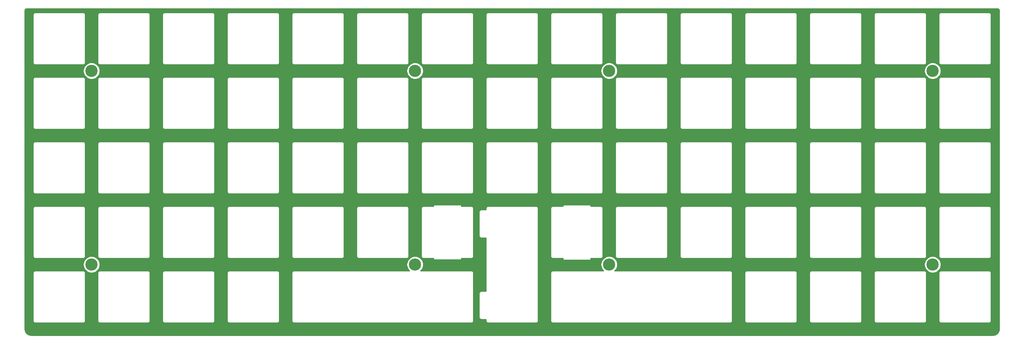
<source format=gbl>
G04 #@! TF.GenerationSoftware,KiCad,Pcbnew,(5.1.5)-2*
G04 #@! TF.CreationDate,2020-11-13T23:18:44+09:00*
G04 #@! TF.ProjectId,astra515_swplate,61737472-6135-4313-955f-7377706c6174,rev?*
G04 #@! TF.SameCoordinates,Original*
G04 #@! TF.FileFunction,Copper,L2,Bot*
G04 #@! TF.FilePolarity,Positive*
%FSLAX46Y46*%
G04 Gerber Fmt 4.6, Leading zero omitted, Abs format (unit mm)*
G04 Created by KiCad (PCBNEW (5.1.5)-2) date 2020-11-13 23:18:44*
%MOMM*%
%LPD*%
G04 APERTURE LIST*
%ADD10C,3.600000*%
%ADD11C,0.254000*%
G04 APERTURE END LIST*
D10*
X318770000Y-95250000D03*
X318770000Y-152400000D03*
X223520000Y-152400000D03*
X223520000Y-95250000D03*
X166370000Y-95250000D03*
X166370000Y-152400000D03*
X71120000Y-152400000D03*
X71120000Y-95250000D03*
D11*
G36*
X337932992Y-76899364D02*
G01*
X338041670Y-76932176D01*
X338141918Y-76985479D01*
X338229897Y-77057232D01*
X338302263Y-77144707D01*
X338356263Y-77244579D01*
X338389833Y-77353027D01*
X338405001Y-77497341D01*
X338405000Y-171416495D01*
X338366449Y-171809667D01*
X338261996Y-172155635D01*
X338092333Y-172474724D01*
X337863924Y-172754781D01*
X337585466Y-172985141D01*
X337267570Y-173157027D01*
X336922340Y-173263894D01*
X336531238Y-173305000D01*
X53373505Y-173305000D01*
X52980333Y-173266449D01*
X52634365Y-173161996D01*
X52315276Y-172992333D01*
X52035219Y-172763924D01*
X51804859Y-172485466D01*
X51632973Y-172167570D01*
X51526106Y-171822340D01*
X51485000Y-171431238D01*
X51485000Y-154925000D01*
X53906686Y-154925000D01*
X53910000Y-154958647D01*
X53910001Y-168891343D01*
X53906686Y-168925000D01*
X53919912Y-169059283D01*
X53959081Y-169188406D01*
X54022688Y-169307407D01*
X54108289Y-169411711D01*
X54212593Y-169497312D01*
X54331594Y-169560919D01*
X54460717Y-169600088D01*
X54561353Y-169610000D01*
X54595000Y-169613314D01*
X54628647Y-169610000D01*
X68561353Y-169610000D01*
X68595000Y-169613314D01*
X68729283Y-169600088D01*
X68858406Y-169560919D01*
X68977407Y-169497312D01*
X69081711Y-169411711D01*
X69167312Y-169307407D01*
X69230919Y-169188406D01*
X69270088Y-169059283D01*
X69280000Y-168958647D01*
X69283314Y-168925000D01*
X69280000Y-168891353D01*
X69280000Y-154958647D01*
X69283314Y-154925000D01*
X72956686Y-154925000D01*
X72960000Y-154958647D01*
X72960001Y-168891343D01*
X72956686Y-168925000D01*
X72969912Y-169059283D01*
X73009081Y-169188406D01*
X73072688Y-169307407D01*
X73158289Y-169411711D01*
X73262593Y-169497312D01*
X73381594Y-169560919D01*
X73510717Y-169600088D01*
X73611353Y-169610000D01*
X73645000Y-169613314D01*
X73678647Y-169610000D01*
X87611353Y-169610000D01*
X87645000Y-169613314D01*
X87779283Y-169600088D01*
X87908406Y-169560919D01*
X88027407Y-169497312D01*
X88131711Y-169411711D01*
X88217312Y-169307407D01*
X88280919Y-169188406D01*
X88320088Y-169059283D01*
X88330000Y-168958647D01*
X88333314Y-168925000D01*
X88330000Y-168891353D01*
X88330000Y-154958647D01*
X88333314Y-154925000D01*
X92006686Y-154925000D01*
X92010000Y-154958647D01*
X92010001Y-168891343D01*
X92006686Y-168925000D01*
X92019912Y-169059283D01*
X92059081Y-169188406D01*
X92122688Y-169307407D01*
X92208289Y-169411711D01*
X92312593Y-169497312D01*
X92431594Y-169560919D01*
X92560717Y-169600088D01*
X92661353Y-169610000D01*
X92695000Y-169613314D01*
X92728647Y-169610000D01*
X106661353Y-169610000D01*
X106695000Y-169613314D01*
X106829283Y-169600088D01*
X106958406Y-169560919D01*
X107077407Y-169497312D01*
X107181711Y-169411711D01*
X107267312Y-169307407D01*
X107330919Y-169188406D01*
X107370088Y-169059283D01*
X107380000Y-168958647D01*
X107383314Y-168925000D01*
X107380000Y-168891353D01*
X107380000Y-154958647D01*
X107383314Y-154925000D01*
X111056686Y-154925000D01*
X111060000Y-154958647D01*
X111060001Y-168891343D01*
X111056686Y-168925000D01*
X111069912Y-169059283D01*
X111109081Y-169188406D01*
X111172688Y-169307407D01*
X111258289Y-169411711D01*
X111362593Y-169497312D01*
X111481594Y-169560919D01*
X111610717Y-169600088D01*
X111711353Y-169610000D01*
X111745000Y-169613314D01*
X111778647Y-169610000D01*
X125711353Y-169610000D01*
X125745000Y-169613314D01*
X125879283Y-169600088D01*
X126008406Y-169560919D01*
X126127407Y-169497312D01*
X126231711Y-169411711D01*
X126317312Y-169307407D01*
X126380919Y-169188406D01*
X126420088Y-169059283D01*
X126430000Y-168958647D01*
X126433314Y-168925000D01*
X126430000Y-168891353D01*
X126430000Y-154958647D01*
X126433314Y-154925000D01*
X130106686Y-154925000D01*
X130110000Y-154958647D01*
X130110001Y-168891343D01*
X130106686Y-168925000D01*
X130119912Y-169059283D01*
X130159081Y-169188406D01*
X130222688Y-169307407D01*
X130308289Y-169411711D01*
X130412593Y-169497312D01*
X130531594Y-169560919D01*
X130660717Y-169600088D01*
X130761353Y-169610000D01*
X130795000Y-169613314D01*
X130828647Y-169610000D01*
X182861353Y-169610000D01*
X182895000Y-169613314D01*
X183029283Y-169600088D01*
X183158406Y-169560919D01*
X183277407Y-169497312D01*
X183381711Y-169411711D01*
X183467312Y-169307407D01*
X183530919Y-169188406D01*
X183570088Y-169059283D01*
X183580000Y-168958647D01*
X183583314Y-168925000D01*
X183580000Y-168891353D01*
X183580000Y-154958647D01*
X183583314Y-154925000D01*
X183570088Y-154790717D01*
X183530919Y-154661594D01*
X183467312Y-154542593D01*
X183381711Y-154438289D01*
X183277407Y-154352688D01*
X183158406Y-154289081D01*
X183029283Y-154249912D01*
X182928647Y-154240000D01*
X182895000Y-154236686D01*
X182861353Y-154240000D01*
X167973610Y-154240000D01*
X168261388Y-153952222D01*
X168527869Y-153553405D01*
X168711424Y-153110263D01*
X168805000Y-152639827D01*
X168805000Y-152160173D01*
X168711424Y-151689737D01*
X168527869Y-151246595D01*
X168261388Y-150847778D01*
X167922222Y-150508612D01*
X167523405Y-150242131D01*
X167080263Y-150058576D01*
X166609827Y-149965000D01*
X166130173Y-149965000D01*
X165659737Y-150058576D01*
X165216595Y-150242131D01*
X164817778Y-150508612D01*
X164478612Y-150847778D01*
X164212131Y-151246595D01*
X164028576Y-151689737D01*
X163935000Y-152160173D01*
X163935000Y-152639827D01*
X164028576Y-153110263D01*
X164212131Y-153553405D01*
X164478612Y-153952222D01*
X164766390Y-154240000D01*
X130828647Y-154240000D01*
X130795000Y-154236686D01*
X130761353Y-154240000D01*
X130660717Y-154249912D01*
X130531594Y-154289081D01*
X130412593Y-154352688D01*
X130308289Y-154438289D01*
X130222688Y-154542593D01*
X130159081Y-154661594D01*
X130119912Y-154790717D01*
X130106686Y-154925000D01*
X126433314Y-154925000D01*
X126420088Y-154790717D01*
X126380919Y-154661594D01*
X126317312Y-154542593D01*
X126231711Y-154438289D01*
X126127407Y-154352688D01*
X126008406Y-154289081D01*
X125879283Y-154249912D01*
X125778647Y-154240000D01*
X125745000Y-154236686D01*
X125711353Y-154240000D01*
X111778647Y-154240000D01*
X111745000Y-154236686D01*
X111711353Y-154240000D01*
X111610717Y-154249912D01*
X111481594Y-154289081D01*
X111362593Y-154352688D01*
X111258289Y-154438289D01*
X111172688Y-154542593D01*
X111109081Y-154661594D01*
X111069912Y-154790717D01*
X111056686Y-154925000D01*
X107383314Y-154925000D01*
X107370088Y-154790717D01*
X107330919Y-154661594D01*
X107267312Y-154542593D01*
X107181711Y-154438289D01*
X107077407Y-154352688D01*
X106958406Y-154289081D01*
X106829283Y-154249912D01*
X106728647Y-154240000D01*
X106695000Y-154236686D01*
X106661353Y-154240000D01*
X92728647Y-154240000D01*
X92695000Y-154236686D01*
X92661353Y-154240000D01*
X92560717Y-154249912D01*
X92431594Y-154289081D01*
X92312593Y-154352688D01*
X92208289Y-154438289D01*
X92122688Y-154542593D01*
X92059081Y-154661594D01*
X92019912Y-154790717D01*
X92006686Y-154925000D01*
X88333314Y-154925000D01*
X88320088Y-154790717D01*
X88280919Y-154661594D01*
X88217312Y-154542593D01*
X88131711Y-154438289D01*
X88027407Y-154352688D01*
X87908406Y-154289081D01*
X87779283Y-154249912D01*
X87678647Y-154240000D01*
X87645000Y-154236686D01*
X87611353Y-154240000D01*
X73678647Y-154240000D01*
X73645000Y-154236686D01*
X73611353Y-154240000D01*
X73510717Y-154249912D01*
X73381594Y-154289081D01*
X73262593Y-154352688D01*
X73158289Y-154438289D01*
X73072688Y-154542593D01*
X73009081Y-154661594D01*
X72969912Y-154790717D01*
X72956686Y-154925000D01*
X69283314Y-154925000D01*
X69270088Y-154790717D01*
X69230919Y-154661594D01*
X69167312Y-154542593D01*
X69081711Y-154438289D01*
X68977407Y-154352688D01*
X68858406Y-154289081D01*
X68729283Y-154249912D01*
X68628647Y-154240000D01*
X68595000Y-154236686D01*
X68561353Y-154240000D01*
X54628647Y-154240000D01*
X54595000Y-154236686D01*
X54561353Y-154240000D01*
X54460717Y-154249912D01*
X54331594Y-154289081D01*
X54212593Y-154352688D01*
X54108289Y-154438289D01*
X54022688Y-154542593D01*
X53959081Y-154661594D01*
X53919912Y-154790717D01*
X53906686Y-154925000D01*
X51485000Y-154925000D01*
X51485000Y-152160173D01*
X68685000Y-152160173D01*
X68685000Y-152639827D01*
X68778576Y-153110263D01*
X68962131Y-153553405D01*
X69228612Y-153952222D01*
X69567778Y-154291388D01*
X69966595Y-154557869D01*
X70409737Y-154741424D01*
X70880173Y-154835000D01*
X71359827Y-154835000D01*
X71830263Y-154741424D01*
X72273405Y-154557869D01*
X72672222Y-154291388D01*
X73011388Y-153952222D01*
X73277869Y-153553405D01*
X73461424Y-153110263D01*
X73555000Y-152639827D01*
X73555000Y-152160173D01*
X73461424Y-151689737D01*
X73277869Y-151246595D01*
X73011388Y-150847778D01*
X72672222Y-150508612D01*
X72273405Y-150242131D01*
X71830263Y-150058576D01*
X71359827Y-149965000D01*
X70880173Y-149965000D01*
X70409737Y-150058576D01*
X69966595Y-150242131D01*
X69567778Y-150508612D01*
X69228612Y-150847778D01*
X68962131Y-151246595D01*
X68778576Y-151689737D01*
X68685000Y-152160173D01*
X51485000Y-152160173D01*
X51485000Y-135875000D01*
X53906686Y-135875000D01*
X53910000Y-135908647D01*
X53910001Y-149841343D01*
X53906686Y-149875000D01*
X53919912Y-150009283D01*
X53959081Y-150138406D01*
X54022688Y-150257407D01*
X54108289Y-150361711D01*
X54212593Y-150447312D01*
X54331594Y-150510919D01*
X54460717Y-150550088D01*
X54561353Y-150560000D01*
X54595000Y-150563314D01*
X54628647Y-150560000D01*
X68561353Y-150560000D01*
X68595000Y-150563314D01*
X68729283Y-150550088D01*
X68858406Y-150510919D01*
X68977407Y-150447312D01*
X69081711Y-150361711D01*
X69167312Y-150257407D01*
X69230919Y-150138406D01*
X69270088Y-150009283D01*
X69280000Y-149908647D01*
X69283314Y-149875000D01*
X69280000Y-149841353D01*
X69280000Y-135908647D01*
X69283314Y-135875000D01*
X72956686Y-135875000D01*
X72960000Y-135908647D01*
X72960001Y-149841343D01*
X72956686Y-149875000D01*
X72969912Y-150009283D01*
X73009081Y-150138406D01*
X73072688Y-150257407D01*
X73158289Y-150361711D01*
X73262593Y-150447312D01*
X73381594Y-150510919D01*
X73510717Y-150550088D01*
X73611353Y-150560000D01*
X73645000Y-150563314D01*
X73678647Y-150560000D01*
X87611353Y-150560000D01*
X87645000Y-150563314D01*
X87779283Y-150550088D01*
X87908406Y-150510919D01*
X88027407Y-150447312D01*
X88131711Y-150361711D01*
X88217312Y-150257407D01*
X88280919Y-150138406D01*
X88320088Y-150009283D01*
X88330000Y-149908647D01*
X88333314Y-149875000D01*
X88330000Y-149841353D01*
X88330000Y-135908647D01*
X88333314Y-135875000D01*
X92006686Y-135875000D01*
X92010000Y-135908647D01*
X92010001Y-149841343D01*
X92006686Y-149875000D01*
X92019912Y-150009283D01*
X92059081Y-150138406D01*
X92122688Y-150257407D01*
X92208289Y-150361711D01*
X92312593Y-150447312D01*
X92431594Y-150510919D01*
X92560717Y-150550088D01*
X92661353Y-150560000D01*
X92695000Y-150563314D01*
X92728647Y-150560000D01*
X106661353Y-150560000D01*
X106695000Y-150563314D01*
X106829283Y-150550088D01*
X106958406Y-150510919D01*
X107077407Y-150447312D01*
X107181711Y-150361711D01*
X107267312Y-150257407D01*
X107330919Y-150138406D01*
X107370088Y-150009283D01*
X107380000Y-149908647D01*
X107383314Y-149875000D01*
X107380000Y-149841353D01*
X107380000Y-135908647D01*
X107383314Y-135875000D01*
X111056686Y-135875000D01*
X111060000Y-135908647D01*
X111060001Y-149841343D01*
X111056686Y-149875000D01*
X111069912Y-150009283D01*
X111109081Y-150138406D01*
X111172688Y-150257407D01*
X111258289Y-150361711D01*
X111362593Y-150447312D01*
X111481594Y-150510919D01*
X111610717Y-150550088D01*
X111711353Y-150560000D01*
X111745000Y-150563314D01*
X111778647Y-150560000D01*
X125711353Y-150560000D01*
X125745000Y-150563314D01*
X125879283Y-150550088D01*
X126008406Y-150510919D01*
X126127407Y-150447312D01*
X126231711Y-150361711D01*
X126317312Y-150257407D01*
X126380919Y-150138406D01*
X126420088Y-150009283D01*
X126430000Y-149908647D01*
X126433314Y-149875000D01*
X126430000Y-149841353D01*
X126430000Y-135908647D01*
X126433314Y-135875000D01*
X130106686Y-135875000D01*
X130110000Y-135908647D01*
X130110001Y-149841343D01*
X130106686Y-149875000D01*
X130119912Y-150009283D01*
X130159081Y-150138406D01*
X130222688Y-150257407D01*
X130308289Y-150361711D01*
X130412593Y-150447312D01*
X130531594Y-150510919D01*
X130660717Y-150550088D01*
X130761353Y-150560000D01*
X130795000Y-150563314D01*
X130828647Y-150560000D01*
X144761353Y-150560000D01*
X144795000Y-150563314D01*
X144929283Y-150550088D01*
X145058406Y-150510919D01*
X145177407Y-150447312D01*
X145281711Y-150361711D01*
X145367312Y-150257407D01*
X145430919Y-150138406D01*
X145470088Y-150009283D01*
X145480000Y-149908647D01*
X145483314Y-149875000D01*
X145480000Y-149841353D01*
X145480000Y-135908647D01*
X145483314Y-135875000D01*
X149156686Y-135875000D01*
X149160000Y-135908647D01*
X149160001Y-149841343D01*
X149156686Y-149875000D01*
X149169912Y-150009283D01*
X149209081Y-150138406D01*
X149272688Y-150257407D01*
X149358289Y-150361711D01*
X149462593Y-150447312D01*
X149581594Y-150510919D01*
X149710717Y-150550088D01*
X149811353Y-150560000D01*
X149845000Y-150563314D01*
X149878647Y-150560000D01*
X163811353Y-150560000D01*
X163845000Y-150563314D01*
X163979283Y-150550088D01*
X164108406Y-150510919D01*
X164227407Y-150447312D01*
X164331711Y-150361711D01*
X164417312Y-150257407D01*
X164480919Y-150138406D01*
X164520088Y-150009283D01*
X164530000Y-149908647D01*
X164533314Y-149875000D01*
X164530000Y-149841353D01*
X164530000Y-135908647D01*
X164533314Y-135875000D01*
X168206686Y-135875000D01*
X168210000Y-135908647D01*
X168210001Y-149841343D01*
X168206686Y-149875000D01*
X168219912Y-150009283D01*
X168259081Y-150138406D01*
X168322688Y-150257407D01*
X168408289Y-150361711D01*
X168512593Y-150447312D01*
X168631594Y-150510919D01*
X168760717Y-150550088D01*
X168861353Y-150560000D01*
X168895000Y-150563314D01*
X168928647Y-150560000D01*
X171831000Y-150560000D01*
X171831000Y-150868500D01*
X171833440Y-150893276D01*
X171840667Y-150917101D01*
X171852403Y-150939057D01*
X171868197Y-150958303D01*
X171887443Y-150974097D01*
X171909399Y-150985833D01*
X171933224Y-150993060D01*
X171958000Y-150995500D01*
X179832000Y-150995500D01*
X179856776Y-150993060D01*
X179880601Y-150985833D01*
X179902557Y-150974097D01*
X179921803Y-150958303D01*
X179937597Y-150939057D01*
X179949333Y-150917101D01*
X179956560Y-150893276D01*
X179959000Y-150868500D01*
X179959000Y-150560000D01*
X182861353Y-150560000D01*
X182895000Y-150563314D01*
X183029283Y-150550088D01*
X183158406Y-150510919D01*
X183277407Y-150447312D01*
X183381711Y-150361711D01*
X183467312Y-150257407D01*
X183530919Y-150138406D01*
X183570088Y-150009283D01*
X183580000Y-149908647D01*
X183583314Y-149875000D01*
X183580000Y-149841353D01*
X183580000Y-136875000D01*
X185256686Y-136875000D01*
X185260000Y-136908647D01*
X185260001Y-143841343D01*
X185256686Y-143875000D01*
X185269912Y-144009283D01*
X185309081Y-144138406D01*
X185372688Y-144257407D01*
X185458289Y-144361711D01*
X185562593Y-144447312D01*
X185681594Y-144510919D01*
X185810717Y-144550088D01*
X185911353Y-144560000D01*
X185945000Y-144563314D01*
X185978647Y-144560000D01*
X187260000Y-144560000D01*
X187260001Y-154891344D01*
X187260000Y-154891354D01*
X187260001Y-160240000D01*
X185978647Y-160240000D01*
X185945000Y-160236686D01*
X185911353Y-160240000D01*
X185810717Y-160249912D01*
X185681594Y-160289081D01*
X185562593Y-160352688D01*
X185458289Y-160438289D01*
X185372688Y-160542593D01*
X185309081Y-160661594D01*
X185269912Y-160790717D01*
X185256686Y-160925000D01*
X185260001Y-160958657D01*
X185260000Y-167891353D01*
X185256686Y-167925000D01*
X185269912Y-168059283D01*
X185309081Y-168188406D01*
X185372688Y-168307407D01*
X185458289Y-168411711D01*
X185562593Y-168497312D01*
X185681594Y-168560919D01*
X185810717Y-168600088D01*
X185945000Y-168613314D01*
X185978647Y-168610000D01*
X187260001Y-168610000D01*
X187260001Y-168891344D01*
X187256686Y-168925000D01*
X187269912Y-169059283D01*
X187309081Y-169188406D01*
X187372688Y-169307407D01*
X187458289Y-169411711D01*
X187562593Y-169497312D01*
X187681594Y-169560919D01*
X187810717Y-169600088D01*
X187911353Y-169610000D01*
X187945000Y-169613314D01*
X187978647Y-169610000D01*
X201911353Y-169610000D01*
X201945000Y-169613314D01*
X202079283Y-169600088D01*
X202208406Y-169560919D01*
X202327407Y-169497312D01*
X202431711Y-169411711D01*
X202517312Y-169307407D01*
X202580919Y-169188406D01*
X202620088Y-169059283D01*
X202630000Y-168958647D01*
X202633314Y-168925000D01*
X202630000Y-168891353D01*
X202630000Y-154925000D01*
X206306686Y-154925000D01*
X206310000Y-154958647D01*
X206310001Y-168891343D01*
X206306686Y-168925000D01*
X206319912Y-169059283D01*
X206359081Y-169188406D01*
X206422688Y-169307407D01*
X206508289Y-169411711D01*
X206612593Y-169497312D01*
X206731594Y-169560919D01*
X206860717Y-169600088D01*
X206961353Y-169610000D01*
X206995000Y-169613314D01*
X207028647Y-169610000D01*
X259061353Y-169610000D01*
X259095000Y-169613314D01*
X259229283Y-169600088D01*
X259358406Y-169560919D01*
X259477407Y-169497312D01*
X259581711Y-169411711D01*
X259667312Y-169307407D01*
X259730919Y-169188406D01*
X259770088Y-169059283D01*
X259780000Y-168958647D01*
X259783314Y-168925000D01*
X259780000Y-168891353D01*
X259780000Y-154958647D01*
X259783314Y-154925000D01*
X263456686Y-154925000D01*
X263460000Y-154958647D01*
X263460001Y-168891343D01*
X263456686Y-168925000D01*
X263469912Y-169059283D01*
X263509081Y-169188406D01*
X263572688Y-169307407D01*
X263658289Y-169411711D01*
X263762593Y-169497312D01*
X263881594Y-169560919D01*
X264010717Y-169600088D01*
X264111353Y-169610000D01*
X264145000Y-169613314D01*
X264178647Y-169610000D01*
X278111353Y-169610000D01*
X278145000Y-169613314D01*
X278279283Y-169600088D01*
X278408406Y-169560919D01*
X278527407Y-169497312D01*
X278631711Y-169411711D01*
X278717312Y-169307407D01*
X278780919Y-169188406D01*
X278820088Y-169059283D01*
X278830000Y-168958647D01*
X278833314Y-168925000D01*
X278830000Y-168891353D01*
X278830000Y-154958647D01*
X278833314Y-154925000D01*
X282506686Y-154925000D01*
X282510000Y-154958647D01*
X282510001Y-168891343D01*
X282506686Y-168925000D01*
X282519912Y-169059283D01*
X282559081Y-169188406D01*
X282622688Y-169307407D01*
X282708289Y-169411711D01*
X282812593Y-169497312D01*
X282931594Y-169560919D01*
X283060717Y-169600088D01*
X283161353Y-169610000D01*
X283195000Y-169613314D01*
X283228647Y-169610000D01*
X297161353Y-169610000D01*
X297195000Y-169613314D01*
X297329283Y-169600088D01*
X297458406Y-169560919D01*
X297577407Y-169497312D01*
X297681711Y-169411711D01*
X297767312Y-169307407D01*
X297830919Y-169188406D01*
X297870088Y-169059283D01*
X297880000Y-168958647D01*
X297883314Y-168925000D01*
X297880000Y-168891353D01*
X297880000Y-154958647D01*
X297883314Y-154925000D01*
X301556686Y-154925000D01*
X301560000Y-154958647D01*
X301560001Y-168891343D01*
X301556686Y-168925000D01*
X301569912Y-169059283D01*
X301609081Y-169188406D01*
X301672688Y-169307407D01*
X301758289Y-169411711D01*
X301862593Y-169497312D01*
X301981594Y-169560919D01*
X302110717Y-169600088D01*
X302211353Y-169610000D01*
X302245000Y-169613314D01*
X302278647Y-169610000D01*
X316211353Y-169610000D01*
X316245000Y-169613314D01*
X316379283Y-169600088D01*
X316508406Y-169560919D01*
X316627407Y-169497312D01*
X316731711Y-169411711D01*
X316817312Y-169307407D01*
X316880919Y-169188406D01*
X316920088Y-169059283D01*
X316930000Y-168958647D01*
X316933314Y-168925000D01*
X316930000Y-168891353D01*
X316930000Y-154958647D01*
X316933314Y-154925000D01*
X320606686Y-154925000D01*
X320610000Y-154958647D01*
X320610001Y-168891343D01*
X320606686Y-168925000D01*
X320619912Y-169059283D01*
X320659081Y-169188406D01*
X320722688Y-169307407D01*
X320808289Y-169411711D01*
X320912593Y-169497312D01*
X321031594Y-169560919D01*
X321160717Y-169600088D01*
X321261353Y-169610000D01*
X321295000Y-169613314D01*
X321328647Y-169610000D01*
X335261353Y-169610000D01*
X335295000Y-169613314D01*
X335429283Y-169600088D01*
X335558406Y-169560919D01*
X335677407Y-169497312D01*
X335781711Y-169411711D01*
X335867312Y-169307407D01*
X335930919Y-169188406D01*
X335970088Y-169059283D01*
X335980000Y-168958647D01*
X335983314Y-168925000D01*
X335980000Y-168891353D01*
X335980000Y-154958647D01*
X335983314Y-154925000D01*
X335970088Y-154790717D01*
X335930919Y-154661594D01*
X335867312Y-154542593D01*
X335781711Y-154438289D01*
X335677407Y-154352688D01*
X335558406Y-154289081D01*
X335429283Y-154249912D01*
X335328647Y-154240000D01*
X335295000Y-154236686D01*
X335261353Y-154240000D01*
X321328647Y-154240000D01*
X321295000Y-154236686D01*
X321261353Y-154240000D01*
X321160717Y-154249912D01*
X321031594Y-154289081D01*
X320912593Y-154352688D01*
X320808289Y-154438289D01*
X320722688Y-154542593D01*
X320659081Y-154661594D01*
X320619912Y-154790717D01*
X320606686Y-154925000D01*
X316933314Y-154925000D01*
X316920088Y-154790717D01*
X316880919Y-154661594D01*
X316817312Y-154542593D01*
X316731711Y-154438289D01*
X316627407Y-154352688D01*
X316508406Y-154289081D01*
X316379283Y-154249912D01*
X316278647Y-154240000D01*
X316245000Y-154236686D01*
X316211353Y-154240000D01*
X302278647Y-154240000D01*
X302245000Y-154236686D01*
X302211353Y-154240000D01*
X302110717Y-154249912D01*
X301981594Y-154289081D01*
X301862593Y-154352688D01*
X301758289Y-154438289D01*
X301672688Y-154542593D01*
X301609081Y-154661594D01*
X301569912Y-154790717D01*
X301556686Y-154925000D01*
X297883314Y-154925000D01*
X297870088Y-154790717D01*
X297830919Y-154661594D01*
X297767312Y-154542593D01*
X297681711Y-154438289D01*
X297577407Y-154352688D01*
X297458406Y-154289081D01*
X297329283Y-154249912D01*
X297228647Y-154240000D01*
X297195000Y-154236686D01*
X297161353Y-154240000D01*
X283228647Y-154240000D01*
X283195000Y-154236686D01*
X283161353Y-154240000D01*
X283060717Y-154249912D01*
X282931594Y-154289081D01*
X282812593Y-154352688D01*
X282708289Y-154438289D01*
X282622688Y-154542593D01*
X282559081Y-154661594D01*
X282519912Y-154790717D01*
X282506686Y-154925000D01*
X278833314Y-154925000D01*
X278820088Y-154790717D01*
X278780919Y-154661594D01*
X278717312Y-154542593D01*
X278631711Y-154438289D01*
X278527407Y-154352688D01*
X278408406Y-154289081D01*
X278279283Y-154249912D01*
X278178647Y-154240000D01*
X278145000Y-154236686D01*
X278111353Y-154240000D01*
X264178647Y-154240000D01*
X264145000Y-154236686D01*
X264111353Y-154240000D01*
X264010717Y-154249912D01*
X263881594Y-154289081D01*
X263762593Y-154352688D01*
X263658289Y-154438289D01*
X263572688Y-154542593D01*
X263509081Y-154661594D01*
X263469912Y-154790717D01*
X263456686Y-154925000D01*
X259783314Y-154925000D01*
X259770088Y-154790717D01*
X259730919Y-154661594D01*
X259667312Y-154542593D01*
X259581711Y-154438289D01*
X259477407Y-154352688D01*
X259358406Y-154289081D01*
X259229283Y-154249912D01*
X259128647Y-154240000D01*
X259095000Y-154236686D01*
X259061353Y-154240000D01*
X225123610Y-154240000D01*
X225411388Y-153952222D01*
X225677869Y-153553405D01*
X225861424Y-153110263D01*
X225955000Y-152639827D01*
X225955000Y-152160173D01*
X316335000Y-152160173D01*
X316335000Y-152639827D01*
X316428576Y-153110263D01*
X316612131Y-153553405D01*
X316878612Y-153952222D01*
X317217778Y-154291388D01*
X317616595Y-154557869D01*
X318059737Y-154741424D01*
X318530173Y-154835000D01*
X319009827Y-154835000D01*
X319480263Y-154741424D01*
X319923405Y-154557869D01*
X320322222Y-154291388D01*
X320661388Y-153952222D01*
X320927869Y-153553405D01*
X321111424Y-153110263D01*
X321205000Y-152639827D01*
X321205000Y-152160173D01*
X321111424Y-151689737D01*
X320927869Y-151246595D01*
X320661388Y-150847778D01*
X320322222Y-150508612D01*
X319923405Y-150242131D01*
X319480263Y-150058576D01*
X319009827Y-149965000D01*
X318530173Y-149965000D01*
X318059737Y-150058576D01*
X317616595Y-150242131D01*
X317217778Y-150508612D01*
X316878612Y-150847778D01*
X316612131Y-151246595D01*
X316428576Y-151689737D01*
X316335000Y-152160173D01*
X225955000Y-152160173D01*
X225861424Y-151689737D01*
X225677869Y-151246595D01*
X225411388Y-150847778D01*
X225072222Y-150508612D01*
X224673405Y-150242131D01*
X224230263Y-150058576D01*
X223759827Y-149965000D01*
X223280173Y-149965000D01*
X222809737Y-150058576D01*
X222366595Y-150242131D01*
X221967778Y-150508612D01*
X221628612Y-150847778D01*
X221362131Y-151246595D01*
X221178576Y-151689737D01*
X221085000Y-152160173D01*
X221085000Y-152639827D01*
X221178576Y-153110263D01*
X221362131Y-153553405D01*
X221628612Y-153952222D01*
X221916390Y-154240000D01*
X207028647Y-154240000D01*
X206995000Y-154236686D01*
X206961353Y-154240000D01*
X206860717Y-154249912D01*
X206731594Y-154289081D01*
X206612593Y-154352688D01*
X206508289Y-154438289D01*
X206422688Y-154542593D01*
X206359081Y-154661594D01*
X206319912Y-154790717D01*
X206306686Y-154925000D01*
X202630000Y-154925000D01*
X202630000Y-135908647D01*
X202633314Y-135875000D01*
X206306686Y-135875000D01*
X206310000Y-135908647D01*
X206310001Y-149841343D01*
X206306686Y-149875000D01*
X206319912Y-150009283D01*
X206359081Y-150138406D01*
X206422688Y-150257407D01*
X206508289Y-150361711D01*
X206612593Y-150447312D01*
X206731594Y-150510919D01*
X206860717Y-150550088D01*
X206961353Y-150560000D01*
X206995000Y-150563314D01*
X207028647Y-150560000D01*
X209931000Y-150560000D01*
X209931000Y-150876000D01*
X209933440Y-150900776D01*
X209940667Y-150924601D01*
X209952403Y-150946557D01*
X209968197Y-150965803D01*
X209987443Y-150981597D01*
X210009399Y-150993333D01*
X210033224Y-151000560D01*
X210058000Y-151003000D01*
X217932000Y-151003000D01*
X217956776Y-151000560D01*
X217980601Y-150993333D01*
X218002557Y-150981597D01*
X218021803Y-150965803D01*
X218037597Y-150946557D01*
X218049333Y-150924601D01*
X218056560Y-150900776D01*
X218059000Y-150876000D01*
X218059000Y-150560000D01*
X220961353Y-150560000D01*
X220995000Y-150563314D01*
X221129283Y-150550088D01*
X221258406Y-150510919D01*
X221377407Y-150447312D01*
X221481711Y-150361711D01*
X221567312Y-150257407D01*
X221630919Y-150138406D01*
X221670088Y-150009283D01*
X221680000Y-149908647D01*
X221683314Y-149875000D01*
X221680000Y-149841353D01*
X221680000Y-135908647D01*
X221683314Y-135875000D01*
X225356686Y-135875000D01*
X225360000Y-135908647D01*
X225360001Y-149841343D01*
X225356686Y-149875000D01*
X225369912Y-150009283D01*
X225409081Y-150138406D01*
X225472688Y-150257407D01*
X225558289Y-150361711D01*
X225662593Y-150447312D01*
X225781594Y-150510919D01*
X225910717Y-150550088D01*
X226011353Y-150560000D01*
X226045000Y-150563314D01*
X226078647Y-150560000D01*
X240011353Y-150560000D01*
X240045000Y-150563314D01*
X240179283Y-150550088D01*
X240308406Y-150510919D01*
X240427407Y-150447312D01*
X240531711Y-150361711D01*
X240617312Y-150257407D01*
X240680919Y-150138406D01*
X240720088Y-150009283D01*
X240730000Y-149908647D01*
X240733314Y-149875000D01*
X240730000Y-149841353D01*
X240730000Y-135908647D01*
X240733314Y-135875000D01*
X244406686Y-135875000D01*
X244410000Y-135908647D01*
X244410001Y-149841343D01*
X244406686Y-149875000D01*
X244419912Y-150009283D01*
X244459081Y-150138406D01*
X244522688Y-150257407D01*
X244608289Y-150361711D01*
X244712593Y-150447312D01*
X244831594Y-150510919D01*
X244960717Y-150550088D01*
X245061353Y-150560000D01*
X245095000Y-150563314D01*
X245128647Y-150560000D01*
X259061353Y-150560000D01*
X259095000Y-150563314D01*
X259229283Y-150550088D01*
X259358406Y-150510919D01*
X259477407Y-150447312D01*
X259581711Y-150361711D01*
X259667312Y-150257407D01*
X259730919Y-150138406D01*
X259770088Y-150009283D01*
X259780000Y-149908647D01*
X259783314Y-149875000D01*
X259780000Y-149841353D01*
X259780000Y-135908647D01*
X259783314Y-135875000D01*
X263456686Y-135875000D01*
X263460000Y-135908647D01*
X263460001Y-149841343D01*
X263456686Y-149875000D01*
X263469912Y-150009283D01*
X263509081Y-150138406D01*
X263572688Y-150257407D01*
X263658289Y-150361711D01*
X263762593Y-150447312D01*
X263881594Y-150510919D01*
X264010717Y-150550088D01*
X264111353Y-150560000D01*
X264145000Y-150563314D01*
X264178647Y-150560000D01*
X278111353Y-150560000D01*
X278145000Y-150563314D01*
X278279283Y-150550088D01*
X278408406Y-150510919D01*
X278527407Y-150447312D01*
X278631711Y-150361711D01*
X278717312Y-150257407D01*
X278780919Y-150138406D01*
X278820088Y-150009283D01*
X278830000Y-149908647D01*
X278833314Y-149875000D01*
X278830000Y-149841353D01*
X278830000Y-135908647D01*
X278833314Y-135875000D01*
X282506686Y-135875000D01*
X282510000Y-135908647D01*
X282510001Y-149841343D01*
X282506686Y-149875000D01*
X282519912Y-150009283D01*
X282559081Y-150138406D01*
X282622688Y-150257407D01*
X282708289Y-150361711D01*
X282812593Y-150447312D01*
X282931594Y-150510919D01*
X283060717Y-150550088D01*
X283161353Y-150560000D01*
X283195000Y-150563314D01*
X283228647Y-150560000D01*
X297161353Y-150560000D01*
X297195000Y-150563314D01*
X297329283Y-150550088D01*
X297458406Y-150510919D01*
X297577407Y-150447312D01*
X297681711Y-150361711D01*
X297767312Y-150257407D01*
X297830919Y-150138406D01*
X297870088Y-150009283D01*
X297880000Y-149908647D01*
X297883314Y-149875000D01*
X297880000Y-149841353D01*
X297880000Y-135908647D01*
X297883314Y-135875000D01*
X301556686Y-135875000D01*
X301560000Y-135908647D01*
X301560001Y-149841343D01*
X301556686Y-149875000D01*
X301569912Y-150009283D01*
X301609081Y-150138406D01*
X301672688Y-150257407D01*
X301758289Y-150361711D01*
X301862593Y-150447312D01*
X301981594Y-150510919D01*
X302110717Y-150550088D01*
X302211353Y-150560000D01*
X302245000Y-150563314D01*
X302278647Y-150560000D01*
X316211353Y-150560000D01*
X316245000Y-150563314D01*
X316379283Y-150550088D01*
X316508406Y-150510919D01*
X316627407Y-150447312D01*
X316731711Y-150361711D01*
X316817312Y-150257407D01*
X316880919Y-150138406D01*
X316920088Y-150009283D01*
X316930000Y-149908647D01*
X316933314Y-149875000D01*
X316930000Y-149841353D01*
X316930000Y-135908647D01*
X316933314Y-135875000D01*
X320606686Y-135875000D01*
X320610000Y-135908647D01*
X320610001Y-149841343D01*
X320606686Y-149875000D01*
X320619912Y-150009283D01*
X320659081Y-150138406D01*
X320722688Y-150257407D01*
X320808289Y-150361711D01*
X320912593Y-150447312D01*
X321031594Y-150510919D01*
X321160717Y-150550088D01*
X321261353Y-150560000D01*
X321295000Y-150563314D01*
X321328647Y-150560000D01*
X335261353Y-150560000D01*
X335295000Y-150563314D01*
X335429283Y-150550088D01*
X335558406Y-150510919D01*
X335677407Y-150447312D01*
X335781711Y-150361711D01*
X335867312Y-150257407D01*
X335930919Y-150138406D01*
X335970088Y-150009283D01*
X335980000Y-149908647D01*
X335983314Y-149875000D01*
X335980000Y-149841353D01*
X335980000Y-135908647D01*
X335983314Y-135875000D01*
X335970088Y-135740717D01*
X335930919Y-135611594D01*
X335867312Y-135492593D01*
X335781711Y-135388289D01*
X335677407Y-135302688D01*
X335558406Y-135239081D01*
X335429283Y-135199912D01*
X335328647Y-135190000D01*
X335295000Y-135186686D01*
X335261353Y-135190000D01*
X321328647Y-135190000D01*
X321295000Y-135186686D01*
X321261353Y-135190000D01*
X321160717Y-135199912D01*
X321031594Y-135239081D01*
X320912593Y-135302688D01*
X320808289Y-135388289D01*
X320722688Y-135492593D01*
X320659081Y-135611594D01*
X320619912Y-135740717D01*
X320606686Y-135875000D01*
X316933314Y-135875000D01*
X316920088Y-135740717D01*
X316880919Y-135611594D01*
X316817312Y-135492593D01*
X316731711Y-135388289D01*
X316627407Y-135302688D01*
X316508406Y-135239081D01*
X316379283Y-135199912D01*
X316278647Y-135190000D01*
X316245000Y-135186686D01*
X316211353Y-135190000D01*
X302278647Y-135190000D01*
X302245000Y-135186686D01*
X302211353Y-135190000D01*
X302110717Y-135199912D01*
X301981594Y-135239081D01*
X301862593Y-135302688D01*
X301758289Y-135388289D01*
X301672688Y-135492593D01*
X301609081Y-135611594D01*
X301569912Y-135740717D01*
X301556686Y-135875000D01*
X297883314Y-135875000D01*
X297870088Y-135740717D01*
X297830919Y-135611594D01*
X297767312Y-135492593D01*
X297681711Y-135388289D01*
X297577407Y-135302688D01*
X297458406Y-135239081D01*
X297329283Y-135199912D01*
X297228647Y-135190000D01*
X297195000Y-135186686D01*
X297161353Y-135190000D01*
X283228647Y-135190000D01*
X283195000Y-135186686D01*
X283161353Y-135190000D01*
X283060717Y-135199912D01*
X282931594Y-135239081D01*
X282812593Y-135302688D01*
X282708289Y-135388289D01*
X282622688Y-135492593D01*
X282559081Y-135611594D01*
X282519912Y-135740717D01*
X282506686Y-135875000D01*
X278833314Y-135875000D01*
X278820088Y-135740717D01*
X278780919Y-135611594D01*
X278717312Y-135492593D01*
X278631711Y-135388289D01*
X278527407Y-135302688D01*
X278408406Y-135239081D01*
X278279283Y-135199912D01*
X278178647Y-135190000D01*
X278145000Y-135186686D01*
X278111353Y-135190000D01*
X264178647Y-135190000D01*
X264145000Y-135186686D01*
X264111353Y-135190000D01*
X264010717Y-135199912D01*
X263881594Y-135239081D01*
X263762593Y-135302688D01*
X263658289Y-135388289D01*
X263572688Y-135492593D01*
X263509081Y-135611594D01*
X263469912Y-135740717D01*
X263456686Y-135875000D01*
X259783314Y-135875000D01*
X259770088Y-135740717D01*
X259730919Y-135611594D01*
X259667312Y-135492593D01*
X259581711Y-135388289D01*
X259477407Y-135302688D01*
X259358406Y-135239081D01*
X259229283Y-135199912D01*
X259128647Y-135190000D01*
X259095000Y-135186686D01*
X259061353Y-135190000D01*
X245128647Y-135190000D01*
X245095000Y-135186686D01*
X245061353Y-135190000D01*
X244960717Y-135199912D01*
X244831594Y-135239081D01*
X244712593Y-135302688D01*
X244608289Y-135388289D01*
X244522688Y-135492593D01*
X244459081Y-135611594D01*
X244419912Y-135740717D01*
X244406686Y-135875000D01*
X240733314Y-135875000D01*
X240720088Y-135740717D01*
X240680919Y-135611594D01*
X240617312Y-135492593D01*
X240531711Y-135388289D01*
X240427407Y-135302688D01*
X240308406Y-135239081D01*
X240179283Y-135199912D01*
X240078647Y-135190000D01*
X240045000Y-135186686D01*
X240011353Y-135190000D01*
X226078647Y-135190000D01*
X226045000Y-135186686D01*
X226011353Y-135190000D01*
X225910717Y-135199912D01*
X225781594Y-135239081D01*
X225662593Y-135302688D01*
X225558289Y-135388289D01*
X225472688Y-135492593D01*
X225409081Y-135611594D01*
X225369912Y-135740717D01*
X225356686Y-135875000D01*
X221683314Y-135875000D01*
X221670088Y-135740717D01*
X221630919Y-135611594D01*
X221567312Y-135492593D01*
X221481711Y-135388289D01*
X221377407Y-135302688D01*
X221258406Y-135239081D01*
X221129283Y-135199912D01*
X221028647Y-135190000D01*
X220995000Y-135186686D01*
X220961353Y-135190000D01*
X218059000Y-135190000D01*
X218059000Y-134874000D01*
X218056536Y-134849105D01*
X218049286Y-134825287D01*
X218037529Y-134803342D01*
X218021717Y-134784112D01*
X218002457Y-134768336D01*
X217980489Y-134756621D01*
X217956658Y-134749417D01*
X217931879Y-134747000D01*
X210057879Y-134754500D01*
X210033224Y-134756940D01*
X210009399Y-134764167D01*
X209987443Y-134775903D01*
X209968197Y-134791697D01*
X209952403Y-134810943D01*
X209940667Y-134832899D01*
X209933440Y-134856724D01*
X209931000Y-134881500D01*
X209931000Y-135190000D01*
X207028647Y-135190000D01*
X206995000Y-135186686D01*
X206961353Y-135190000D01*
X206860717Y-135199912D01*
X206731594Y-135239081D01*
X206612593Y-135302688D01*
X206508289Y-135388289D01*
X206422688Y-135492593D01*
X206359081Y-135611594D01*
X206319912Y-135740717D01*
X206306686Y-135875000D01*
X202633314Y-135875000D01*
X202620088Y-135740717D01*
X202580919Y-135611594D01*
X202517312Y-135492593D01*
X202431711Y-135388289D01*
X202327407Y-135302688D01*
X202208406Y-135239081D01*
X202079283Y-135199912D01*
X201978647Y-135190000D01*
X201945000Y-135186686D01*
X201911353Y-135190000D01*
X187978647Y-135190000D01*
X187945000Y-135186686D01*
X187911353Y-135190000D01*
X187810717Y-135199912D01*
X187681594Y-135239081D01*
X187562593Y-135302688D01*
X187458289Y-135388289D01*
X187372688Y-135492593D01*
X187309081Y-135611594D01*
X187269912Y-135740717D01*
X187256686Y-135875000D01*
X187260000Y-135908648D01*
X187260000Y-136190000D01*
X185978647Y-136190000D01*
X185945000Y-136186686D01*
X185911353Y-136190000D01*
X185810717Y-136199912D01*
X185681594Y-136239081D01*
X185562593Y-136302688D01*
X185458289Y-136388289D01*
X185372688Y-136492593D01*
X185309081Y-136611594D01*
X185269912Y-136740717D01*
X185256686Y-136875000D01*
X183580000Y-136875000D01*
X183580000Y-135908647D01*
X183583314Y-135875000D01*
X183570088Y-135740717D01*
X183530919Y-135611594D01*
X183467312Y-135492593D01*
X183381711Y-135388289D01*
X183277407Y-135302688D01*
X183158406Y-135239081D01*
X183029283Y-135199912D01*
X182928647Y-135190000D01*
X182895000Y-135186686D01*
X182861353Y-135190000D01*
X179959000Y-135190000D01*
X179959000Y-134881500D01*
X179956560Y-134856724D01*
X179949333Y-134832899D01*
X179937597Y-134810943D01*
X179921803Y-134791697D01*
X179902557Y-134775903D01*
X179880601Y-134764167D01*
X179856776Y-134756940D01*
X179832000Y-134754500D01*
X171958000Y-134754500D01*
X171933224Y-134756940D01*
X171909399Y-134764167D01*
X171887443Y-134775903D01*
X171868197Y-134791697D01*
X171852403Y-134810943D01*
X171840667Y-134832899D01*
X171833440Y-134856724D01*
X171831000Y-134881500D01*
X171831000Y-135190000D01*
X168928647Y-135190000D01*
X168895000Y-135186686D01*
X168861353Y-135190000D01*
X168760717Y-135199912D01*
X168631594Y-135239081D01*
X168512593Y-135302688D01*
X168408289Y-135388289D01*
X168322688Y-135492593D01*
X168259081Y-135611594D01*
X168219912Y-135740717D01*
X168206686Y-135875000D01*
X164533314Y-135875000D01*
X164520088Y-135740717D01*
X164480919Y-135611594D01*
X164417312Y-135492593D01*
X164331711Y-135388289D01*
X164227407Y-135302688D01*
X164108406Y-135239081D01*
X163979283Y-135199912D01*
X163878647Y-135190000D01*
X163845000Y-135186686D01*
X163811353Y-135190000D01*
X149878647Y-135190000D01*
X149845000Y-135186686D01*
X149811353Y-135190000D01*
X149710717Y-135199912D01*
X149581594Y-135239081D01*
X149462593Y-135302688D01*
X149358289Y-135388289D01*
X149272688Y-135492593D01*
X149209081Y-135611594D01*
X149169912Y-135740717D01*
X149156686Y-135875000D01*
X145483314Y-135875000D01*
X145470088Y-135740717D01*
X145430919Y-135611594D01*
X145367312Y-135492593D01*
X145281711Y-135388289D01*
X145177407Y-135302688D01*
X145058406Y-135239081D01*
X144929283Y-135199912D01*
X144828647Y-135190000D01*
X144795000Y-135186686D01*
X144761353Y-135190000D01*
X130828647Y-135190000D01*
X130795000Y-135186686D01*
X130761353Y-135190000D01*
X130660717Y-135199912D01*
X130531594Y-135239081D01*
X130412593Y-135302688D01*
X130308289Y-135388289D01*
X130222688Y-135492593D01*
X130159081Y-135611594D01*
X130119912Y-135740717D01*
X130106686Y-135875000D01*
X126433314Y-135875000D01*
X126420088Y-135740717D01*
X126380919Y-135611594D01*
X126317312Y-135492593D01*
X126231711Y-135388289D01*
X126127407Y-135302688D01*
X126008406Y-135239081D01*
X125879283Y-135199912D01*
X125778647Y-135190000D01*
X125745000Y-135186686D01*
X125711353Y-135190000D01*
X111778647Y-135190000D01*
X111745000Y-135186686D01*
X111711353Y-135190000D01*
X111610717Y-135199912D01*
X111481594Y-135239081D01*
X111362593Y-135302688D01*
X111258289Y-135388289D01*
X111172688Y-135492593D01*
X111109081Y-135611594D01*
X111069912Y-135740717D01*
X111056686Y-135875000D01*
X107383314Y-135875000D01*
X107370088Y-135740717D01*
X107330919Y-135611594D01*
X107267312Y-135492593D01*
X107181711Y-135388289D01*
X107077407Y-135302688D01*
X106958406Y-135239081D01*
X106829283Y-135199912D01*
X106728647Y-135190000D01*
X106695000Y-135186686D01*
X106661353Y-135190000D01*
X92728647Y-135190000D01*
X92695000Y-135186686D01*
X92661353Y-135190000D01*
X92560717Y-135199912D01*
X92431594Y-135239081D01*
X92312593Y-135302688D01*
X92208289Y-135388289D01*
X92122688Y-135492593D01*
X92059081Y-135611594D01*
X92019912Y-135740717D01*
X92006686Y-135875000D01*
X88333314Y-135875000D01*
X88320088Y-135740717D01*
X88280919Y-135611594D01*
X88217312Y-135492593D01*
X88131711Y-135388289D01*
X88027407Y-135302688D01*
X87908406Y-135239081D01*
X87779283Y-135199912D01*
X87678647Y-135190000D01*
X87645000Y-135186686D01*
X87611353Y-135190000D01*
X73678647Y-135190000D01*
X73645000Y-135186686D01*
X73611353Y-135190000D01*
X73510717Y-135199912D01*
X73381594Y-135239081D01*
X73262593Y-135302688D01*
X73158289Y-135388289D01*
X73072688Y-135492593D01*
X73009081Y-135611594D01*
X72969912Y-135740717D01*
X72956686Y-135875000D01*
X69283314Y-135875000D01*
X69270088Y-135740717D01*
X69230919Y-135611594D01*
X69167312Y-135492593D01*
X69081711Y-135388289D01*
X68977407Y-135302688D01*
X68858406Y-135239081D01*
X68729283Y-135199912D01*
X68628647Y-135190000D01*
X68595000Y-135186686D01*
X68561353Y-135190000D01*
X54628647Y-135190000D01*
X54595000Y-135186686D01*
X54561353Y-135190000D01*
X54460717Y-135199912D01*
X54331594Y-135239081D01*
X54212593Y-135302688D01*
X54108289Y-135388289D01*
X54022688Y-135492593D01*
X53959081Y-135611594D01*
X53919912Y-135740717D01*
X53906686Y-135875000D01*
X51485000Y-135875000D01*
X51485000Y-116825000D01*
X53906686Y-116825000D01*
X53910000Y-116858647D01*
X53910001Y-130791343D01*
X53906686Y-130825000D01*
X53919912Y-130959283D01*
X53959081Y-131088406D01*
X54022688Y-131207407D01*
X54108289Y-131311711D01*
X54212593Y-131397312D01*
X54331594Y-131460919D01*
X54460717Y-131500088D01*
X54561353Y-131510000D01*
X54595000Y-131513314D01*
X54628647Y-131510000D01*
X68561353Y-131510000D01*
X68595000Y-131513314D01*
X68729283Y-131500088D01*
X68858406Y-131460919D01*
X68977407Y-131397312D01*
X69081711Y-131311711D01*
X69167312Y-131207407D01*
X69230919Y-131088406D01*
X69270088Y-130959283D01*
X69280000Y-130858647D01*
X69283314Y-130825000D01*
X69280000Y-130791353D01*
X69280000Y-116858647D01*
X69283314Y-116825000D01*
X72956686Y-116825000D01*
X72960000Y-116858647D01*
X72960001Y-130791343D01*
X72956686Y-130825000D01*
X72969912Y-130959283D01*
X73009081Y-131088406D01*
X73072688Y-131207407D01*
X73158289Y-131311711D01*
X73262593Y-131397312D01*
X73381594Y-131460919D01*
X73510717Y-131500088D01*
X73611353Y-131510000D01*
X73645000Y-131513314D01*
X73678647Y-131510000D01*
X87611353Y-131510000D01*
X87645000Y-131513314D01*
X87779283Y-131500088D01*
X87908406Y-131460919D01*
X88027407Y-131397312D01*
X88131711Y-131311711D01*
X88217312Y-131207407D01*
X88280919Y-131088406D01*
X88320088Y-130959283D01*
X88330000Y-130858647D01*
X88333314Y-130825000D01*
X88330000Y-130791353D01*
X88330000Y-116858647D01*
X88333314Y-116825000D01*
X92006686Y-116825000D01*
X92010000Y-116858647D01*
X92010001Y-130791343D01*
X92006686Y-130825000D01*
X92019912Y-130959283D01*
X92059081Y-131088406D01*
X92122688Y-131207407D01*
X92208289Y-131311711D01*
X92312593Y-131397312D01*
X92431594Y-131460919D01*
X92560717Y-131500088D01*
X92661353Y-131510000D01*
X92695000Y-131513314D01*
X92728647Y-131510000D01*
X106661353Y-131510000D01*
X106695000Y-131513314D01*
X106829283Y-131500088D01*
X106958406Y-131460919D01*
X107077407Y-131397312D01*
X107181711Y-131311711D01*
X107267312Y-131207407D01*
X107330919Y-131088406D01*
X107370088Y-130959283D01*
X107380000Y-130858647D01*
X107383314Y-130825000D01*
X107380000Y-130791353D01*
X107380000Y-116858647D01*
X107383314Y-116825000D01*
X111056686Y-116825000D01*
X111060000Y-116858647D01*
X111060001Y-130791343D01*
X111056686Y-130825000D01*
X111069912Y-130959283D01*
X111109081Y-131088406D01*
X111172688Y-131207407D01*
X111258289Y-131311711D01*
X111362593Y-131397312D01*
X111481594Y-131460919D01*
X111610717Y-131500088D01*
X111711353Y-131510000D01*
X111745000Y-131513314D01*
X111778647Y-131510000D01*
X125711353Y-131510000D01*
X125745000Y-131513314D01*
X125879283Y-131500088D01*
X126008406Y-131460919D01*
X126127407Y-131397312D01*
X126231711Y-131311711D01*
X126317312Y-131207407D01*
X126380919Y-131088406D01*
X126420088Y-130959283D01*
X126430000Y-130858647D01*
X126433314Y-130825000D01*
X126430000Y-130791353D01*
X126430000Y-116858647D01*
X126433314Y-116825000D01*
X130106686Y-116825000D01*
X130110000Y-116858647D01*
X130110001Y-130791343D01*
X130106686Y-130825000D01*
X130119912Y-130959283D01*
X130159081Y-131088406D01*
X130222688Y-131207407D01*
X130308289Y-131311711D01*
X130412593Y-131397312D01*
X130531594Y-131460919D01*
X130660717Y-131500088D01*
X130761353Y-131510000D01*
X130795000Y-131513314D01*
X130828647Y-131510000D01*
X144761353Y-131510000D01*
X144795000Y-131513314D01*
X144929283Y-131500088D01*
X145058406Y-131460919D01*
X145177407Y-131397312D01*
X145281711Y-131311711D01*
X145367312Y-131207407D01*
X145430919Y-131088406D01*
X145470088Y-130959283D01*
X145480000Y-130858647D01*
X145483314Y-130825000D01*
X145480000Y-130791353D01*
X145480000Y-116858647D01*
X145483314Y-116825000D01*
X149156686Y-116825000D01*
X149160000Y-116858647D01*
X149160001Y-130791343D01*
X149156686Y-130825000D01*
X149169912Y-130959283D01*
X149209081Y-131088406D01*
X149272688Y-131207407D01*
X149358289Y-131311711D01*
X149462593Y-131397312D01*
X149581594Y-131460919D01*
X149710717Y-131500088D01*
X149811353Y-131510000D01*
X149845000Y-131513314D01*
X149878647Y-131510000D01*
X163811353Y-131510000D01*
X163845000Y-131513314D01*
X163979283Y-131500088D01*
X164108406Y-131460919D01*
X164227407Y-131397312D01*
X164331711Y-131311711D01*
X164417312Y-131207407D01*
X164480919Y-131088406D01*
X164520088Y-130959283D01*
X164530000Y-130858647D01*
X164533314Y-130825000D01*
X164530000Y-130791353D01*
X164530000Y-116858647D01*
X164533314Y-116825000D01*
X168206686Y-116825000D01*
X168210000Y-116858647D01*
X168210001Y-130791343D01*
X168206686Y-130825000D01*
X168219912Y-130959283D01*
X168259081Y-131088406D01*
X168322688Y-131207407D01*
X168408289Y-131311711D01*
X168512593Y-131397312D01*
X168631594Y-131460919D01*
X168760717Y-131500088D01*
X168861353Y-131510000D01*
X168895000Y-131513314D01*
X168928647Y-131510000D01*
X182861353Y-131510000D01*
X182895000Y-131513314D01*
X183029283Y-131500088D01*
X183158406Y-131460919D01*
X183277407Y-131397312D01*
X183381711Y-131311711D01*
X183467312Y-131207407D01*
X183530919Y-131088406D01*
X183570088Y-130959283D01*
X183580000Y-130858647D01*
X183583314Y-130825000D01*
X183580000Y-130791353D01*
X183580000Y-116858647D01*
X183583314Y-116825000D01*
X187256686Y-116825000D01*
X187260000Y-116858647D01*
X187260001Y-130791343D01*
X187256686Y-130825000D01*
X187269912Y-130959283D01*
X187309081Y-131088406D01*
X187372688Y-131207407D01*
X187458289Y-131311711D01*
X187562593Y-131397312D01*
X187681594Y-131460919D01*
X187810717Y-131500088D01*
X187911353Y-131510000D01*
X187945000Y-131513314D01*
X187978647Y-131510000D01*
X201911353Y-131510000D01*
X201945000Y-131513314D01*
X202079283Y-131500088D01*
X202208406Y-131460919D01*
X202327407Y-131397312D01*
X202431711Y-131311711D01*
X202517312Y-131207407D01*
X202580919Y-131088406D01*
X202620088Y-130959283D01*
X202630000Y-130858647D01*
X202633314Y-130825000D01*
X202630000Y-130791353D01*
X202630000Y-116858647D01*
X202633314Y-116825000D01*
X206306686Y-116825000D01*
X206310000Y-116858647D01*
X206310001Y-130791343D01*
X206306686Y-130825000D01*
X206319912Y-130959283D01*
X206359081Y-131088406D01*
X206422688Y-131207407D01*
X206508289Y-131311711D01*
X206612593Y-131397312D01*
X206731594Y-131460919D01*
X206860717Y-131500088D01*
X206961353Y-131510000D01*
X206995000Y-131513314D01*
X207028647Y-131510000D01*
X220961353Y-131510000D01*
X220995000Y-131513314D01*
X221129283Y-131500088D01*
X221258406Y-131460919D01*
X221377407Y-131397312D01*
X221481711Y-131311711D01*
X221567312Y-131207407D01*
X221630919Y-131088406D01*
X221670088Y-130959283D01*
X221680000Y-130858647D01*
X221683314Y-130825000D01*
X221680000Y-130791353D01*
X221680000Y-116858647D01*
X221683314Y-116825000D01*
X225356686Y-116825000D01*
X225360000Y-116858647D01*
X225360001Y-130791343D01*
X225356686Y-130825000D01*
X225369912Y-130959283D01*
X225409081Y-131088406D01*
X225472688Y-131207407D01*
X225558289Y-131311711D01*
X225662593Y-131397312D01*
X225781594Y-131460919D01*
X225910717Y-131500088D01*
X226011353Y-131510000D01*
X226045000Y-131513314D01*
X226078647Y-131510000D01*
X240011353Y-131510000D01*
X240045000Y-131513314D01*
X240179283Y-131500088D01*
X240308406Y-131460919D01*
X240427407Y-131397312D01*
X240531711Y-131311711D01*
X240617312Y-131207407D01*
X240680919Y-131088406D01*
X240720088Y-130959283D01*
X240730000Y-130858647D01*
X240733314Y-130825000D01*
X240730000Y-130791353D01*
X240730000Y-116858647D01*
X240733314Y-116825000D01*
X244406686Y-116825000D01*
X244410000Y-116858647D01*
X244410001Y-130791343D01*
X244406686Y-130825000D01*
X244419912Y-130959283D01*
X244459081Y-131088406D01*
X244522688Y-131207407D01*
X244608289Y-131311711D01*
X244712593Y-131397312D01*
X244831594Y-131460919D01*
X244960717Y-131500088D01*
X245061353Y-131510000D01*
X245095000Y-131513314D01*
X245128647Y-131510000D01*
X259061353Y-131510000D01*
X259095000Y-131513314D01*
X259229283Y-131500088D01*
X259358406Y-131460919D01*
X259477407Y-131397312D01*
X259581711Y-131311711D01*
X259667312Y-131207407D01*
X259730919Y-131088406D01*
X259770088Y-130959283D01*
X259780000Y-130858647D01*
X259783314Y-130825000D01*
X259780000Y-130791353D01*
X259780000Y-116858647D01*
X259783314Y-116825000D01*
X263456686Y-116825000D01*
X263460000Y-116858647D01*
X263460001Y-130791343D01*
X263456686Y-130825000D01*
X263469912Y-130959283D01*
X263509081Y-131088406D01*
X263572688Y-131207407D01*
X263658289Y-131311711D01*
X263762593Y-131397312D01*
X263881594Y-131460919D01*
X264010717Y-131500088D01*
X264111353Y-131510000D01*
X264145000Y-131513314D01*
X264178647Y-131510000D01*
X278111353Y-131510000D01*
X278145000Y-131513314D01*
X278279283Y-131500088D01*
X278408406Y-131460919D01*
X278527407Y-131397312D01*
X278631711Y-131311711D01*
X278717312Y-131207407D01*
X278780919Y-131088406D01*
X278820088Y-130959283D01*
X278830000Y-130858647D01*
X278833314Y-130825000D01*
X278830000Y-130791353D01*
X278830000Y-116858647D01*
X278833314Y-116825000D01*
X282506686Y-116825000D01*
X282510000Y-116858647D01*
X282510001Y-130791343D01*
X282506686Y-130825000D01*
X282519912Y-130959283D01*
X282559081Y-131088406D01*
X282622688Y-131207407D01*
X282708289Y-131311711D01*
X282812593Y-131397312D01*
X282931594Y-131460919D01*
X283060717Y-131500088D01*
X283161353Y-131510000D01*
X283195000Y-131513314D01*
X283228647Y-131510000D01*
X297161353Y-131510000D01*
X297195000Y-131513314D01*
X297329283Y-131500088D01*
X297458406Y-131460919D01*
X297577407Y-131397312D01*
X297681711Y-131311711D01*
X297767312Y-131207407D01*
X297830919Y-131088406D01*
X297870088Y-130959283D01*
X297880000Y-130858647D01*
X297883314Y-130825000D01*
X297880000Y-130791353D01*
X297880000Y-116858647D01*
X297883314Y-116825000D01*
X301556686Y-116825000D01*
X301560000Y-116858647D01*
X301560001Y-130791343D01*
X301556686Y-130825000D01*
X301569912Y-130959283D01*
X301609081Y-131088406D01*
X301672688Y-131207407D01*
X301758289Y-131311711D01*
X301862593Y-131397312D01*
X301981594Y-131460919D01*
X302110717Y-131500088D01*
X302211353Y-131510000D01*
X302245000Y-131513314D01*
X302278647Y-131510000D01*
X316211353Y-131510000D01*
X316245000Y-131513314D01*
X316379283Y-131500088D01*
X316508406Y-131460919D01*
X316627407Y-131397312D01*
X316731711Y-131311711D01*
X316817312Y-131207407D01*
X316880919Y-131088406D01*
X316920088Y-130959283D01*
X316930000Y-130858647D01*
X316933314Y-130825000D01*
X316930000Y-130791353D01*
X316930000Y-116858647D01*
X316933314Y-116825000D01*
X320606686Y-116825000D01*
X320610000Y-116858647D01*
X320610001Y-130791343D01*
X320606686Y-130825000D01*
X320619912Y-130959283D01*
X320659081Y-131088406D01*
X320722688Y-131207407D01*
X320808289Y-131311711D01*
X320912593Y-131397312D01*
X321031594Y-131460919D01*
X321160717Y-131500088D01*
X321261353Y-131510000D01*
X321295000Y-131513314D01*
X321328647Y-131510000D01*
X335261353Y-131510000D01*
X335295000Y-131513314D01*
X335429283Y-131500088D01*
X335558406Y-131460919D01*
X335677407Y-131397312D01*
X335781711Y-131311711D01*
X335867312Y-131207407D01*
X335930919Y-131088406D01*
X335970088Y-130959283D01*
X335980000Y-130858647D01*
X335983314Y-130825000D01*
X335980000Y-130791353D01*
X335980000Y-116858647D01*
X335983314Y-116825000D01*
X335970088Y-116690717D01*
X335930919Y-116561594D01*
X335867312Y-116442593D01*
X335781711Y-116338289D01*
X335677407Y-116252688D01*
X335558406Y-116189081D01*
X335429283Y-116149912D01*
X335328647Y-116140000D01*
X335295000Y-116136686D01*
X335261353Y-116140000D01*
X321328647Y-116140000D01*
X321295000Y-116136686D01*
X321261353Y-116140000D01*
X321160717Y-116149912D01*
X321031594Y-116189081D01*
X320912593Y-116252688D01*
X320808289Y-116338289D01*
X320722688Y-116442593D01*
X320659081Y-116561594D01*
X320619912Y-116690717D01*
X320606686Y-116825000D01*
X316933314Y-116825000D01*
X316920088Y-116690717D01*
X316880919Y-116561594D01*
X316817312Y-116442593D01*
X316731711Y-116338289D01*
X316627407Y-116252688D01*
X316508406Y-116189081D01*
X316379283Y-116149912D01*
X316278647Y-116140000D01*
X316245000Y-116136686D01*
X316211353Y-116140000D01*
X302278647Y-116140000D01*
X302245000Y-116136686D01*
X302211353Y-116140000D01*
X302110717Y-116149912D01*
X301981594Y-116189081D01*
X301862593Y-116252688D01*
X301758289Y-116338289D01*
X301672688Y-116442593D01*
X301609081Y-116561594D01*
X301569912Y-116690717D01*
X301556686Y-116825000D01*
X297883314Y-116825000D01*
X297870088Y-116690717D01*
X297830919Y-116561594D01*
X297767312Y-116442593D01*
X297681711Y-116338289D01*
X297577407Y-116252688D01*
X297458406Y-116189081D01*
X297329283Y-116149912D01*
X297228647Y-116140000D01*
X297195000Y-116136686D01*
X297161353Y-116140000D01*
X283228647Y-116140000D01*
X283195000Y-116136686D01*
X283161353Y-116140000D01*
X283060717Y-116149912D01*
X282931594Y-116189081D01*
X282812593Y-116252688D01*
X282708289Y-116338289D01*
X282622688Y-116442593D01*
X282559081Y-116561594D01*
X282519912Y-116690717D01*
X282506686Y-116825000D01*
X278833314Y-116825000D01*
X278820088Y-116690717D01*
X278780919Y-116561594D01*
X278717312Y-116442593D01*
X278631711Y-116338289D01*
X278527407Y-116252688D01*
X278408406Y-116189081D01*
X278279283Y-116149912D01*
X278178647Y-116140000D01*
X278145000Y-116136686D01*
X278111353Y-116140000D01*
X264178647Y-116140000D01*
X264145000Y-116136686D01*
X264111353Y-116140000D01*
X264010717Y-116149912D01*
X263881594Y-116189081D01*
X263762593Y-116252688D01*
X263658289Y-116338289D01*
X263572688Y-116442593D01*
X263509081Y-116561594D01*
X263469912Y-116690717D01*
X263456686Y-116825000D01*
X259783314Y-116825000D01*
X259770088Y-116690717D01*
X259730919Y-116561594D01*
X259667312Y-116442593D01*
X259581711Y-116338289D01*
X259477407Y-116252688D01*
X259358406Y-116189081D01*
X259229283Y-116149912D01*
X259128647Y-116140000D01*
X259095000Y-116136686D01*
X259061353Y-116140000D01*
X245128647Y-116140000D01*
X245095000Y-116136686D01*
X245061353Y-116140000D01*
X244960717Y-116149912D01*
X244831594Y-116189081D01*
X244712593Y-116252688D01*
X244608289Y-116338289D01*
X244522688Y-116442593D01*
X244459081Y-116561594D01*
X244419912Y-116690717D01*
X244406686Y-116825000D01*
X240733314Y-116825000D01*
X240720088Y-116690717D01*
X240680919Y-116561594D01*
X240617312Y-116442593D01*
X240531711Y-116338289D01*
X240427407Y-116252688D01*
X240308406Y-116189081D01*
X240179283Y-116149912D01*
X240078647Y-116140000D01*
X240045000Y-116136686D01*
X240011353Y-116140000D01*
X226078647Y-116140000D01*
X226045000Y-116136686D01*
X226011353Y-116140000D01*
X225910717Y-116149912D01*
X225781594Y-116189081D01*
X225662593Y-116252688D01*
X225558289Y-116338289D01*
X225472688Y-116442593D01*
X225409081Y-116561594D01*
X225369912Y-116690717D01*
X225356686Y-116825000D01*
X221683314Y-116825000D01*
X221670088Y-116690717D01*
X221630919Y-116561594D01*
X221567312Y-116442593D01*
X221481711Y-116338289D01*
X221377407Y-116252688D01*
X221258406Y-116189081D01*
X221129283Y-116149912D01*
X221028647Y-116140000D01*
X220995000Y-116136686D01*
X220961353Y-116140000D01*
X207028647Y-116140000D01*
X206995000Y-116136686D01*
X206961353Y-116140000D01*
X206860717Y-116149912D01*
X206731594Y-116189081D01*
X206612593Y-116252688D01*
X206508289Y-116338289D01*
X206422688Y-116442593D01*
X206359081Y-116561594D01*
X206319912Y-116690717D01*
X206306686Y-116825000D01*
X202633314Y-116825000D01*
X202620088Y-116690717D01*
X202580919Y-116561594D01*
X202517312Y-116442593D01*
X202431711Y-116338289D01*
X202327407Y-116252688D01*
X202208406Y-116189081D01*
X202079283Y-116149912D01*
X201978647Y-116140000D01*
X201945000Y-116136686D01*
X201911353Y-116140000D01*
X187978647Y-116140000D01*
X187945000Y-116136686D01*
X187911353Y-116140000D01*
X187810717Y-116149912D01*
X187681594Y-116189081D01*
X187562593Y-116252688D01*
X187458289Y-116338289D01*
X187372688Y-116442593D01*
X187309081Y-116561594D01*
X187269912Y-116690717D01*
X187256686Y-116825000D01*
X183583314Y-116825000D01*
X183570088Y-116690717D01*
X183530919Y-116561594D01*
X183467312Y-116442593D01*
X183381711Y-116338289D01*
X183277407Y-116252688D01*
X183158406Y-116189081D01*
X183029283Y-116149912D01*
X182928647Y-116140000D01*
X182895000Y-116136686D01*
X182861353Y-116140000D01*
X168928647Y-116140000D01*
X168895000Y-116136686D01*
X168861353Y-116140000D01*
X168760717Y-116149912D01*
X168631594Y-116189081D01*
X168512593Y-116252688D01*
X168408289Y-116338289D01*
X168322688Y-116442593D01*
X168259081Y-116561594D01*
X168219912Y-116690717D01*
X168206686Y-116825000D01*
X164533314Y-116825000D01*
X164520088Y-116690717D01*
X164480919Y-116561594D01*
X164417312Y-116442593D01*
X164331711Y-116338289D01*
X164227407Y-116252688D01*
X164108406Y-116189081D01*
X163979283Y-116149912D01*
X163878647Y-116140000D01*
X163845000Y-116136686D01*
X163811353Y-116140000D01*
X149878647Y-116140000D01*
X149845000Y-116136686D01*
X149811353Y-116140000D01*
X149710717Y-116149912D01*
X149581594Y-116189081D01*
X149462593Y-116252688D01*
X149358289Y-116338289D01*
X149272688Y-116442593D01*
X149209081Y-116561594D01*
X149169912Y-116690717D01*
X149156686Y-116825000D01*
X145483314Y-116825000D01*
X145470088Y-116690717D01*
X145430919Y-116561594D01*
X145367312Y-116442593D01*
X145281711Y-116338289D01*
X145177407Y-116252688D01*
X145058406Y-116189081D01*
X144929283Y-116149912D01*
X144828647Y-116140000D01*
X144795000Y-116136686D01*
X144761353Y-116140000D01*
X130828647Y-116140000D01*
X130795000Y-116136686D01*
X130761353Y-116140000D01*
X130660717Y-116149912D01*
X130531594Y-116189081D01*
X130412593Y-116252688D01*
X130308289Y-116338289D01*
X130222688Y-116442593D01*
X130159081Y-116561594D01*
X130119912Y-116690717D01*
X130106686Y-116825000D01*
X126433314Y-116825000D01*
X126420088Y-116690717D01*
X126380919Y-116561594D01*
X126317312Y-116442593D01*
X126231711Y-116338289D01*
X126127407Y-116252688D01*
X126008406Y-116189081D01*
X125879283Y-116149912D01*
X125778647Y-116140000D01*
X125745000Y-116136686D01*
X125711353Y-116140000D01*
X111778647Y-116140000D01*
X111745000Y-116136686D01*
X111711353Y-116140000D01*
X111610717Y-116149912D01*
X111481594Y-116189081D01*
X111362593Y-116252688D01*
X111258289Y-116338289D01*
X111172688Y-116442593D01*
X111109081Y-116561594D01*
X111069912Y-116690717D01*
X111056686Y-116825000D01*
X107383314Y-116825000D01*
X107370088Y-116690717D01*
X107330919Y-116561594D01*
X107267312Y-116442593D01*
X107181711Y-116338289D01*
X107077407Y-116252688D01*
X106958406Y-116189081D01*
X106829283Y-116149912D01*
X106728647Y-116140000D01*
X106695000Y-116136686D01*
X106661353Y-116140000D01*
X92728647Y-116140000D01*
X92695000Y-116136686D01*
X92661353Y-116140000D01*
X92560717Y-116149912D01*
X92431594Y-116189081D01*
X92312593Y-116252688D01*
X92208289Y-116338289D01*
X92122688Y-116442593D01*
X92059081Y-116561594D01*
X92019912Y-116690717D01*
X92006686Y-116825000D01*
X88333314Y-116825000D01*
X88320088Y-116690717D01*
X88280919Y-116561594D01*
X88217312Y-116442593D01*
X88131711Y-116338289D01*
X88027407Y-116252688D01*
X87908406Y-116189081D01*
X87779283Y-116149912D01*
X87678647Y-116140000D01*
X87645000Y-116136686D01*
X87611353Y-116140000D01*
X73678647Y-116140000D01*
X73645000Y-116136686D01*
X73611353Y-116140000D01*
X73510717Y-116149912D01*
X73381594Y-116189081D01*
X73262593Y-116252688D01*
X73158289Y-116338289D01*
X73072688Y-116442593D01*
X73009081Y-116561594D01*
X72969912Y-116690717D01*
X72956686Y-116825000D01*
X69283314Y-116825000D01*
X69270088Y-116690717D01*
X69230919Y-116561594D01*
X69167312Y-116442593D01*
X69081711Y-116338289D01*
X68977407Y-116252688D01*
X68858406Y-116189081D01*
X68729283Y-116149912D01*
X68628647Y-116140000D01*
X68595000Y-116136686D01*
X68561353Y-116140000D01*
X54628647Y-116140000D01*
X54595000Y-116136686D01*
X54561353Y-116140000D01*
X54460717Y-116149912D01*
X54331594Y-116189081D01*
X54212593Y-116252688D01*
X54108289Y-116338289D01*
X54022688Y-116442593D01*
X53959081Y-116561594D01*
X53919912Y-116690717D01*
X53906686Y-116825000D01*
X51485000Y-116825000D01*
X51485000Y-97775000D01*
X53906686Y-97775000D01*
X53910000Y-97808647D01*
X53910001Y-111741343D01*
X53906686Y-111775000D01*
X53919912Y-111909283D01*
X53959081Y-112038406D01*
X54022688Y-112157407D01*
X54108289Y-112261711D01*
X54212593Y-112347312D01*
X54331594Y-112410919D01*
X54460717Y-112450088D01*
X54561353Y-112460000D01*
X54595000Y-112463314D01*
X54628647Y-112460000D01*
X68561353Y-112460000D01*
X68595000Y-112463314D01*
X68729283Y-112450088D01*
X68858406Y-112410919D01*
X68977407Y-112347312D01*
X69081711Y-112261711D01*
X69167312Y-112157407D01*
X69230919Y-112038406D01*
X69270088Y-111909283D01*
X69280000Y-111808647D01*
X69283314Y-111775000D01*
X69280000Y-111741353D01*
X69280000Y-97808647D01*
X69283314Y-97775000D01*
X72956686Y-97775000D01*
X72960000Y-97808647D01*
X72960001Y-111741343D01*
X72956686Y-111775000D01*
X72969912Y-111909283D01*
X73009081Y-112038406D01*
X73072688Y-112157407D01*
X73158289Y-112261711D01*
X73262593Y-112347312D01*
X73381594Y-112410919D01*
X73510717Y-112450088D01*
X73611353Y-112460000D01*
X73645000Y-112463314D01*
X73678647Y-112460000D01*
X87611353Y-112460000D01*
X87645000Y-112463314D01*
X87779283Y-112450088D01*
X87908406Y-112410919D01*
X88027407Y-112347312D01*
X88131711Y-112261711D01*
X88217312Y-112157407D01*
X88280919Y-112038406D01*
X88320088Y-111909283D01*
X88330000Y-111808647D01*
X88333314Y-111775000D01*
X88330000Y-111741353D01*
X88330000Y-97808647D01*
X88333314Y-97775000D01*
X92006686Y-97775000D01*
X92010000Y-97808647D01*
X92010001Y-111741343D01*
X92006686Y-111775000D01*
X92019912Y-111909283D01*
X92059081Y-112038406D01*
X92122688Y-112157407D01*
X92208289Y-112261711D01*
X92312593Y-112347312D01*
X92431594Y-112410919D01*
X92560717Y-112450088D01*
X92661353Y-112460000D01*
X92695000Y-112463314D01*
X92728647Y-112460000D01*
X106661353Y-112460000D01*
X106695000Y-112463314D01*
X106829283Y-112450088D01*
X106958406Y-112410919D01*
X107077407Y-112347312D01*
X107181711Y-112261711D01*
X107267312Y-112157407D01*
X107330919Y-112038406D01*
X107370088Y-111909283D01*
X107380000Y-111808647D01*
X107383314Y-111775000D01*
X107380000Y-111741353D01*
X107380000Y-97808647D01*
X107383314Y-97775000D01*
X111056686Y-97775000D01*
X111060000Y-97808647D01*
X111060001Y-111741343D01*
X111056686Y-111775000D01*
X111069912Y-111909283D01*
X111109081Y-112038406D01*
X111172688Y-112157407D01*
X111258289Y-112261711D01*
X111362593Y-112347312D01*
X111481594Y-112410919D01*
X111610717Y-112450088D01*
X111711353Y-112460000D01*
X111745000Y-112463314D01*
X111778647Y-112460000D01*
X125711353Y-112460000D01*
X125745000Y-112463314D01*
X125879283Y-112450088D01*
X126008406Y-112410919D01*
X126127407Y-112347312D01*
X126231711Y-112261711D01*
X126317312Y-112157407D01*
X126380919Y-112038406D01*
X126420088Y-111909283D01*
X126430000Y-111808647D01*
X126433314Y-111775000D01*
X126430000Y-111741353D01*
X126430000Y-97808647D01*
X126433314Y-97775000D01*
X130106686Y-97775000D01*
X130110000Y-97808647D01*
X130110001Y-111741343D01*
X130106686Y-111775000D01*
X130119912Y-111909283D01*
X130159081Y-112038406D01*
X130222688Y-112157407D01*
X130308289Y-112261711D01*
X130412593Y-112347312D01*
X130531594Y-112410919D01*
X130660717Y-112450088D01*
X130761353Y-112460000D01*
X130795000Y-112463314D01*
X130828647Y-112460000D01*
X144761353Y-112460000D01*
X144795000Y-112463314D01*
X144929283Y-112450088D01*
X145058406Y-112410919D01*
X145177407Y-112347312D01*
X145281711Y-112261711D01*
X145367312Y-112157407D01*
X145430919Y-112038406D01*
X145470088Y-111909283D01*
X145480000Y-111808647D01*
X145483314Y-111775000D01*
X145480000Y-111741353D01*
X145480000Y-97808647D01*
X145483314Y-97775000D01*
X149156686Y-97775000D01*
X149160000Y-97808647D01*
X149160001Y-111741343D01*
X149156686Y-111775000D01*
X149169912Y-111909283D01*
X149209081Y-112038406D01*
X149272688Y-112157407D01*
X149358289Y-112261711D01*
X149462593Y-112347312D01*
X149581594Y-112410919D01*
X149710717Y-112450088D01*
X149811353Y-112460000D01*
X149845000Y-112463314D01*
X149878647Y-112460000D01*
X163811353Y-112460000D01*
X163845000Y-112463314D01*
X163979283Y-112450088D01*
X164108406Y-112410919D01*
X164227407Y-112347312D01*
X164331711Y-112261711D01*
X164417312Y-112157407D01*
X164480919Y-112038406D01*
X164520088Y-111909283D01*
X164530000Y-111808647D01*
X164533314Y-111775000D01*
X164530000Y-111741353D01*
X164530000Y-97808647D01*
X164533314Y-97775000D01*
X168206686Y-97775000D01*
X168210000Y-97808647D01*
X168210001Y-111741343D01*
X168206686Y-111775000D01*
X168219912Y-111909283D01*
X168259081Y-112038406D01*
X168322688Y-112157407D01*
X168408289Y-112261711D01*
X168512593Y-112347312D01*
X168631594Y-112410919D01*
X168760717Y-112450088D01*
X168861353Y-112460000D01*
X168895000Y-112463314D01*
X168928647Y-112460000D01*
X182861353Y-112460000D01*
X182895000Y-112463314D01*
X183029283Y-112450088D01*
X183158406Y-112410919D01*
X183277407Y-112347312D01*
X183381711Y-112261711D01*
X183467312Y-112157407D01*
X183530919Y-112038406D01*
X183570088Y-111909283D01*
X183580000Y-111808647D01*
X183583314Y-111775000D01*
X183580000Y-111741353D01*
X183580000Y-97808647D01*
X183583314Y-97775000D01*
X187256686Y-97775000D01*
X187260000Y-97808647D01*
X187260001Y-111741343D01*
X187256686Y-111775000D01*
X187269912Y-111909283D01*
X187309081Y-112038406D01*
X187372688Y-112157407D01*
X187458289Y-112261711D01*
X187562593Y-112347312D01*
X187681594Y-112410919D01*
X187810717Y-112450088D01*
X187911353Y-112460000D01*
X187945000Y-112463314D01*
X187978647Y-112460000D01*
X201911353Y-112460000D01*
X201945000Y-112463314D01*
X202079283Y-112450088D01*
X202208406Y-112410919D01*
X202327407Y-112347312D01*
X202431711Y-112261711D01*
X202517312Y-112157407D01*
X202580919Y-112038406D01*
X202620088Y-111909283D01*
X202630000Y-111808647D01*
X202633314Y-111775000D01*
X202630000Y-111741353D01*
X202630000Y-97808647D01*
X202633314Y-97775000D01*
X206306686Y-97775000D01*
X206310000Y-97808647D01*
X206310001Y-111741343D01*
X206306686Y-111775000D01*
X206319912Y-111909283D01*
X206359081Y-112038406D01*
X206422688Y-112157407D01*
X206508289Y-112261711D01*
X206612593Y-112347312D01*
X206731594Y-112410919D01*
X206860717Y-112450088D01*
X206961353Y-112460000D01*
X206995000Y-112463314D01*
X207028647Y-112460000D01*
X220961353Y-112460000D01*
X220995000Y-112463314D01*
X221129283Y-112450088D01*
X221258406Y-112410919D01*
X221377407Y-112347312D01*
X221481711Y-112261711D01*
X221567312Y-112157407D01*
X221630919Y-112038406D01*
X221670088Y-111909283D01*
X221680000Y-111808647D01*
X221683314Y-111775000D01*
X221680000Y-111741353D01*
X221680000Y-97808647D01*
X221683314Y-97775000D01*
X225356686Y-97775000D01*
X225360000Y-97808647D01*
X225360001Y-111741343D01*
X225356686Y-111775000D01*
X225369912Y-111909283D01*
X225409081Y-112038406D01*
X225472688Y-112157407D01*
X225558289Y-112261711D01*
X225662593Y-112347312D01*
X225781594Y-112410919D01*
X225910717Y-112450088D01*
X226011353Y-112460000D01*
X226045000Y-112463314D01*
X226078647Y-112460000D01*
X240011353Y-112460000D01*
X240045000Y-112463314D01*
X240179283Y-112450088D01*
X240308406Y-112410919D01*
X240427407Y-112347312D01*
X240531711Y-112261711D01*
X240617312Y-112157407D01*
X240680919Y-112038406D01*
X240720088Y-111909283D01*
X240730000Y-111808647D01*
X240733314Y-111775000D01*
X240730000Y-111741353D01*
X240730000Y-97808647D01*
X240733314Y-97775000D01*
X244406686Y-97775000D01*
X244410000Y-97808647D01*
X244410001Y-111741343D01*
X244406686Y-111775000D01*
X244419912Y-111909283D01*
X244459081Y-112038406D01*
X244522688Y-112157407D01*
X244608289Y-112261711D01*
X244712593Y-112347312D01*
X244831594Y-112410919D01*
X244960717Y-112450088D01*
X245061353Y-112460000D01*
X245095000Y-112463314D01*
X245128647Y-112460000D01*
X259061353Y-112460000D01*
X259095000Y-112463314D01*
X259229283Y-112450088D01*
X259358406Y-112410919D01*
X259477407Y-112347312D01*
X259581711Y-112261711D01*
X259667312Y-112157407D01*
X259730919Y-112038406D01*
X259770088Y-111909283D01*
X259780000Y-111808647D01*
X259783314Y-111775000D01*
X259780000Y-111741353D01*
X259780000Y-97808647D01*
X259783314Y-97775000D01*
X263456686Y-97775000D01*
X263460000Y-97808647D01*
X263460001Y-111741343D01*
X263456686Y-111775000D01*
X263469912Y-111909283D01*
X263509081Y-112038406D01*
X263572688Y-112157407D01*
X263658289Y-112261711D01*
X263762593Y-112347312D01*
X263881594Y-112410919D01*
X264010717Y-112450088D01*
X264111353Y-112460000D01*
X264145000Y-112463314D01*
X264178647Y-112460000D01*
X278111353Y-112460000D01*
X278145000Y-112463314D01*
X278279283Y-112450088D01*
X278408406Y-112410919D01*
X278527407Y-112347312D01*
X278631711Y-112261711D01*
X278717312Y-112157407D01*
X278780919Y-112038406D01*
X278820088Y-111909283D01*
X278830000Y-111808647D01*
X278833314Y-111775000D01*
X278830000Y-111741353D01*
X278830000Y-97808647D01*
X278833314Y-97775000D01*
X282506686Y-97775000D01*
X282510000Y-97808647D01*
X282510001Y-111741343D01*
X282506686Y-111775000D01*
X282519912Y-111909283D01*
X282559081Y-112038406D01*
X282622688Y-112157407D01*
X282708289Y-112261711D01*
X282812593Y-112347312D01*
X282931594Y-112410919D01*
X283060717Y-112450088D01*
X283161353Y-112460000D01*
X283195000Y-112463314D01*
X283228647Y-112460000D01*
X297161353Y-112460000D01*
X297195000Y-112463314D01*
X297329283Y-112450088D01*
X297458406Y-112410919D01*
X297577407Y-112347312D01*
X297681711Y-112261711D01*
X297767312Y-112157407D01*
X297830919Y-112038406D01*
X297870088Y-111909283D01*
X297880000Y-111808647D01*
X297883314Y-111775000D01*
X297880000Y-111741353D01*
X297880000Y-97808647D01*
X297883314Y-97775000D01*
X301556686Y-97775000D01*
X301560000Y-97808647D01*
X301560001Y-111741343D01*
X301556686Y-111775000D01*
X301569912Y-111909283D01*
X301609081Y-112038406D01*
X301672688Y-112157407D01*
X301758289Y-112261711D01*
X301862593Y-112347312D01*
X301981594Y-112410919D01*
X302110717Y-112450088D01*
X302211353Y-112460000D01*
X302245000Y-112463314D01*
X302278647Y-112460000D01*
X316211353Y-112460000D01*
X316245000Y-112463314D01*
X316379283Y-112450088D01*
X316508406Y-112410919D01*
X316627407Y-112347312D01*
X316731711Y-112261711D01*
X316817312Y-112157407D01*
X316880919Y-112038406D01*
X316920088Y-111909283D01*
X316930000Y-111808647D01*
X316933314Y-111775000D01*
X316930000Y-111741353D01*
X316930000Y-97808647D01*
X316933314Y-97775000D01*
X320606686Y-97775000D01*
X320610000Y-97808647D01*
X320610001Y-111741343D01*
X320606686Y-111775000D01*
X320619912Y-111909283D01*
X320659081Y-112038406D01*
X320722688Y-112157407D01*
X320808289Y-112261711D01*
X320912593Y-112347312D01*
X321031594Y-112410919D01*
X321160717Y-112450088D01*
X321261353Y-112460000D01*
X321295000Y-112463314D01*
X321328647Y-112460000D01*
X335261353Y-112460000D01*
X335295000Y-112463314D01*
X335429283Y-112450088D01*
X335558406Y-112410919D01*
X335677407Y-112347312D01*
X335781711Y-112261711D01*
X335867312Y-112157407D01*
X335930919Y-112038406D01*
X335970088Y-111909283D01*
X335980000Y-111808647D01*
X335983314Y-111775000D01*
X335980000Y-111741353D01*
X335980000Y-97808647D01*
X335983314Y-97775000D01*
X335970088Y-97640717D01*
X335930919Y-97511594D01*
X335867312Y-97392593D01*
X335781711Y-97288289D01*
X335677407Y-97202688D01*
X335558406Y-97139081D01*
X335429283Y-97099912D01*
X335328647Y-97090000D01*
X335295000Y-97086686D01*
X335261353Y-97090000D01*
X321328647Y-97090000D01*
X321295000Y-97086686D01*
X321261353Y-97090000D01*
X321160717Y-97099912D01*
X321031594Y-97139081D01*
X320912593Y-97202688D01*
X320808289Y-97288289D01*
X320722688Y-97392593D01*
X320659081Y-97511594D01*
X320619912Y-97640717D01*
X320606686Y-97775000D01*
X316933314Y-97775000D01*
X316920088Y-97640717D01*
X316880919Y-97511594D01*
X316817312Y-97392593D01*
X316731711Y-97288289D01*
X316627407Y-97202688D01*
X316508406Y-97139081D01*
X316379283Y-97099912D01*
X316278647Y-97090000D01*
X316245000Y-97086686D01*
X316211353Y-97090000D01*
X302278647Y-97090000D01*
X302245000Y-97086686D01*
X302211353Y-97090000D01*
X302110717Y-97099912D01*
X301981594Y-97139081D01*
X301862593Y-97202688D01*
X301758289Y-97288289D01*
X301672688Y-97392593D01*
X301609081Y-97511594D01*
X301569912Y-97640717D01*
X301556686Y-97775000D01*
X297883314Y-97775000D01*
X297870088Y-97640717D01*
X297830919Y-97511594D01*
X297767312Y-97392593D01*
X297681711Y-97288289D01*
X297577407Y-97202688D01*
X297458406Y-97139081D01*
X297329283Y-97099912D01*
X297228647Y-97090000D01*
X297195000Y-97086686D01*
X297161353Y-97090000D01*
X283228647Y-97090000D01*
X283195000Y-97086686D01*
X283161353Y-97090000D01*
X283060717Y-97099912D01*
X282931594Y-97139081D01*
X282812593Y-97202688D01*
X282708289Y-97288289D01*
X282622688Y-97392593D01*
X282559081Y-97511594D01*
X282519912Y-97640717D01*
X282506686Y-97775000D01*
X278833314Y-97775000D01*
X278820088Y-97640717D01*
X278780919Y-97511594D01*
X278717312Y-97392593D01*
X278631711Y-97288289D01*
X278527407Y-97202688D01*
X278408406Y-97139081D01*
X278279283Y-97099912D01*
X278178647Y-97090000D01*
X278145000Y-97086686D01*
X278111353Y-97090000D01*
X264178647Y-97090000D01*
X264145000Y-97086686D01*
X264111353Y-97090000D01*
X264010717Y-97099912D01*
X263881594Y-97139081D01*
X263762593Y-97202688D01*
X263658289Y-97288289D01*
X263572688Y-97392593D01*
X263509081Y-97511594D01*
X263469912Y-97640717D01*
X263456686Y-97775000D01*
X259783314Y-97775000D01*
X259770088Y-97640717D01*
X259730919Y-97511594D01*
X259667312Y-97392593D01*
X259581711Y-97288289D01*
X259477407Y-97202688D01*
X259358406Y-97139081D01*
X259229283Y-97099912D01*
X259128647Y-97090000D01*
X259095000Y-97086686D01*
X259061353Y-97090000D01*
X245128647Y-97090000D01*
X245095000Y-97086686D01*
X245061353Y-97090000D01*
X244960717Y-97099912D01*
X244831594Y-97139081D01*
X244712593Y-97202688D01*
X244608289Y-97288289D01*
X244522688Y-97392593D01*
X244459081Y-97511594D01*
X244419912Y-97640717D01*
X244406686Y-97775000D01*
X240733314Y-97775000D01*
X240720088Y-97640717D01*
X240680919Y-97511594D01*
X240617312Y-97392593D01*
X240531711Y-97288289D01*
X240427407Y-97202688D01*
X240308406Y-97139081D01*
X240179283Y-97099912D01*
X240078647Y-97090000D01*
X240045000Y-97086686D01*
X240011353Y-97090000D01*
X226078647Y-97090000D01*
X226045000Y-97086686D01*
X226011353Y-97090000D01*
X225910717Y-97099912D01*
X225781594Y-97139081D01*
X225662593Y-97202688D01*
X225558289Y-97288289D01*
X225472688Y-97392593D01*
X225409081Y-97511594D01*
X225369912Y-97640717D01*
X225356686Y-97775000D01*
X221683314Y-97775000D01*
X221670088Y-97640717D01*
X221630919Y-97511594D01*
X221567312Y-97392593D01*
X221481711Y-97288289D01*
X221377407Y-97202688D01*
X221258406Y-97139081D01*
X221129283Y-97099912D01*
X221028647Y-97090000D01*
X220995000Y-97086686D01*
X220961353Y-97090000D01*
X207028647Y-97090000D01*
X206995000Y-97086686D01*
X206961353Y-97090000D01*
X206860717Y-97099912D01*
X206731594Y-97139081D01*
X206612593Y-97202688D01*
X206508289Y-97288289D01*
X206422688Y-97392593D01*
X206359081Y-97511594D01*
X206319912Y-97640717D01*
X206306686Y-97775000D01*
X202633314Y-97775000D01*
X202620088Y-97640717D01*
X202580919Y-97511594D01*
X202517312Y-97392593D01*
X202431711Y-97288289D01*
X202327407Y-97202688D01*
X202208406Y-97139081D01*
X202079283Y-97099912D01*
X201978647Y-97090000D01*
X201945000Y-97086686D01*
X201911353Y-97090000D01*
X187978647Y-97090000D01*
X187945000Y-97086686D01*
X187911353Y-97090000D01*
X187810717Y-97099912D01*
X187681594Y-97139081D01*
X187562593Y-97202688D01*
X187458289Y-97288289D01*
X187372688Y-97392593D01*
X187309081Y-97511594D01*
X187269912Y-97640717D01*
X187256686Y-97775000D01*
X183583314Y-97775000D01*
X183570088Y-97640717D01*
X183530919Y-97511594D01*
X183467312Y-97392593D01*
X183381711Y-97288289D01*
X183277407Y-97202688D01*
X183158406Y-97139081D01*
X183029283Y-97099912D01*
X182928647Y-97090000D01*
X182895000Y-97086686D01*
X182861353Y-97090000D01*
X168928647Y-97090000D01*
X168895000Y-97086686D01*
X168861353Y-97090000D01*
X168760717Y-97099912D01*
X168631594Y-97139081D01*
X168512593Y-97202688D01*
X168408289Y-97288289D01*
X168322688Y-97392593D01*
X168259081Y-97511594D01*
X168219912Y-97640717D01*
X168206686Y-97775000D01*
X164533314Y-97775000D01*
X164520088Y-97640717D01*
X164480919Y-97511594D01*
X164417312Y-97392593D01*
X164331711Y-97288289D01*
X164227407Y-97202688D01*
X164108406Y-97139081D01*
X163979283Y-97099912D01*
X163878647Y-97090000D01*
X163845000Y-97086686D01*
X163811353Y-97090000D01*
X149878647Y-97090000D01*
X149845000Y-97086686D01*
X149811353Y-97090000D01*
X149710717Y-97099912D01*
X149581594Y-97139081D01*
X149462593Y-97202688D01*
X149358289Y-97288289D01*
X149272688Y-97392593D01*
X149209081Y-97511594D01*
X149169912Y-97640717D01*
X149156686Y-97775000D01*
X145483314Y-97775000D01*
X145470088Y-97640717D01*
X145430919Y-97511594D01*
X145367312Y-97392593D01*
X145281711Y-97288289D01*
X145177407Y-97202688D01*
X145058406Y-97139081D01*
X144929283Y-97099912D01*
X144828647Y-97090000D01*
X144795000Y-97086686D01*
X144761353Y-97090000D01*
X130828647Y-97090000D01*
X130795000Y-97086686D01*
X130761353Y-97090000D01*
X130660717Y-97099912D01*
X130531594Y-97139081D01*
X130412593Y-97202688D01*
X130308289Y-97288289D01*
X130222688Y-97392593D01*
X130159081Y-97511594D01*
X130119912Y-97640717D01*
X130106686Y-97775000D01*
X126433314Y-97775000D01*
X126420088Y-97640717D01*
X126380919Y-97511594D01*
X126317312Y-97392593D01*
X126231711Y-97288289D01*
X126127407Y-97202688D01*
X126008406Y-97139081D01*
X125879283Y-97099912D01*
X125778647Y-97090000D01*
X125745000Y-97086686D01*
X125711353Y-97090000D01*
X111778647Y-97090000D01*
X111745000Y-97086686D01*
X111711353Y-97090000D01*
X111610717Y-97099912D01*
X111481594Y-97139081D01*
X111362593Y-97202688D01*
X111258289Y-97288289D01*
X111172688Y-97392593D01*
X111109081Y-97511594D01*
X111069912Y-97640717D01*
X111056686Y-97775000D01*
X107383314Y-97775000D01*
X107370088Y-97640717D01*
X107330919Y-97511594D01*
X107267312Y-97392593D01*
X107181711Y-97288289D01*
X107077407Y-97202688D01*
X106958406Y-97139081D01*
X106829283Y-97099912D01*
X106728647Y-97090000D01*
X106695000Y-97086686D01*
X106661353Y-97090000D01*
X92728647Y-97090000D01*
X92695000Y-97086686D01*
X92661353Y-97090000D01*
X92560717Y-97099912D01*
X92431594Y-97139081D01*
X92312593Y-97202688D01*
X92208289Y-97288289D01*
X92122688Y-97392593D01*
X92059081Y-97511594D01*
X92019912Y-97640717D01*
X92006686Y-97775000D01*
X88333314Y-97775000D01*
X88320088Y-97640717D01*
X88280919Y-97511594D01*
X88217312Y-97392593D01*
X88131711Y-97288289D01*
X88027407Y-97202688D01*
X87908406Y-97139081D01*
X87779283Y-97099912D01*
X87678647Y-97090000D01*
X87645000Y-97086686D01*
X87611353Y-97090000D01*
X73678647Y-97090000D01*
X73645000Y-97086686D01*
X73611353Y-97090000D01*
X73510717Y-97099912D01*
X73381594Y-97139081D01*
X73262593Y-97202688D01*
X73158289Y-97288289D01*
X73072688Y-97392593D01*
X73009081Y-97511594D01*
X72969912Y-97640717D01*
X72956686Y-97775000D01*
X69283314Y-97775000D01*
X69270088Y-97640717D01*
X69230919Y-97511594D01*
X69167312Y-97392593D01*
X69081711Y-97288289D01*
X68977407Y-97202688D01*
X68858406Y-97139081D01*
X68729283Y-97099912D01*
X68628647Y-97090000D01*
X68595000Y-97086686D01*
X68561353Y-97090000D01*
X54628647Y-97090000D01*
X54595000Y-97086686D01*
X54561353Y-97090000D01*
X54460717Y-97099912D01*
X54331594Y-97139081D01*
X54212593Y-97202688D01*
X54108289Y-97288289D01*
X54022688Y-97392593D01*
X53959081Y-97511594D01*
X53919912Y-97640717D01*
X53906686Y-97775000D01*
X51485000Y-97775000D01*
X51485000Y-95010173D01*
X68685000Y-95010173D01*
X68685000Y-95489827D01*
X68778576Y-95960263D01*
X68962131Y-96403405D01*
X69228612Y-96802222D01*
X69567778Y-97141388D01*
X69966595Y-97407869D01*
X70409737Y-97591424D01*
X70880173Y-97685000D01*
X71359827Y-97685000D01*
X71830263Y-97591424D01*
X72273405Y-97407869D01*
X72672222Y-97141388D01*
X73011388Y-96802222D01*
X73277869Y-96403405D01*
X73461424Y-95960263D01*
X73555000Y-95489827D01*
X73555000Y-95010173D01*
X163935000Y-95010173D01*
X163935000Y-95489827D01*
X164028576Y-95960263D01*
X164212131Y-96403405D01*
X164478612Y-96802222D01*
X164817778Y-97141388D01*
X165216595Y-97407869D01*
X165659737Y-97591424D01*
X166130173Y-97685000D01*
X166609827Y-97685000D01*
X167080263Y-97591424D01*
X167523405Y-97407869D01*
X167922222Y-97141388D01*
X168261388Y-96802222D01*
X168527869Y-96403405D01*
X168711424Y-95960263D01*
X168805000Y-95489827D01*
X168805000Y-95010173D01*
X221085000Y-95010173D01*
X221085000Y-95489827D01*
X221178576Y-95960263D01*
X221362131Y-96403405D01*
X221628612Y-96802222D01*
X221967778Y-97141388D01*
X222366595Y-97407869D01*
X222809737Y-97591424D01*
X223280173Y-97685000D01*
X223759827Y-97685000D01*
X224230263Y-97591424D01*
X224673405Y-97407869D01*
X225072222Y-97141388D01*
X225411388Y-96802222D01*
X225677869Y-96403405D01*
X225861424Y-95960263D01*
X225955000Y-95489827D01*
X225955000Y-95010173D01*
X316335000Y-95010173D01*
X316335000Y-95489827D01*
X316428576Y-95960263D01*
X316612131Y-96403405D01*
X316878612Y-96802222D01*
X317217778Y-97141388D01*
X317616595Y-97407869D01*
X318059737Y-97591424D01*
X318530173Y-97685000D01*
X319009827Y-97685000D01*
X319480263Y-97591424D01*
X319923405Y-97407869D01*
X320322222Y-97141388D01*
X320661388Y-96802222D01*
X320927869Y-96403405D01*
X321111424Y-95960263D01*
X321205000Y-95489827D01*
X321205000Y-95010173D01*
X321111424Y-94539737D01*
X320927869Y-94096595D01*
X320661388Y-93697778D01*
X320322222Y-93358612D01*
X319923405Y-93092131D01*
X319480263Y-92908576D01*
X319009827Y-92815000D01*
X318530173Y-92815000D01*
X318059737Y-92908576D01*
X317616595Y-93092131D01*
X317217778Y-93358612D01*
X316878612Y-93697778D01*
X316612131Y-94096595D01*
X316428576Y-94539737D01*
X316335000Y-95010173D01*
X225955000Y-95010173D01*
X225861424Y-94539737D01*
X225677869Y-94096595D01*
X225411388Y-93697778D01*
X225072222Y-93358612D01*
X224673405Y-93092131D01*
X224230263Y-92908576D01*
X223759827Y-92815000D01*
X223280173Y-92815000D01*
X222809737Y-92908576D01*
X222366595Y-93092131D01*
X221967778Y-93358612D01*
X221628612Y-93697778D01*
X221362131Y-94096595D01*
X221178576Y-94539737D01*
X221085000Y-95010173D01*
X168805000Y-95010173D01*
X168711424Y-94539737D01*
X168527869Y-94096595D01*
X168261388Y-93697778D01*
X167922222Y-93358612D01*
X167523405Y-93092131D01*
X167080263Y-92908576D01*
X166609827Y-92815000D01*
X166130173Y-92815000D01*
X165659737Y-92908576D01*
X165216595Y-93092131D01*
X164817778Y-93358612D01*
X164478612Y-93697778D01*
X164212131Y-94096595D01*
X164028576Y-94539737D01*
X163935000Y-95010173D01*
X73555000Y-95010173D01*
X73461424Y-94539737D01*
X73277869Y-94096595D01*
X73011388Y-93697778D01*
X72672222Y-93358612D01*
X72273405Y-93092131D01*
X71830263Y-92908576D01*
X71359827Y-92815000D01*
X70880173Y-92815000D01*
X70409737Y-92908576D01*
X69966595Y-93092131D01*
X69567778Y-93358612D01*
X69228612Y-93697778D01*
X68962131Y-94096595D01*
X68778576Y-94539737D01*
X68685000Y-95010173D01*
X51485000Y-95010173D01*
X51485000Y-78725000D01*
X53906686Y-78725000D01*
X53910000Y-78758647D01*
X53910001Y-92691343D01*
X53906686Y-92725000D01*
X53919912Y-92859283D01*
X53959081Y-92988406D01*
X54022688Y-93107407D01*
X54108289Y-93211711D01*
X54212593Y-93297312D01*
X54331594Y-93360919D01*
X54460717Y-93400088D01*
X54561353Y-93410000D01*
X54595000Y-93413314D01*
X54628647Y-93410000D01*
X68561353Y-93410000D01*
X68595000Y-93413314D01*
X68729283Y-93400088D01*
X68858406Y-93360919D01*
X68977407Y-93297312D01*
X69081711Y-93211711D01*
X69167312Y-93107407D01*
X69230919Y-92988406D01*
X69270088Y-92859283D01*
X69280000Y-92758647D01*
X69283314Y-92725000D01*
X69280000Y-92691353D01*
X69280000Y-78758647D01*
X69283314Y-78725000D01*
X72956686Y-78725000D01*
X72960000Y-78758647D01*
X72960001Y-92691343D01*
X72956686Y-92725000D01*
X72969912Y-92859283D01*
X73009081Y-92988406D01*
X73072688Y-93107407D01*
X73158289Y-93211711D01*
X73262593Y-93297312D01*
X73381594Y-93360919D01*
X73510717Y-93400088D01*
X73611353Y-93410000D01*
X73645000Y-93413314D01*
X73678647Y-93410000D01*
X87611353Y-93410000D01*
X87645000Y-93413314D01*
X87779283Y-93400088D01*
X87908406Y-93360919D01*
X88027407Y-93297312D01*
X88131711Y-93211711D01*
X88217312Y-93107407D01*
X88280919Y-92988406D01*
X88320088Y-92859283D01*
X88330000Y-92758647D01*
X88333314Y-92725000D01*
X88330000Y-92691353D01*
X88330000Y-78758647D01*
X88333314Y-78725000D01*
X92006686Y-78725000D01*
X92010000Y-78758647D01*
X92010001Y-92691343D01*
X92006686Y-92725000D01*
X92019912Y-92859283D01*
X92059081Y-92988406D01*
X92122688Y-93107407D01*
X92208289Y-93211711D01*
X92312593Y-93297312D01*
X92431594Y-93360919D01*
X92560717Y-93400088D01*
X92661353Y-93410000D01*
X92695000Y-93413314D01*
X92728647Y-93410000D01*
X106661353Y-93410000D01*
X106695000Y-93413314D01*
X106829283Y-93400088D01*
X106958406Y-93360919D01*
X107077407Y-93297312D01*
X107181711Y-93211711D01*
X107267312Y-93107407D01*
X107330919Y-92988406D01*
X107370088Y-92859283D01*
X107380000Y-92758647D01*
X107383314Y-92725000D01*
X107380000Y-92691353D01*
X107380000Y-78758647D01*
X107383314Y-78725000D01*
X111056686Y-78725000D01*
X111060000Y-78758647D01*
X111060001Y-92691343D01*
X111056686Y-92725000D01*
X111069912Y-92859283D01*
X111109081Y-92988406D01*
X111172688Y-93107407D01*
X111258289Y-93211711D01*
X111362593Y-93297312D01*
X111481594Y-93360919D01*
X111610717Y-93400088D01*
X111711353Y-93410000D01*
X111745000Y-93413314D01*
X111778647Y-93410000D01*
X125711353Y-93410000D01*
X125745000Y-93413314D01*
X125879283Y-93400088D01*
X126008406Y-93360919D01*
X126127407Y-93297312D01*
X126231711Y-93211711D01*
X126317312Y-93107407D01*
X126380919Y-92988406D01*
X126420088Y-92859283D01*
X126430000Y-92758647D01*
X126433314Y-92725000D01*
X126430000Y-92691353D01*
X126430000Y-78758647D01*
X126433314Y-78725000D01*
X130106686Y-78725000D01*
X130110000Y-78758647D01*
X130110001Y-92691343D01*
X130106686Y-92725000D01*
X130119912Y-92859283D01*
X130159081Y-92988406D01*
X130222688Y-93107407D01*
X130308289Y-93211711D01*
X130412593Y-93297312D01*
X130531594Y-93360919D01*
X130660717Y-93400088D01*
X130761353Y-93410000D01*
X130795000Y-93413314D01*
X130828647Y-93410000D01*
X144761353Y-93410000D01*
X144795000Y-93413314D01*
X144929283Y-93400088D01*
X145058406Y-93360919D01*
X145177407Y-93297312D01*
X145281711Y-93211711D01*
X145367312Y-93107407D01*
X145430919Y-92988406D01*
X145470088Y-92859283D01*
X145480000Y-92758647D01*
X145483314Y-92725000D01*
X145480000Y-92691353D01*
X145480000Y-78758647D01*
X145483314Y-78725000D01*
X149156686Y-78725000D01*
X149160000Y-78758647D01*
X149160001Y-92691343D01*
X149156686Y-92725000D01*
X149169912Y-92859283D01*
X149209081Y-92988406D01*
X149272688Y-93107407D01*
X149358289Y-93211711D01*
X149462593Y-93297312D01*
X149581594Y-93360919D01*
X149710717Y-93400088D01*
X149811353Y-93410000D01*
X149845000Y-93413314D01*
X149878647Y-93410000D01*
X163811353Y-93410000D01*
X163845000Y-93413314D01*
X163979283Y-93400088D01*
X164108406Y-93360919D01*
X164227407Y-93297312D01*
X164331711Y-93211711D01*
X164417312Y-93107407D01*
X164480919Y-92988406D01*
X164520088Y-92859283D01*
X164530000Y-92758647D01*
X164533314Y-92725000D01*
X164530000Y-92691353D01*
X164530000Y-78758647D01*
X164533314Y-78725000D01*
X168206686Y-78725000D01*
X168210000Y-78758647D01*
X168210001Y-92691343D01*
X168206686Y-92725000D01*
X168219912Y-92859283D01*
X168259081Y-92988406D01*
X168322688Y-93107407D01*
X168408289Y-93211711D01*
X168512593Y-93297312D01*
X168631594Y-93360919D01*
X168760717Y-93400088D01*
X168861353Y-93410000D01*
X168895000Y-93413314D01*
X168928647Y-93410000D01*
X182861353Y-93410000D01*
X182895000Y-93413314D01*
X183029283Y-93400088D01*
X183158406Y-93360919D01*
X183277407Y-93297312D01*
X183381711Y-93211711D01*
X183467312Y-93107407D01*
X183530919Y-92988406D01*
X183570088Y-92859283D01*
X183580000Y-92758647D01*
X183583314Y-92725000D01*
X183580000Y-92691353D01*
X183580000Y-78758647D01*
X183583314Y-78725000D01*
X187256686Y-78725000D01*
X187260000Y-78758647D01*
X187260001Y-92691343D01*
X187256686Y-92725000D01*
X187269912Y-92859283D01*
X187309081Y-92988406D01*
X187372688Y-93107407D01*
X187458289Y-93211711D01*
X187562593Y-93297312D01*
X187681594Y-93360919D01*
X187810717Y-93400088D01*
X187911353Y-93410000D01*
X187945000Y-93413314D01*
X187978647Y-93410000D01*
X201911353Y-93410000D01*
X201945000Y-93413314D01*
X202079283Y-93400088D01*
X202208406Y-93360919D01*
X202327407Y-93297312D01*
X202431711Y-93211711D01*
X202517312Y-93107407D01*
X202580919Y-92988406D01*
X202620088Y-92859283D01*
X202630000Y-92758647D01*
X202633314Y-92725000D01*
X202630000Y-92691353D01*
X202630000Y-78758647D01*
X202633314Y-78725000D01*
X206306686Y-78725000D01*
X206310000Y-78758647D01*
X206310001Y-92691343D01*
X206306686Y-92725000D01*
X206319912Y-92859283D01*
X206359081Y-92988406D01*
X206422688Y-93107407D01*
X206508289Y-93211711D01*
X206612593Y-93297312D01*
X206731594Y-93360919D01*
X206860717Y-93400088D01*
X206961353Y-93410000D01*
X206995000Y-93413314D01*
X207028647Y-93410000D01*
X220961353Y-93410000D01*
X220995000Y-93413314D01*
X221129283Y-93400088D01*
X221258406Y-93360919D01*
X221377407Y-93297312D01*
X221481711Y-93211711D01*
X221567312Y-93107407D01*
X221630919Y-92988406D01*
X221670088Y-92859283D01*
X221680000Y-92758647D01*
X221683314Y-92725000D01*
X221680000Y-92691353D01*
X221680000Y-78758647D01*
X221683314Y-78725000D01*
X225356686Y-78725000D01*
X225360000Y-78758647D01*
X225360001Y-92691343D01*
X225356686Y-92725000D01*
X225369912Y-92859283D01*
X225409081Y-92988406D01*
X225472688Y-93107407D01*
X225558289Y-93211711D01*
X225662593Y-93297312D01*
X225781594Y-93360919D01*
X225910717Y-93400088D01*
X226011353Y-93410000D01*
X226045000Y-93413314D01*
X226078647Y-93410000D01*
X240011353Y-93410000D01*
X240045000Y-93413314D01*
X240179283Y-93400088D01*
X240308406Y-93360919D01*
X240427407Y-93297312D01*
X240531711Y-93211711D01*
X240617312Y-93107407D01*
X240680919Y-92988406D01*
X240720088Y-92859283D01*
X240730000Y-92758647D01*
X240733314Y-92725000D01*
X240730000Y-92691353D01*
X240730000Y-78758647D01*
X240733314Y-78725000D01*
X244406686Y-78725000D01*
X244410000Y-78758647D01*
X244410001Y-92691343D01*
X244406686Y-92725000D01*
X244419912Y-92859283D01*
X244459081Y-92988406D01*
X244522688Y-93107407D01*
X244608289Y-93211711D01*
X244712593Y-93297312D01*
X244831594Y-93360919D01*
X244960717Y-93400088D01*
X245061353Y-93410000D01*
X245095000Y-93413314D01*
X245128647Y-93410000D01*
X259061353Y-93410000D01*
X259095000Y-93413314D01*
X259229283Y-93400088D01*
X259358406Y-93360919D01*
X259477407Y-93297312D01*
X259581711Y-93211711D01*
X259667312Y-93107407D01*
X259730919Y-92988406D01*
X259770088Y-92859283D01*
X259780000Y-92758647D01*
X259783314Y-92725000D01*
X259780000Y-92691353D01*
X259780000Y-78758647D01*
X259783314Y-78725000D01*
X263456686Y-78725000D01*
X263460000Y-78758647D01*
X263460001Y-92691343D01*
X263456686Y-92725000D01*
X263469912Y-92859283D01*
X263509081Y-92988406D01*
X263572688Y-93107407D01*
X263658289Y-93211711D01*
X263762593Y-93297312D01*
X263881594Y-93360919D01*
X264010717Y-93400088D01*
X264111353Y-93410000D01*
X264145000Y-93413314D01*
X264178647Y-93410000D01*
X278111353Y-93410000D01*
X278145000Y-93413314D01*
X278279283Y-93400088D01*
X278408406Y-93360919D01*
X278527407Y-93297312D01*
X278631711Y-93211711D01*
X278717312Y-93107407D01*
X278780919Y-92988406D01*
X278820088Y-92859283D01*
X278830000Y-92758647D01*
X278833314Y-92725000D01*
X278830000Y-92691353D01*
X278830000Y-78758647D01*
X278833314Y-78725000D01*
X282506686Y-78725000D01*
X282510000Y-78758647D01*
X282510001Y-92691343D01*
X282506686Y-92725000D01*
X282519912Y-92859283D01*
X282559081Y-92988406D01*
X282622688Y-93107407D01*
X282708289Y-93211711D01*
X282812593Y-93297312D01*
X282931594Y-93360919D01*
X283060717Y-93400088D01*
X283161353Y-93410000D01*
X283195000Y-93413314D01*
X283228647Y-93410000D01*
X297161353Y-93410000D01*
X297195000Y-93413314D01*
X297329283Y-93400088D01*
X297458406Y-93360919D01*
X297577407Y-93297312D01*
X297681711Y-93211711D01*
X297767312Y-93107407D01*
X297830919Y-92988406D01*
X297870088Y-92859283D01*
X297880000Y-92758647D01*
X297883314Y-92725000D01*
X297880000Y-92691353D01*
X297880000Y-78758647D01*
X297883314Y-78725000D01*
X301556686Y-78725000D01*
X301560000Y-78758647D01*
X301560001Y-92691343D01*
X301556686Y-92725000D01*
X301569912Y-92859283D01*
X301609081Y-92988406D01*
X301672688Y-93107407D01*
X301758289Y-93211711D01*
X301862593Y-93297312D01*
X301981594Y-93360919D01*
X302110717Y-93400088D01*
X302211353Y-93410000D01*
X302245000Y-93413314D01*
X302278647Y-93410000D01*
X316211353Y-93410000D01*
X316245000Y-93413314D01*
X316379283Y-93400088D01*
X316508406Y-93360919D01*
X316627407Y-93297312D01*
X316731711Y-93211711D01*
X316817312Y-93107407D01*
X316880919Y-92988406D01*
X316920088Y-92859283D01*
X316930000Y-92758647D01*
X316933314Y-92725000D01*
X316930000Y-92691353D01*
X316930000Y-78758647D01*
X316933314Y-78725000D01*
X320606686Y-78725000D01*
X320610000Y-78758647D01*
X320610001Y-92691343D01*
X320606686Y-92725000D01*
X320619912Y-92859283D01*
X320659081Y-92988406D01*
X320722688Y-93107407D01*
X320808289Y-93211711D01*
X320912593Y-93297312D01*
X321031594Y-93360919D01*
X321160717Y-93400088D01*
X321261353Y-93410000D01*
X321295000Y-93413314D01*
X321328647Y-93410000D01*
X335261353Y-93410000D01*
X335295000Y-93413314D01*
X335429283Y-93400088D01*
X335558406Y-93360919D01*
X335677407Y-93297312D01*
X335781711Y-93211711D01*
X335867312Y-93107407D01*
X335930919Y-92988406D01*
X335970088Y-92859283D01*
X335980000Y-92758647D01*
X335983314Y-92725000D01*
X335980000Y-92691353D01*
X335980000Y-78758647D01*
X335983314Y-78725000D01*
X335970088Y-78590717D01*
X335930919Y-78461594D01*
X335867312Y-78342593D01*
X335781711Y-78238289D01*
X335677407Y-78152688D01*
X335558406Y-78089081D01*
X335429283Y-78049912D01*
X335328647Y-78040000D01*
X335295000Y-78036686D01*
X335261353Y-78040000D01*
X321328647Y-78040000D01*
X321295000Y-78036686D01*
X321261353Y-78040000D01*
X321160717Y-78049912D01*
X321031594Y-78089081D01*
X320912593Y-78152688D01*
X320808289Y-78238289D01*
X320722688Y-78342593D01*
X320659081Y-78461594D01*
X320619912Y-78590717D01*
X320606686Y-78725000D01*
X316933314Y-78725000D01*
X316920088Y-78590717D01*
X316880919Y-78461594D01*
X316817312Y-78342593D01*
X316731711Y-78238289D01*
X316627407Y-78152688D01*
X316508406Y-78089081D01*
X316379283Y-78049912D01*
X316278647Y-78040000D01*
X316245000Y-78036686D01*
X316211353Y-78040000D01*
X302278647Y-78040000D01*
X302245000Y-78036686D01*
X302211353Y-78040000D01*
X302110717Y-78049912D01*
X301981594Y-78089081D01*
X301862593Y-78152688D01*
X301758289Y-78238289D01*
X301672688Y-78342593D01*
X301609081Y-78461594D01*
X301569912Y-78590717D01*
X301556686Y-78725000D01*
X297883314Y-78725000D01*
X297870088Y-78590717D01*
X297830919Y-78461594D01*
X297767312Y-78342593D01*
X297681711Y-78238289D01*
X297577407Y-78152688D01*
X297458406Y-78089081D01*
X297329283Y-78049912D01*
X297228647Y-78040000D01*
X297195000Y-78036686D01*
X297161353Y-78040000D01*
X283228647Y-78040000D01*
X283195000Y-78036686D01*
X283161353Y-78040000D01*
X283060717Y-78049912D01*
X282931594Y-78089081D01*
X282812593Y-78152688D01*
X282708289Y-78238289D01*
X282622688Y-78342593D01*
X282559081Y-78461594D01*
X282519912Y-78590717D01*
X282506686Y-78725000D01*
X278833314Y-78725000D01*
X278820088Y-78590717D01*
X278780919Y-78461594D01*
X278717312Y-78342593D01*
X278631711Y-78238289D01*
X278527407Y-78152688D01*
X278408406Y-78089081D01*
X278279283Y-78049912D01*
X278178647Y-78040000D01*
X278145000Y-78036686D01*
X278111353Y-78040000D01*
X264178647Y-78040000D01*
X264145000Y-78036686D01*
X264111353Y-78040000D01*
X264010717Y-78049912D01*
X263881594Y-78089081D01*
X263762593Y-78152688D01*
X263658289Y-78238289D01*
X263572688Y-78342593D01*
X263509081Y-78461594D01*
X263469912Y-78590717D01*
X263456686Y-78725000D01*
X259783314Y-78725000D01*
X259770088Y-78590717D01*
X259730919Y-78461594D01*
X259667312Y-78342593D01*
X259581711Y-78238289D01*
X259477407Y-78152688D01*
X259358406Y-78089081D01*
X259229283Y-78049912D01*
X259128647Y-78040000D01*
X259095000Y-78036686D01*
X259061353Y-78040000D01*
X245128647Y-78040000D01*
X245095000Y-78036686D01*
X245061353Y-78040000D01*
X244960717Y-78049912D01*
X244831594Y-78089081D01*
X244712593Y-78152688D01*
X244608289Y-78238289D01*
X244522688Y-78342593D01*
X244459081Y-78461594D01*
X244419912Y-78590717D01*
X244406686Y-78725000D01*
X240733314Y-78725000D01*
X240720088Y-78590717D01*
X240680919Y-78461594D01*
X240617312Y-78342593D01*
X240531711Y-78238289D01*
X240427407Y-78152688D01*
X240308406Y-78089081D01*
X240179283Y-78049912D01*
X240078647Y-78040000D01*
X240045000Y-78036686D01*
X240011353Y-78040000D01*
X226078647Y-78040000D01*
X226045000Y-78036686D01*
X226011353Y-78040000D01*
X225910717Y-78049912D01*
X225781594Y-78089081D01*
X225662593Y-78152688D01*
X225558289Y-78238289D01*
X225472688Y-78342593D01*
X225409081Y-78461594D01*
X225369912Y-78590717D01*
X225356686Y-78725000D01*
X221683314Y-78725000D01*
X221670088Y-78590717D01*
X221630919Y-78461594D01*
X221567312Y-78342593D01*
X221481711Y-78238289D01*
X221377407Y-78152688D01*
X221258406Y-78089081D01*
X221129283Y-78049912D01*
X221028647Y-78040000D01*
X220995000Y-78036686D01*
X220961353Y-78040000D01*
X207028647Y-78040000D01*
X206995000Y-78036686D01*
X206961353Y-78040000D01*
X206860717Y-78049912D01*
X206731594Y-78089081D01*
X206612593Y-78152688D01*
X206508289Y-78238289D01*
X206422688Y-78342593D01*
X206359081Y-78461594D01*
X206319912Y-78590717D01*
X206306686Y-78725000D01*
X202633314Y-78725000D01*
X202620088Y-78590717D01*
X202580919Y-78461594D01*
X202517312Y-78342593D01*
X202431711Y-78238289D01*
X202327407Y-78152688D01*
X202208406Y-78089081D01*
X202079283Y-78049912D01*
X201978647Y-78040000D01*
X201945000Y-78036686D01*
X201911353Y-78040000D01*
X187978647Y-78040000D01*
X187945000Y-78036686D01*
X187911353Y-78040000D01*
X187810717Y-78049912D01*
X187681594Y-78089081D01*
X187562593Y-78152688D01*
X187458289Y-78238289D01*
X187372688Y-78342593D01*
X187309081Y-78461594D01*
X187269912Y-78590717D01*
X187256686Y-78725000D01*
X183583314Y-78725000D01*
X183570088Y-78590717D01*
X183530919Y-78461594D01*
X183467312Y-78342593D01*
X183381711Y-78238289D01*
X183277407Y-78152688D01*
X183158406Y-78089081D01*
X183029283Y-78049912D01*
X182928647Y-78040000D01*
X182895000Y-78036686D01*
X182861353Y-78040000D01*
X168928647Y-78040000D01*
X168895000Y-78036686D01*
X168861353Y-78040000D01*
X168760717Y-78049912D01*
X168631594Y-78089081D01*
X168512593Y-78152688D01*
X168408289Y-78238289D01*
X168322688Y-78342593D01*
X168259081Y-78461594D01*
X168219912Y-78590717D01*
X168206686Y-78725000D01*
X164533314Y-78725000D01*
X164520088Y-78590717D01*
X164480919Y-78461594D01*
X164417312Y-78342593D01*
X164331711Y-78238289D01*
X164227407Y-78152688D01*
X164108406Y-78089081D01*
X163979283Y-78049912D01*
X163878647Y-78040000D01*
X163845000Y-78036686D01*
X163811353Y-78040000D01*
X149878647Y-78040000D01*
X149845000Y-78036686D01*
X149811353Y-78040000D01*
X149710717Y-78049912D01*
X149581594Y-78089081D01*
X149462593Y-78152688D01*
X149358289Y-78238289D01*
X149272688Y-78342593D01*
X149209081Y-78461594D01*
X149169912Y-78590717D01*
X149156686Y-78725000D01*
X145483314Y-78725000D01*
X145470088Y-78590717D01*
X145430919Y-78461594D01*
X145367312Y-78342593D01*
X145281711Y-78238289D01*
X145177407Y-78152688D01*
X145058406Y-78089081D01*
X144929283Y-78049912D01*
X144828647Y-78040000D01*
X144795000Y-78036686D01*
X144761353Y-78040000D01*
X130828647Y-78040000D01*
X130795000Y-78036686D01*
X130761353Y-78040000D01*
X130660717Y-78049912D01*
X130531594Y-78089081D01*
X130412593Y-78152688D01*
X130308289Y-78238289D01*
X130222688Y-78342593D01*
X130159081Y-78461594D01*
X130119912Y-78590717D01*
X130106686Y-78725000D01*
X126433314Y-78725000D01*
X126420088Y-78590717D01*
X126380919Y-78461594D01*
X126317312Y-78342593D01*
X126231711Y-78238289D01*
X126127407Y-78152688D01*
X126008406Y-78089081D01*
X125879283Y-78049912D01*
X125778647Y-78040000D01*
X125745000Y-78036686D01*
X125711353Y-78040000D01*
X111778647Y-78040000D01*
X111745000Y-78036686D01*
X111711353Y-78040000D01*
X111610717Y-78049912D01*
X111481594Y-78089081D01*
X111362593Y-78152688D01*
X111258289Y-78238289D01*
X111172688Y-78342593D01*
X111109081Y-78461594D01*
X111069912Y-78590717D01*
X111056686Y-78725000D01*
X107383314Y-78725000D01*
X107370088Y-78590717D01*
X107330919Y-78461594D01*
X107267312Y-78342593D01*
X107181711Y-78238289D01*
X107077407Y-78152688D01*
X106958406Y-78089081D01*
X106829283Y-78049912D01*
X106728647Y-78040000D01*
X106695000Y-78036686D01*
X106661353Y-78040000D01*
X92728647Y-78040000D01*
X92695000Y-78036686D01*
X92661353Y-78040000D01*
X92560717Y-78049912D01*
X92431594Y-78089081D01*
X92312593Y-78152688D01*
X92208289Y-78238289D01*
X92122688Y-78342593D01*
X92059081Y-78461594D01*
X92019912Y-78590717D01*
X92006686Y-78725000D01*
X88333314Y-78725000D01*
X88320088Y-78590717D01*
X88280919Y-78461594D01*
X88217312Y-78342593D01*
X88131711Y-78238289D01*
X88027407Y-78152688D01*
X87908406Y-78089081D01*
X87779283Y-78049912D01*
X87678647Y-78040000D01*
X87645000Y-78036686D01*
X87611353Y-78040000D01*
X73678647Y-78040000D01*
X73645000Y-78036686D01*
X73611353Y-78040000D01*
X73510717Y-78049912D01*
X73381594Y-78089081D01*
X73262593Y-78152688D01*
X73158289Y-78238289D01*
X73072688Y-78342593D01*
X73009081Y-78461594D01*
X72969912Y-78590717D01*
X72956686Y-78725000D01*
X69283314Y-78725000D01*
X69270088Y-78590717D01*
X69230919Y-78461594D01*
X69167312Y-78342593D01*
X69081711Y-78238289D01*
X68977407Y-78152688D01*
X68858406Y-78089081D01*
X68729283Y-78049912D01*
X68628647Y-78040000D01*
X68595000Y-78036686D01*
X68561353Y-78040000D01*
X54628647Y-78040000D01*
X54595000Y-78036686D01*
X54561353Y-78040000D01*
X54460717Y-78049912D01*
X54331594Y-78089081D01*
X54212593Y-78152688D01*
X54108289Y-78238289D01*
X54022688Y-78342593D01*
X53959081Y-78461594D01*
X53919912Y-78590717D01*
X53906686Y-78725000D01*
X51485000Y-78725000D01*
X51485000Y-77503504D01*
X51499364Y-77357008D01*
X51532176Y-77248330D01*
X51585479Y-77148082D01*
X51657232Y-77060103D01*
X51744707Y-76987737D01*
X51844579Y-76933737D01*
X51953027Y-76900167D01*
X52097331Y-76885000D01*
X337786496Y-76885000D01*
X337932992Y-76899364D01*
G37*
X337932992Y-76899364D02*
X338041670Y-76932176D01*
X338141918Y-76985479D01*
X338229897Y-77057232D01*
X338302263Y-77144707D01*
X338356263Y-77244579D01*
X338389833Y-77353027D01*
X338405001Y-77497341D01*
X338405000Y-171416495D01*
X338366449Y-171809667D01*
X338261996Y-172155635D01*
X338092333Y-172474724D01*
X337863924Y-172754781D01*
X337585466Y-172985141D01*
X337267570Y-173157027D01*
X336922340Y-173263894D01*
X336531238Y-173305000D01*
X53373505Y-173305000D01*
X52980333Y-173266449D01*
X52634365Y-173161996D01*
X52315276Y-172992333D01*
X52035219Y-172763924D01*
X51804859Y-172485466D01*
X51632973Y-172167570D01*
X51526106Y-171822340D01*
X51485000Y-171431238D01*
X51485000Y-154925000D01*
X53906686Y-154925000D01*
X53910000Y-154958647D01*
X53910001Y-168891343D01*
X53906686Y-168925000D01*
X53919912Y-169059283D01*
X53959081Y-169188406D01*
X54022688Y-169307407D01*
X54108289Y-169411711D01*
X54212593Y-169497312D01*
X54331594Y-169560919D01*
X54460717Y-169600088D01*
X54561353Y-169610000D01*
X54595000Y-169613314D01*
X54628647Y-169610000D01*
X68561353Y-169610000D01*
X68595000Y-169613314D01*
X68729283Y-169600088D01*
X68858406Y-169560919D01*
X68977407Y-169497312D01*
X69081711Y-169411711D01*
X69167312Y-169307407D01*
X69230919Y-169188406D01*
X69270088Y-169059283D01*
X69280000Y-168958647D01*
X69283314Y-168925000D01*
X69280000Y-168891353D01*
X69280000Y-154958647D01*
X69283314Y-154925000D01*
X72956686Y-154925000D01*
X72960000Y-154958647D01*
X72960001Y-168891343D01*
X72956686Y-168925000D01*
X72969912Y-169059283D01*
X73009081Y-169188406D01*
X73072688Y-169307407D01*
X73158289Y-169411711D01*
X73262593Y-169497312D01*
X73381594Y-169560919D01*
X73510717Y-169600088D01*
X73611353Y-169610000D01*
X73645000Y-169613314D01*
X73678647Y-169610000D01*
X87611353Y-169610000D01*
X87645000Y-169613314D01*
X87779283Y-169600088D01*
X87908406Y-169560919D01*
X88027407Y-169497312D01*
X88131711Y-169411711D01*
X88217312Y-169307407D01*
X88280919Y-169188406D01*
X88320088Y-169059283D01*
X88330000Y-168958647D01*
X88333314Y-168925000D01*
X88330000Y-168891353D01*
X88330000Y-154958647D01*
X88333314Y-154925000D01*
X92006686Y-154925000D01*
X92010000Y-154958647D01*
X92010001Y-168891343D01*
X92006686Y-168925000D01*
X92019912Y-169059283D01*
X92059081Y-169188406D01*
X92122688Y-169307407D01*
X92208289Y-169411711D01*
X92312593Y-169497312D01*
X92431594Y-169560919D01*
X92560717Y-169600088D01*
X92661353Y-169610000D01*
X92695000Y-169613314D01*
X92728647Y-169610000D01*
X106661353Y-169610000D01*
X106695000Y-169613314D01*
X106829283Y-169600088D01*
X106958406Y-169560919D01*
X107077407Y-169497312D01*
X107181711Y-169411711D01*
X107267312Y-169307407D01*
X107330919Y-169188406D01*
X107370088Y-169059283D01*
X107380000Y-168958647D01*
X107383314Y-168925000D01*
X107380000Y-168891353D01*
X107380000Y-154958647D01*
X107383314Y-154925000D01*
X111056686Y-154925000D01*
X111060000Y-154958647D01*
X111060001Y-168891343D01*
X111056686Y-168925000D01*
X111069912Y-169059283D01*
X111109081Y-169188406D01*
X111172688Y-169307407D01*
X111258289Y-169411711D01*
X111362593Y-169497312D01*
X111481594Y-169560919D01*
X111610717Y-169600088D01*
X111711353Y-169610000D01*
X111745000Y-169613314D01*
X111778647Y-169610000D01*
X125711353Y-169610000D01*
X125745000Y-169613314D01*
X125879283Y-169600088D01*
X126008406Y-169560919D01*
X126127407Y-169497312D01*
X126231711Y-169411711D01*
X126317312Y-169307407D01*
X126380919Y-169188406D01*
X126420088Y-169059283D01*
X126430000Y-168958647D01*
X126433314Y-168925000D01*
X126430000Y-168891353D01*
X126430000Y-154958647D01*
X126433314Y-154925000D01*
X130106686Y-154925000D01*
X130110000Y-154958647D01*
X130110001Y-168891343D01*
X130106686Y-168925000D01*
X130119912Y-169059283D01*
X130159081Y-169188406D01*
X130222688Y-169307407D01*
X130308289Y-169411711D01*
X130412593Y-169497312D01*
X130531594Y-169560919D01*
X130660717Y-169600088D01*
X130761353Y-169610000D01*
X130795000Y-169613314D01*
X130828647Y-169610000D01*
X182861353Y-169610000D01*
X182895000Y-169613314D01*
X183029283Y-169600088D01*
X183158406Y-169560919D01*
X183277407Y-169497312D01*
X183381711Y-169411711D01*
X183467312Y-169307407D01*
X183530919Y-169188406D01*
X183570088Y-169059283D01*
X183580000Y-168958647D01*
X183583314Y-168925000D01*
X183580000Y-168891353D01*
X183580000Y-154958647D01*
X183583314Y-154925000D01*
X183570088Y-154790717D01*
X183530919Y-154661594D01*
X183467312Y-154542593D01*
X183381711Y-154438289D01*
X183277407Y-154352688D01*
X183158406Y-154289081D01*
X183029283Y-154249912D01*
X182928647Y-154240000D01*
X182895000Y-154236686D01*
X182861353Y-154240000D01*
X167973610Y-154240000D01*
X168261388Y-153952222D01*
X168527869Y-153553405D01*
X168711424Y-153110263D01*
X168805000Y-152639827D01*
X168805000Y-152160173D01*
X168711424Y-151689737D01*
X168527869Y-151246595D01*
X168261388Y-150847778D01*
X167922222Y-150508612D01*
X167523405Y-150242131D01*
X167080263Y-150058576D01*
X166609827Y-149965000D01*
X166130173Y-149965000D01*
X165659737Y-150058576D01*
X165216595Y-150242131D01*
X164817778Y-150508612D01*
X164478612Y-150847778D01*
X164212131Y-151246595D01*
X164028576Y-151689737D01*
X163935000Y-152160173D01*
X163935000Y-152639827D01*
X164028576Y-153110263D01*
X164212131Y-153553405D01*
X164478612Y-153952222D01*
X164766390Y-154240000D01*
X130828647Y-154240000D01*
X130795000Y-154236686D01*
X130761353Y-154240000D01*
X130660717Y-154249912D01*
X130531594Y-154289081D01*
X130412593Y-154352688D01*
X130308289Y-154438289D01*
X130222688Y-154542593D01*
X130159081Y-154661594D01*
X130119912Y-154790717D01*
X130106686Y-154925000D01*
X126433314Y-154925000D01*
X126420088Y-154790717D01*
X126380919Y-154661594D01*
X126317312Y-154542593D01*
X126231711Y-154438289D01*
X126127407Y-154352688D01*
X126008406Y-154289081D01*
X125879283Y-154249912D01*
X125778647Y-154240000D01*
X125745000Y-154236686D01*
X125711353Y-154240000D01*
X111778647Y-154240000D01*
X111745000Y-154236686D01*
X111711353Y-154240000D01*
X111610717Y-154249912D01*
X111481594Y-154289081D01*
X111362593Y-154352688D01*
X111258289Y-154438289D01*
X111172688Y-154542593D01*
X111109081Y-154661594D01*
X111069912Y-154790717D01*
X111056686Y-154925000D01*
X107383314Y-154925000D01*
X107370088Y-154790717D01*
X107330919Y-154661594D01*
X107267312Y-154542593D01*
X107181711Y-154438289D01*
X107077407Y-154352688D01*
X106958406Y-154289081D01*
X106829283Y-154249912D01*
X106728647Y-154240000D01*
X106695000Y-154236686D01*
X106661353Y-154240000D01*
X92728647Y-154240000D01*
X92695000Y-154236686D01*
X92661353Y-154240000D01*
X92560717Y-154249912D01*
X92431594Y-154289081D01*
X92312593Y-154352688D01*
X92208289Y-154438289D01*
X92122688Y-154542593D01*
X92059081Y-154661594D01*
X92019912Y-154790717D01*
X92006686Y-154925000D01*
X88333314Y-154925000D01*
X88320088Y-154790717D01*
X88280919Y-154661594D01*
X88217312Y-154542593D01*
X88131711Y-154438289D01*
X88027407Y-154352688D01*
X87908406Y-154289081D01*
X87779283Y-154249912D01*
X87678647Y-154240000D01*
X87645000Y-154236686D01*
X87611353Y-154240000D01*
X73678647Y-154240000D01*
X73645000Y-154236686D01*
X73611353Y-154240000D01*
X73510717Y-154249912D01*
X73381594Y-154289081D01*
X73262593Y-154352688D01*
X73158289Y-154438289D01*
X73072688Y-154542593D01*
X73009081Y-154661594D01*
X72969912Y-154790717D01*
X72956686Y-154925000D01*
X69283314Y-154925000D01*
X69270088Y-154790717D01*
X69230919Y-154661594D01*
X69167312Y-154542593D01*
X69081711Y-154438289D01*
X68977407Y-154352688D01*
X68858406Y-154289081D01*
X68729283Y-154249912D01*
X68628647Y-154240000D01*
X68595000Y-154236686D01*
X68561353Y-154240000D01*
X54628647Y-154240000D01*
X54595000Y-154236686D01*
X54561353Y-154240000D01*
X54460717Y-154249912D01*
X54331594Y-154289081D01*
X54212593Y-154352688D01*
X54108289Y-154438289D01*
X54022688Y-154542593D01*
X53959081Y-154661594D01*
X53919912Y-154790717D01*
X53906686Y-154925000D01*
X51485000Y-154925000D01*
X51485000Y-152160173D01*
X68685000Y-152160173D01*
X68685000Y-152639827D01*
X68778576Y-153110263D01*
X68962131Y-153553405D01*
X69228612Y-153952222D01*
X69567778Y-154291388D01*
X69966595Y-154557869D01*
X70409737Y-154741424D01*
X70880173Y-154835000D01*
X71359827Y-154835000D01*
X71830263Y-154741424D01*
X72273405Y-154557869D01*
X72672222Y-154291388D01*
X73011388Y-153952222D01*
X73277869Y-153553405D01*
X73461424Y-153110263D01*
X73555000Y-152639827D01*
X73555000Y-152160173D01*
X73461424Y-151689737D01*
X73277869Y-151246595D01*
X73011388Y-150847778D01*
X72672222Y-150508612D01*
X72273405Y-150242131D01*
X71830263Y-150058576D01*
X71359827Y-149965000D01*
X70880173Y-149965000D01*
X70409737Y-150058576D01*
X69966595Y-150242131D01*
X69567778Y-150508612D01*
X69228612Y-150847778D01*
X68962131Y-151246595D01*
X68778576Y-151689737D01*
X68685000Y-152160173D01*
X51485000Y-152160173D01*
X51485000Y-135875000D01*
X53906686Y-135875000D01*
X53910000Y-135908647D01*
X53910001Y-149841343D01*
X53906686Y-149875000D01*
X53919912Y-150009283D01*
X53959081Y-150138406D01*
X54022688Y-150257407D01*
X54108289Y-150361711D01*
X54212593Y-150447312D01*
X54331594Y-150510919D01*
X54460717Y-150550088D01*
X54561353Y-150560000D01*
X54595000Y-150563314D01*
X54628647Y-150560000D01*
X68561353Y-150560000D01*
X68595000Y-150563314D01*
X68729283Y-150550088D01*
X68858406Y-150510919D01*
X68977407Y-150447312D01*
X69081711Y-150361711D01*
X69167312Y-150257407D01*
X69230919Y-150138406D01*
X69270088Y-150009283D01*
X69280000Y-149908647D01*
X69283314Y-149875000D01*
X69280000Y-149841353D01*
X69280000Y-135908647D01*
X69283314Y-135875000D01*
X72956686Y-135875000D01*
X72960000Y-135908647D01*
X72960001Y-149841343D01*
X72956686Y-149875000D01*
X72969912Y-150009283D01*
X73009081Y-150138406D01*
X73072688Y-150257407D01*
X73158289Y-150361711D01*
X73262593Y-150447312D01*
X73381594Y-150510919D01*
X73510717Y-150550088D01*
X73611353Y-150560000D01*
X73645000Y-150563314D01*
X73678647Y-150560000D01*
X87611353Y-150560000D01*
X87645000Y-150563314D01*
X87779283Y-150550088D01*
X87908406Y-150510919D01*
X88027407Y-150447312D01*
X88131711Y-150361711D01*
X88217312Y-150257407D01*
X88280919Y-150138406D01*
X88320088Y-150009283D01*
X88330000Y-149908647D01*
X88333314Y-149875000D01*
X88330000Y-149841353D01*
X88330000Y-135908647D01*
X88333314Y-135875000D01*
X92006686Y-135875000D01*
X92010000Y-135908647D01*
X92010001Y-149841343D01*
X92006686Y-149875000D01*
X92019912Y-150009283D01*
X92059081Y-150138406D01*
X92122688Y-150257407D01*
X92208289Y-150361711D01*
X92312593Y-150447312D01*
X92431594Y-150510919D01*
X92560717Y-150550088D01*
X92661353Y-150560000D01*
X92695000Y-150563314D01*
X92728647Y-150560000D01*
X106661353Y-150560000D01*
X106695000Y-150563314D01*
X106829283Y-150550088D01*
X106958406Y-150510919D01*
X107077407Y-150447312D01*
X107181711Y-150361711D01*
X107267312Y-150257407D01*
X107330919Y-150138406D01*
X107370088Y-150009283D01*
X107380000Y-149908647D01*
X107383314Y-149875000D01*
X107380000Y-149841353D01*
X107380000Y-135908647D01*
X107383314Y-135875000D01*
X111056686Y-135875000D01*
X111060000Y-135908647D01*
X111060001Y-149841343D01*
X111056686Y-149875000D01*
X111069912Y-150009283D01*
X111109081Y-150138406D01*
X111172688Y-150257407D01*
X111258289Y-150361711D01*
X111362593Y-150447312D01*
X111481594Y-150510919D01*
X111610717Y-150550088D01*
X111711353Y-150560000D01*
X111745000Y-150563314D01*
X111778647Y-150560000D01*
X125711353Y-150560000D01*
X125745000Y-150563314D01*
X125879283Y-150550088D01*
X126008406Y-150510919D01*
X126127407Y-150447312D01*
X126231711Y-150361711D01*
X126317312Y-150257407D01*
X126380919Y-150138406D01*
X126420088Y-150009283D01*
X126430000Y-149908647D01*
X126433314Y-149875000D01*
X126430000Y-149841353D01*
X126430000Y-135908647D01*
X126433314Y-135875000D01*
X130106686Y-135875000D01*
X130110000Y-135908647D01*
X130110001Y-149841343D01*
X130106686Y-149875000D01*
X130119912Y-150009283D01*
X130159081Y-150138406D01*
X130222688Y-150257407D01*
X130308289Y-150361711D01*
X130412593Y-150447312D01*
X130531594Y-150510919D01*
X130660717Y-150550088D01*
X130761353Y-150560000D01*
X130795000Y-150563314D01*
X130828647Y-150560000D01*
X144761353Y-150560000D01*
X144795000Y-150563314D01*
X144929283Y-150550088D01*
X145058406Y-150510919D01*
X145177407Y-150447312D01*
X145281711Y-150361711D01*
X145367312Y-150257407D01*
X145430919Y-150138406D01*
X145470088Y-150009283D01*
X145480000Y-149908647D01*
X145483314Y-149875000D01*
X145480000Y-149841353D01*
X145480000Y-135908647D01*
X145483314Y-135875000D01*
X149156686Y-135875000D01*
X149160000Y-135908647D01*
X149160001Y-149841343D01*
X149156686Y-149875000D01*
X149169912Y-150009283D01*
X149209081Y-150138406D01*
X149272688Y-150257407D01*
X149358289Y-150361711D01*
X149462593Y-150447312D01*
X149581594Y-150510919D01*
X149710717Y-150550088D01*
X149811353Y-150560000D01*
X149845000Y-150563314D01*
X149878647Y-150560000D01*
X163811353Y-150560000D01*
X163845000Y-150563314D01*
X163979283Y-150550088D01*
X164108406Y-150510919D01*
X164227407Y-150447312D01*
X164331711Y-150361711D01*
X164417312Y-150257407D01*
X164480919Y-150138406D01*
X164520088Y-150009283D01*
X164530000Y-149908647D01*
X164533314Y-149875000D01*
X164530000Y-149841353D01*
X164530000Y-135908647D01*
X164533314Y-135875000D01*
X168206686Y-135875000D01*
X168210000Y-135908647D01*
X168210001Y-149841343D01*
X168206686Y-149875000D01*
X168219912Y-150009283D01*
X168259081Y-150138406D01*
X168322688Y-150257407D01*
X168408289Y-150361711D01*
X168512593Y-150447312D01*
X168631594Y-150510919D01*
X168760717Y-150550088D01*
X168861353Y-150560000D01*
X168895000Y-150563314D01*
X168928647Y-150560000D01*
X171831000Y-150560000D01*
X171831000Y-150868500D01*
X171833440Y-150893276D01*
X171840667Y-150917101D01*
X171852403Y-150939057D01*
X171868197Y-150958303D01*
X171887443Y-150974097D01*
X171909399Y-150985833D01*
X171933224Y-150993060D01*
X171958000Y-150995500D01*
X179832000Y-150995500D01*
X179856776Y-150993060D01*
X179880601Y-150985833D01*
X179902557Y-150974097D01*
X179921803Y-150958303D01*
X179937597Y-150939057D01*
X179949333Y-150917101D01*
X179956560Y-150893276D01*
X179959000Y-150868500D01*
X179959000Y-150560000D01*
X182861353Y-150560000D01*
X182895000Y-150563314D01*
X183029283Y-150550088D01*
X183158406Y-150510919D01*
X183277407Y-150447312D01*
X183381711Y-150361711D01*
X183467312Y-150257407D01*
X183530919Y-150138406D01*
X183570088Y-150009283D01*
X183580000Y-149908647D01*
X183583314Y-149875000D01*
X183580000Y-149841353D01*
X183580000Y-136875000D01*
X185256686Y-136875000D01*
X185260000Y-136908647D01*
X185260001Y-143841343D01*
X185256686Y-143875000D01*
X185269912Y-144009283D01*
X185309081Y-144138406D01*
X185372688Y-144257407D01*
X185458289Y-144361711D01*
X185562593Y-144447312D01*
X185681594Y-144510919D01*
X185810717Y-144550088D01*
X185911353Y-144560000D01*
X185945000Y-144563314D01*
X185978647Y-144560000D01*
X187260000Y-144560000D01*
X187260001Y-154891344D01*
X187260000Y-154891354D01*
X187260001Y-160240000D01*
X185978647Y-160240000D01*
X185945000Y-160236686D01*
X185911353Y-160240000D01*
X185810717Y-160249912D01*
X185681594Y-160289081D01*
X185562593Y-160352688D01*
X185458289Y-160438289D01*
X185372688Y-160542593D01*
X185309081Y-160661594D01*
X185269912Y-160790717D01*
X185256686Y-160925000D01*
X185260001Y-160958657D01*
X185260000Y-167891353D01*
X185256686Y-167925000D01*
X185269912Y-168059283D01*
X185309081Y-168188406D01*
X185372688Y-168307407D01*
X185458289Y-168411711D01*
X185562593Y-168497312D01*
X185681594Y-168560919D01*
X185810717Y-168600088D01*
X185945000Y-168613314D01*
X185978647Y-168610000D01*
X187260001Y-168610000D01*
X187260001Y-168891344D01*
X187256686Y-168925000D01*
X187269912Y-169059283D01*
X187309081Y-169188406D01*
X187372688Y-169307407D01*
X187458289Y-169411711D01*
X187562593Y-169497312D01*
X187681594Y-169560919D01*
X187810717Y-169600088D01*
X187911353Y-169610000D01*
X187945000Y-169613314D01*
X187978647Y-169610000D01*
X201911353Y-169610000D01*
X201945000Y-169613314D01*
X202079283Y-169600088D01*
X202208406Y-169560919D01*
X202327407Y-169497312D01*
X202431711Y-169411711D01*
X202517312Y-169307407D01*
X202580919Y-169188406D01*
X202620088Y-169059283D01*
X202630000Y-168958647D01*
X202633314Y-168925000D01*
X202630000Y-168891353D01*
X202630000Y-154925000D01*
X206306686Y-154925000D01*
X206310000Y-154958647D01*
X206310001Y-168891343D01*
X206306686Y-168925000D01*
X206319912Y-169059283D01*
X206359081Y-169188406D01*
X206422688Y-169307407D01*
X206508289Y-169411711D01*
X206612593Y-169497312D01*
X206731594Y-169560919D01*
X206860717Y-169600088D01*
X206961353Y-169610000D01*
X206995000Y-169613314D01*
X207028647Y-169610000D01*
X259061353Y-169610000D01*
X259095000Y-169613314D01*
X259229283Y-169600088D01*
X259358406Y-169560919D01*
X259477407Y-169497312D01*
X259581711Y-169411711D01*
X259667312Y-169307407D01*
X259730919Y-169188406D01*
X259770088Y-169059283D01*
X259780000Y-168958647D01*
X259783314Y-168925000D01*
X259780000Y-168891353D01*
X259780000Y-154958647D01*
X259783314Y-154925000D01*
X263456686Y-154925000D01*
X263460000Y-154958647D01*
X263460001Y-168891343D01*
X263456686Y-168925000D01*
X263469912Y-169059283D01*
X263509081Y-169188406D01*
X263572688Y-169307407D01*
X263658289Y-169411711D01*
X263762593Y-169497312D01*
X263881594Y-169560919D01*
X264010717Y-169600088D01*
X264111353Y-169610000D01*
X264145000Y-169613314D01*
X264178647Y-169610000D01*
X278111353Y-169610000D01*
X278145000Y-169613314D01*
X278279283Y-169600088D01*
X278408406Y-169560919D01*
X278527407Y-169497312D01*
X278631711Y-169411711D01*
X278717312Y-169307407D01*
X278780919Y-169188406D01*
X278820088Y-169059283D01*
X278830000Y-168958647D01*
X278833314Y-168925000D01*
X278830000Y-168891353D01*
X278830000Y-154958647D01*
X278833314Y-154925000D01*
X282506686Y-154925000D01*
X282510000Y-154958647D01*
X282510001Y-168891343D01*
X282506686Y-168925000D01*
X282519912Y-169059283D01*
X282559081Y-169188406D01*
X282622688Y-169307407D01*
X282708289Y-169411711D01*
X282812593Y-169497312D01*
X282931594Y-169560919D01*
X283060717Y-169600088D01*
X283161353Y-169610000D01*
X283195000Y-169613314D01*
X283228647Y-169610000D01*
X297161353Y-169610000D01*
X297195000Y-169613314D01*
X297329283Y-169600088D01*
X297458406Y-169560919D01*
X297577407Y-169497312D01*
X297681711Y-169411711D01*
X297767312Y-169307407D01*
X297830919Y-169188406D01*
X297870088Y-169059283D01*
X297880000Y-168958647D01*
X297883314Y-168925000D01*
X297880000Y-168891353D01*
X297880000Y-154958647D01*
X297883314Y-154925000D01*
X301556686Y-154925000D01*
X301560000Y-154958647D01*
X301560001Y-168891343D01*
X301556686Y-168925000D01*
X301569912Y-169059283D01*
X301609081Y-169188406D01*
X301672688Y-169307407D01*
X301758289Y-169411711D01*
X301862593Y-169497312D01*
X301981594Y-169560919D01*
X302110717Y-169600088D01*
X302211353Y-169610000D01*
X302245000Y-169613314D01*
X302278647Y-169610000D01*
X316211353Y-169610000D01*
X316245000Y-169613314D01*
X316379283Y-169600088D01*
X316508406Y-169560919D01*
X316627407Y-169497312D01*
X316731711Y-169411711D01*
X316817312Y-169307407D01*
X316880919Y-169188406D01*
X316920088Y-169059283D01*
X316930000Y-168958647D01*
X316933314Y-168925000D01*
X316930000Y-168891353D01*
X316930000Y-154958647D01*
X316933314Y-154925000D01*
X320606686Y-154925000D01*
X320610000Y-154958647D01*
X320610001Y-168891343D01*
X320606686Y-168925000D01*
X320619912Y-169059283D01*
X320659081Y-169188406D01*
X320722688Y-169307407D01*
X320808289Y-169411711D01*
X320912593Y-169497312D01*
X321031594Y-169560919D01*
X321160717Y-169600088D01*
X321261353Y-169610000D01*
X321295000Y-169613314D01*
X321328647Y-169610000D01*
X335261353Y-169610000D01*
X335295000Y-169613314D01*
X335429283Y-169600088D01*
X335558406Y-169560919D01*
X335677407Y-169497312D01*
X335781711Y-169411711D01*
X335867312Y-169307407D01*
X335930919Y-169188406D01*
X335970088Y-169059283D01*
X335980000Y-168958647D01*
X335983314Y-168925000D01*
X335980000Y-168891353D01*
X335980000Y-154958647D01*
X335983314Y-154925000D01*
X335970088Y-154790717D01*
X335930919Y-154661594D01*
X335867312Y-154542593D01*
X335781711Y-154438289D01*
X335677407Y-154352688D01*
X335558406Y-154289081D01*
X335429283Y-154249912D01*
X335328647Y-154240000D01*
X335295000Y-154236686D01*
X335261353Y-154240000D01*
X321328647Y-154240000D01*
X321295000Y-154236686D01*
X321261353Y-154240000D01*
X321160717Y-154249912D01*
X321031594Y-154289081D01*
X320912593Y-154352688D01*
X320808289Y-154438289D01*
X320722688Y-154542593D01*
X320659081Y-154661594D01*
X320619912Y-154790717D01*
X320606686Y-154925000D01*
X316933314Y-154925000D01*
X316920088Y-154790717D01*
X316880919Y-154661594D01*
X316817312Y-154542593D01*
X316731711Y-154438289D01*
X316627407Y-154352688D01*
X316508406Y-154289081D01*
X316379283Y-154249912D01*
X316278647Y-154240000D01*
X316245000Y-154236686D01*
X316211353Y-154240000D01*
X302278647Y-154240000D01*
X302245000Y-154236686D01*
X302211353Y-154240000D01*
X302110717Y-154249912D01*
X301981594Y-154289081D01*
X301862593Y-154352688D01*
X301758289Y-154438289D01*
X301672688Y-154542593D01*
X301609081Y-154661594D01*
X301569912Y-154790717D01*
X301556686Y-154925000D01*
X297883314Y-154925000D01*
X297870088Y-154790717D01*
X297830919Y-154661594D01*
X297767312Y-154542593D01*
X297681711Y-154438289D01*
X297577407Y-154352688D01*
X297458406Y-154289081D01*
X297329283Y-154249912D01*
X297228647Y-154240000D01*
X297195000Y-154236686D01*
X297161353Y-154240000D01*
X283228647Y-154240000D01*
X283195000Y-154236686D01*
X283161353Y-154240000D01*
X283060717Y-154249912D01*
X282931594Y-154289081D01*
X282812593Y-154352688D01*
X282708289Y-154438289D01*
X282622688Y-154542593D01*
X282559081Y-154661594D01*
X282519912Y-154790717D01*
X282506686Y-154925000D01*
X278833314Y-154925000D01*
X278820088Y-154790717D01*
X278780919Y-154661594D01*
X278717312Y-154542593D01*
X278631711Y-154438289D01*
X278527407Y-154352688D01*
X278408406Y-154289081D01*
X278279283Y-154249912D01*
X278178647Y-154240000D01*
X278145000Y-154236686D01*
X278111353Y-154240000D01*
X264178647Y-154240000D01*
X264145000Y-154236686D01*
X264111353Y-154240000D01*
X264010717Y-154249912D01*
X263881594Y-154289081D01*
X263762593Y-154352688D01*
X263658289Y-154438289D01*
X263572688Y-154542593D01*
X263509081Y-154661594D01*
X263469912Y-154790717D01*
X263456686Y-154925000D01*
X259783314Y-154925000D01*
X259770088Y-154790717D01*
X259730919Y-154661594D01*
X259667312Y-154542593D01*
X259581711Y-154438289D01*
X259477407Y-154352688D01*
X259358406Y-154289081D01*
X259229283Y-154249912D01*
X259128647Y-154240000D01*
X259095000Y-154236686D01*
X259061353Y-154240000D01*
X225123610Y-154240000D01*
X225411388Y-153952222D01*
X225677869Y-153553405D01*
X225861424Y-153110263D01*
X225955000Y-152639827D01*
X225955000Y-152160173D01*
X316335000Y-152160173D01*
X316335000Y-152639827D01*
X316428576Y-153110263D01*
X316612131Y-153553405D01*
X316878612Y-153952222D01*
X317217778Y-154291388D01*
X317616595Y-154557869D01*
X318059737Y-154741424D01*
X318530173Y-154835000D01*
X319009827Y-154835000D01*
X319480263Y-154741424D01*
X319923405Y-154557869D01*
X320322222Y-154291388D01*
X320661388Y-153952222D01*
X320927869Y-153553405D01*
X321111424Y-153110263D01*
X321205000Y-152639827D01*
X321205000Y-152160173D01*
X321111424Y-151689737D01*
X320927869Y-151246595D01*
X320661388Y-150847778D01*
X320322222Y-150508612D01*
X319923405Y-150242131D01*
X319480263Y-150058576D01*
X319009827Y-149965000D01*
X318530173Y-149965000D01*
X318059737Y-150058576D01*
X317616595Y-150242131D01*
X317217778Y-150508612D01*
X316878612Y-150847778D01*
X316612131Y-151246595D01*
X316428576Y-151689737D01*
X316335000Y-152160173D01*
X225955000Y-152160173D01*
X225861424Y-151689737D01*
X225677869Y-151246595D01*
X225411388Y-150847778D01*
X225072222Y-150508612D01*
X224673405Y-150242131D01*
X224230263Y-150058576D01*
X223759827Y-149965000D01*
X223280173Y-149965000D01*
X222809737Y-150058576D01*
X222366595Y-150242131D01*
X221967778Y-150508612D01*
X221628612Y-150847778D01*
X221362131Y-151246595D01*
X221178576Y-151689737D01*
X221085000Y-152160173D01*
X221085000Y-152639827D01*
X221178576Y-153110263D01*
X221362131Y-153553405D01*
X221628612Y-153952222D01*
X221916390Y-154240000D01*
X207028647Y-154240000D01*
X206995000Y-154236686D01*
X206961353Y-154240000D01*
X206860717Y-154249912D01*
X206731594Y-154289081D01*
X206612593Y-154352688D01*
X206508289Y-154438289D01*
X206422688Y-154542593D01*
X206359081Y-154661594D01*
X206319912Y-154790717D01*
X206306686Y-154925000D01*
X202630000Y-154925000D01*
X202630000Y-135908647D01*
X202633314Y-135875000D01*
X206306686Y-135875000D01*
X206310000Y-135908647D01*
X206310001Y-149841343D01*
X206306686Y-149875000D01*
X206319912Y-150009283D01*
X206359081Y-150138406D01*
X206422688Y-150257407D01*
X206508289Y-150361711D01*
X206612593Y-150447312D01*
X206731594Y-150510919D01*
X206860717Y-150550088D01*
X206961353Y-150560000D01*
X206995000Y-150563314D01*
X207028647Y-150560000D01*
X209931000Y-150560000D01*
X209931000Y-150876000D01*
X209933440Y-150900776D01*
X209940667Y-150924601D01*
X209952403Y-150946557D01*
X209968197Y-150965803D01*
X209987443Y-150981597D01*
X210009399Y-150993333D01*
X210033224Y-151000560D01*
X210058000Y-151003000D01*
X217932000Y-151003000D01*
X217956776Y-151000560D01*
X217980601Y-150993333D01*
X218002557Y-150981597D01*
X218021803Y-150965803D01*
X218037597Y-150946557D01*
X218049333Y-150924601D01*
X218056560Y-150900776D01*
X218059000Y-150876000D01*
X218059000Y-150560000D01*
X220961353Y-150560000D01*
X220995000Y-150563314D01*
X221129283Y-150550088D01*
X221258406Y-150510919D01*
X221377407Y-150447312D01*
X221481711Y-150361711D01*
X221567312Y-150257407D01*
X221630919Y-150138406D01*
X221670088Y-150009283D01*
X221680000Y-149908647D01*
X221683314Y-149875000D01*
X221680000Y-149841353D01*
X221680000Y-135908647D01*
X221683314Y-135875000D01*
X225356686Y-135875000D01*
X225360000Y-135908647D01*
X225360001Y-149841343D01*
X225356686Y-149875000D01*
X225369912Y-150009283D01*
X225409081Y-150138406D01*
X225472688Y-150257407D01*
X225558289Y-150361711D01*
X225662593Y-150447312D01*
X225781594Y-150510919D01*
X225910717Y-150550088D01*
X226011353Y-150560000D01*
X226045000Y-150563314D01*
X226078647Y-150560000D01*
X240011353Y-150560000D01*
X240045000Y-150563314D01*
X240179283Y-150550088D01*
X240308406Y-150510919D01*
X240427407Y-150447312D01*
X240531711Y-150361711D01*
X240617312Y-150257407D01*
X240680919Y-150138406D01*
X240720088Y-150009283D01*
X240730000Y-149908647D01*
X240733314Y-149875000D01*
X240730000Y-149841353D01*
X240730000Y-135908647D01*
X240733314Y-135875000D01*
X244406686Y-135875000D01*
X244410000Y-135908647D01*
X244410001Y-149841343D01*
X244406686Y-149875000D01*
X244419912Y-150009283D01*
X244459081Y-150138406D01*
X244522688Y-150257407D01*
X244608289Y-150361711D01*
X244712593Y-150447312D01*
X244831594Y-150510919D01*
X244960717Y-150550088D01*
X245061353Y-150560000D01*
X245095000Y-150563314D01*
X245128647Y-150560000D01*
X259061353Y-150560000D01*
X259095000Y-150563314D01*
X259229283Y-150550088D01*
X259358406Y-150510919D01*
X259477407Y-150447312D01*
X259581711Y-150361711D01*
X259667312Y-150257407D01*
X259730919Y-150138406D01*
X259770088Y-150009283D01*
X259780000Y-149908647D01*
X259783314Y-149875000D01*
X259780000Y-149841353D01*
X259780000Y-135908647D01*
X259783314Y-135875000D01*
X263456686Y-135875000D01*
X263460000Y-135908647D01*
X263460001Y-149841343D01*
X263456686Y-149875000D01*
X263469912Y-150009283D01*
X263509081Y-150138406D01*
X263572688Y-150257407D01*
X263658289Y-150361711D01*
X263762593Y-150447312D01*
X263881594Y-150510919D01*
X264010717Y-150550088D01*
X264111353Y-150560000D01*
X264145000Y-150563314D01*
X264178647Y-150560000D01*
X278111353Y-150560000D01*
X278145000Y-150563314D01*
X278279283Y-150550088D01*
X278408406Y-150510919D01*
X278527407Y-150447312D01*
X278631711Y-150361711D01*
X278717312Y-150257407D01*
X278780919Y-150138406D01*
X278820088Y-150009283D01*
X278830000Y-149908647D01*
X278833314Y-149875000D01*
X278830000Y-149841353D01*
X278830000Y-135908647D01*
X278833314Y-135875000D01*
X282506686Y-135875000D01*
X282510000Y-135908647D01*
X282510001Y-149841343D01*
X282506686Y-149875000D01*
X282519912Y-150009283D01*
X282559081Y-150138406D01*
X282622688Y-150257407D01*
X282708289Y-150361711D01*
X282812593Y-150447312D01*
X282931594Y-150510919D01*
X283060717Y-150550088D01*
X283161353Y-150560000D01*
X283195000Y-150563314D01*
X283228647Y-150560000D01*
X297161353Y-150560000D01*
X297195000Y-150563314D01*
X297329283Y-150550088D01*
X297458406Y-150510919D01*
X297577407Y-150447312D01*
X297681711Y-150361711D01*
X297767312Y-150257407D01*
X297830919Y-150138406D01*
X297870088Y-150009283D01*
X297880000Y-149908647D01*
X297883314Y-149875000D01*
X297880000Y-149841353D01*
X297880000Y-135908647D01*
X297883314Y-135875000D01*
X301556686Y-135875000D01*
X301560000Y-135908647D01*
X301560001Y-149841343D01*
X301556686Y-149875000D01*
X301569912Y-150009283D01*
X301609081Y-150138406D01*
X301672688Y-150257407D01*
X301758289Y-150361711D01*
X301862593Y-150447312D01*
X301981594Y-150510919D01*
X302110717Y-150550088D01*
X302211353Y-150560000D01*
X302245000Y-150563314D01*
X302278647Y-150560000D01*
X316211353Y-150560000D01*
X316245000Y-150563314D01*
X316379283Y-150550088D01*
X316508406Y-150510919D01*
X316627407Y-150447312D01*
X316731711Y-150361711D01*
X316817312Y-150257407D01*
X316880919Y-150138406D01*
X316920088Y-150009283D01*
X316930000Y-149908647D01*
X316933314Y-149875000D01*
X316930000Y-149841353D01*
X316930000Y-135908647D01*
X316933314Y-135875000D01*
X320606686Y-135875000D01*
X320610000Y-135908647D01*
X320610001Y-149841343D01*
X320606686Y-149875000D01*
X320619912Y-150009283D01*
X320659081Y-150138406D01*
X320722688Y-150257407D01*
X320808289Y-150361711D01*
X320912593Y-150447312D01*
X321031594Y-150510919D01*
X321160717Y-150550088D01*
X321261353Y-150560000D01*
X321295000Y-150563314D01*
X321328647Y-150560000D01*
X335261353Y-150560000D01*
X335295000Y-150563314D01*
X335429283Y-150550088D01*
X335558406Y-150510919D01*
X335677407Y-150447312D01*
X335781711Y-150361711D01*
X335867312Y-150257407D01*
X335930919Y-150138406D01*
X335970088Y-150009283D01*
X335980000Y-149908647D01*
X335983314Y-149875000D01*
X335980000Y-149841353D01*
X335980000Y-135908647D01*
X335983314Y-135875000D01*
X335970088Y-135740717D01*
X335930919Y-135611594D01*
X335867312Y-135492593D01*
X335781711Y-135388289D01*
X335677407Y-135302688D01*
X335558406Y-135239081D01*
X335429283Y-135199912D01*
X335328647Y-135190000D01*
X335295000Y-135186686D01*
X335261353Y-135190000D01*
X321328647Y-135190000D01*
X321295000Y-135186686D01*
X321261353Y-135190000D01*
X321160717Y-135199912D01*
X321031594Y-135239081D01*
X320912593Y-135302688D01*
X320808289Y-135388289D01*
X320722688Y-135492593D01*
X320659081Y-135611594D01*
X320619912Y-135740717D01*
X320606686Y-135875000D01*
X316933314Y-135875000D01*
X316920088Y-135740717D01*
X316880919Y-135611594D01*
X316817312Y-135492593D01*
X316731711Y-135388289D01*
X316627407Y-135302688D01*
X316508406Y-135239081D01*
X316379283Y-135199912D01*
X316278647Y-135190000D01*
X316245000Y-135186686D01*
X316211353Y-135190000D01*
X302278647Y-135190000D01*
X302245000Y-135186686D01*
X302211353Y-135190000D01*
X302110717Y-135199912D01*
X301981594Y-135239081D01*
X301862593Y-135302688D01*
X301758289Y-135388289D01*
X301672688Y-135492593D01*
X301609081Y-135611594D01*
X301569912Y-135740717D01*
X301556686Y-135875000D01*
X297883314Y-135875000D01*
X297870088Y-135740717D01*
X297830919Y-135611594D01*
X297767312Y-135492593D01*
X297681711Y-135388289D01*
X297577407Y-135302688D01*
X297458406Y-135239081D01*
X297329283Y-135199912D01*
X297228647Y-135190000D01*
X297195000Y-135186686D01*
X297161353Y-135190000D01*
X283228647Y-135190000D01*
X283195000Y-135186686D01*
X283161353Y-135190000D01*
X283060717Y-135199912D01*
X282931594Y-135239081D01*
X282812593Y-135302688D01*
X282708289Y-135388289D01*
X282622688Y-135492593D01*
X282559081Y-135611594D01*
X282519912Y-135740717D01*
X282506686Y-135875000D01*
X278833314Y-135875000D01*
X278820088Y-135740717D01*
X278780919Y-135611594D01*
X278717312Y-135492593D01*
X278631711Y-135388289D01*
X278527407Y-135302688D01*
X278408406Y-135239081D01*
X278279283Y-135199912D01*
X278178647Y-135190000D01*
X278145000Y-135186686D01*
X278111353Y-135190000D01*
X264178647Y-135190000D01*
X264145000Y-135186686D01*
X264111353Y-135190000D01*
X264010717Y-135199912D01*
X263881594Y-135239081D01*
X263762593Y-135302688D01*
X263658289Y-135388289D01*
X263572688Y-135492593D01*
X263509081Y-135611594D01*
X263469912Y-135740717D01*
X263456686Y-135875000D01*
X259783314Y-135875000D01*
X259770088Y-135740717D01*
X259730919Y-135611594D01*
X259667312Y-135492593D01*
X259581711Y-135388289D01*
X259477407Y-135302688D01*
X259358406Y-135239081D01*
X259229283Y-135199912D01*
X259128647Y-135190000D01*
X259095000Y-135186686D01*
X259061353Y-135190000D01*
X245128647Y-135190000D01*
X245095000Y-135186686D01*
X245061353Y-135190000D01*
X244960717Y-135199912D01*
X244831594Y-135239081D01*
X244712593Y-135302688D01*
X244608289Y-135388289D01*
X244522688Y-135492593D01*
X244459081Y-135611594D01*
X244419912Y-135740717D01*
X244406686Y-135875000D01*
X240733314Y-135875000D01*
X240720088Y-135740717D01*
X240680919Y-135611594D01*
X240617312Y-135492593D01*
X240531711Y-135388289D01*
X240427407Y-135302688D01*
X240308406Y-135239081D01*
X240179283Y-135199912D01*
X240078647Y-135190000D01*
X240045000Y-135186686D01*
X240011353Y-135190000D01*
X226078647Y-135190000D01*
X226045000Y-135186686D01*
X226011353Y-135190000D01*
X225910717Y-135199912D01*
X225781594Y-135239081D01*
X225662593Y-135302688D01*
X225558289Y-135388289D01*
X225472688Y-135492593D01*
X225409081Y-135611594D01*
X225369912Y-135740717D01*
X225356686Y-135875000D01*
X221683314Y-135875000D01*
X221670088Y-135740717D01*
X221630919Y-135611594D01*
X221567312Y-135492593D01*
X221481711Y-135388289D01*
X221377407Y-135302688D01*
X221258406Y-135239081D01*
X221129283Y-135199912D01*
X221028647Y-135190000D01*
X220995000Y-135186686D01*
X220961353Y-135190000D01*
X218059000Y-135190000D01*
X218059000Y-134874000D01*
X218056536Y-134849105D01*
X218049286Y-134825287D01*
X218037529Y-134803342D01*
X218021717Y-134784112D01*
X218002457Y-134768336D01*
X217980489Y-134756621D01*
X217956658Y-134749417D01*
X217931879Y-134747000D01*
X210057879Y-134754500D01*
X210033224Y-134756940D01*
X210009399Y-134764167D01*
X209987443Y-134775903D01*
X209968197Y-134791697D01*
X209952403Y-134810943D01*
X209940667Y-134832899D01*
X209933440Y-134856724D01*
X209931000Y-134881500D01*
X209931000Y-135190000D01*
X207028647Y-135190000D01*
X206995000Y-135186686D01*
X206961353Y-135190000D01*
X206860717Y-135199912D01*
X206731594Y-135239081D01*
X206612593Y-135302688D01*
X206508289Y-135388289D01*
X206422688Y-135492593D01*
X206359081Y-135611594D01*
X206319912Y-135740717D01*
X206306686Y-135875000D01*
X202633314Y-135875000D01*
X202620088Y-135740717D01*
X202580919Y-135611594D01*
X202517312Y-135492593D01*
X202431711Y-135388289D01*
X202327407Y-135302688D01*
X202208406Y-135239081D01*
X202079283Y-135199912D01*
X201978647Y-135190000D01*
X201945000Y-135186686D01*
X201911353Y-135190000D01*
X187978647Y-135190000D01*
X187945000Y-135186686D01*
X187911353Y-135190000D01*
X187810717Y-135199912D01*
X187681594Y-135239081D01*
X187562593Y-135302688D01*
X187458289Y-135388289D01*
X187372688Y-135492593D01*
X187309081Y-135611594D01*
X187269912Y-135740717D01*
X187256686Y-135875000D01*
X187260000Y-135908648D01*
X187260000Y-136190000D01*
X185978647Y-136190000D01*
X185945000Y-136186686D01*
X185911353Y-136190000D01*
X185810717Y-136199912D01*
X185681594Y-136239081D01*
X185562593Y-136302688D01*
X185458289Y-136388289D01*
X185372688Y-136492593D01*
X185309081Y-136611594D01*
X185269912Y-136740717D01*
X185256686Y-136875000D01*
X183580000Y-136875000D01*
X183580000Y-135908647D01*
X183583314Y-135875000D01*
X183570088Y-135740717D01*
X183530919Y-135611594D01*
X183467312Y-135492593D01*
X183381711Y-135388289D01*
X183277407Y-135302688D01*
X183158406Y-135239081D01*
X183029283Y-135199912D01*
X182928647Y-135190000D01*
X182895000Y-135186686D01*
X182861353Y-135190000D01*
X179959000Y-135190000D01*
X179959000Y-134881500D01*
X179956560Y-134856724D01*
X179949333Y-134832899D01*
X179937597Y-134810943D01*
X179921803Y-134791697D01*
X179902557Y-134775903D01*
X179880601Y-134764167D01*
X179856776Y-134756940D01*
X179832000Y-134754500D01*
X171958000Y-134754500D01*
X171933224Y-134756940D01*
X171909399Y-134764167D01*
X171887443Y-134775903D01*
X171868197Y-134791697D01*
X171852403Y-134810943D01*
X171840667Y-134832899D01*
X171833440Y-134856724D01*
X171831000Y-134881500D01*
X171831000Y-135190000D01*
X168928647Y-135190000D01*
X168895000Y-135186686D01*
X168861353Y-135190000D01*
X168760717Y-135199912D01*
X168631594Y-135239081D01*
X168512593Y-135302688D01*
X168408289Y-135388289D01*
X168322688Y-135492593D01*
X168259081Y-135611594D01*
X168219912Y-135740717D01*
X168206686Y-135875000D01*
X164533314Y-135875000D01*
X164520088Y-135740717D01*
X164480919Y-135611594D01*
X164417312Y-135492593D01*
X164331711Y-135388289D01*
X164227407Y-135302688D01*
X164108406Y-135239081D01*
X163979283Y-135199912D01*
X163878647Y-135190000D01*
X163845000Y-135186686D01*
X163811353Y-135190000D01*
X149878647Y-135190000D01*
X149845000Y-135186686D01*
X149811353Y-135190000D01*
X149710717Y-135199912D01*
X149581594Y-135239081D01*
X149462593Y-135302688D01*
X149358289Y-135388289D01*
X149272688Y-135492593D01*
X149209081Y-135611594D01*
X149169912Y-135740717D01*
X149156686Y-135875000D01*
X145483314Y-135875000D01*
X145470088Y-135740717D01*
X145430919Y-135611594D01*
X145367312Y-135492593D01*
X145281711Y-135388289D01*
X145177407Y-135302688D01*
X145058406Y-135239081D01*
X144929283Y-135199912D01*
X144828647Y-135190000D01*
X144795000Y-135186686D01*
X144761353Y-135190000D01*
X130828647Y-135190000D01*
X130795000Y-135186686D01*
X130761353Y-135190000D01*
X130660717Y-135199912D01*
X130531594Y-135239081D01*
X130412593Y-135302688D01*
X130308289Y-135388289D01*
X130222688Y-135492593D01*
X130159081Y-135611594D01*
X130119912Y-135740717D01*
X130106686Y-135875000D01*
X126433314Y-135875000D01*
X126420088Y-135740717D01*
X126380919Y-135611594D01*
X126317312Y-135492593D01*
X126231711Y-135388289D01*
X126127407Y-135302688D01*
X126008406Y-135239081D01*
X125879283Y-135199912D01*
X125778647Y-135190000D01*
X125745000Y-135186686D01*
X125711353Y-135190000D01*
X111778647Y-135190000D01*
X111745000Y-135186686D01*
X111711353Y-135190000D01*
X111610717Y-135199912D01*
X111481594Y-135239081D01*
X111362593Y-135302688D01*
X111258289Y-135388289D01*
X111172688Y-135492593D01*
X111109081Y-135611594D01*
X111069912Y-135740717D01*
X111056686Y-135875000D01*
X107383314Y-135875000D01*
X107370088Y-135740717D01*
X107330919Y-135611594D01*
X107267312Y-135492593D01*
X107181711Y-135388289D01*
X107077407Y-135302688D01*
X106958406Y-135239081D01*
X106829283Y-135199912D01*
X106728647Y-135190000D01*
X106695000Y-135186686D01*
X106661353Y-135190000D01*
X92728647Y-135190000D01*
X92695000Y-135186686D01*
X92661353Y-135190000D01*
X92560717Y-135199912D01*
X92431594Y-135239081D01*
X92312593Y-135302688D01*
X92208289Y-135388289D01*
X92122688Y-135492593D01*
X92059081Y-135611594D01*
X92019912Y-135740717D01*
X92006686Y-135875000D01*
X88333314Y-135875000D01*
X88320088Y-135740717D01*
X88280919Y-135611594D01*
X88217312Y-135492593D01*
X88131711Y-135388289D01*
X88027407Y-135302688D01*
X87908406Y-135239081D01*
X87779283Y-135199912D01*
X87678647Y-135190000D01*
X87645000Y-135186686D01*
X87611353Y-135190000D01*
X73678647Y-135190000D01*
X73645000Y-135186686D01*
X73611353Y-135190000D01*
X73510717Y-135199912D01*
X73381594Y-135239081D01*
X73262593Y-135302688D01*
X73158289Y-135388289D01*
X73072688Y-135492593D01*
X73009081Y-135611594D01*
X72969912Y-135740717D01*
X72956686Y-135875000D01*
X69283314Y-135875000D01*
X69270088Y-135740717D01*
X69230919Y-135611594D01*
X69167312Y-135492593D01*
X69081711Y-135388289D01*
X68977407Y-135302688D01*
X68858406Y-135239081D01*
X68729283Y-135199912D01*
X68628647Y-135190000D01*
X68595000Y-135186686D01*
X68561353Y-135190000D01*
X54628647Y-135190000D01*
X54595000Y-135186686D01*
X54561353Y-135190000D01*
X54460717Y-135199912D01*
X54331594Y-135239081D01*
X54212593Y-135302688D01*
X54108289Y-135388289D01*
X54022688Y-135492593D01*
X53959081Y-135611594D01*
X53919912Y-135740717D01*
X53906686Y-135875000D01*
X51485000Y-135875000D01*
X51485000Y-116825000D01*
X53906686Y-116825000D01*
X53910000Y-116858647D01*
X53910001Y-130791343D01*
X53906686Y-130825000D01*
X53919912Y-130959283D01*
X53959081Y-131088406D01*
X54022688Y-131207407D01*
X54108289Y-131311711D01*
X54212593Y-131397312D01*
X54331594Y-131460919D01*
X54460717Y-131500088D01*
X54561353Y-131510000D01*
X54595000Y-131513314D01*
X54628647Y-131510000D01*
X68561353Y-131510000D01*
X68595000Y-131513314D01*
X68729283Y-131500088D01*
X68858406Y-131460919D01*
X68977407Y-131397312D01*
X69081711Y-131311711D01*
X69167312Y-131207407D01*
X69230919Y-131088406D01*
X69270088Y-130959283D01*
X69280000Y-130858647D01*
X69283314Y-130825000D01*
X69280000Y-130791353D01*
X69280000Y-116858647D01*
X69283314Y-116825000D01*
X72956686Y-116825000D01*
X72960000Y-116858647D01*
X72960001Y-130791343D01*
X72956686Y-130825000D01*
X72969912Y-130959283D01*
X73009081Y-131088406D01*
X73072688Y-131207407D01*
X73158289Y-131311711D01*
X73262593Y-131397312D01*
X73381594Y-131460919D01*
X73510717Y-131500088D01*
X73611353Y-131510000D01*
X73645000Y-131513314D01*
X73678647Y-131510000D01*
X87611353Y-131510000D01*
X87645000Y-131513314D01*
X87779283Y-131500088D01*
X87908406Y-131460919D01*
X88027407Y-131397312D01*
X88131711Y-131311711D01*
X88217312Y-131207407D01*
X88280919Y-131088406D01*
X88320088Y-130959283D01*
X88330000Y-130858647D01*
X88333314Y-130825000D01*
X88330000Y-130791353D01*
X88330000Y-116858647D01*
X88333314Y-116825000D01*
X92006686Y-116825000D01*
X92010000Y-116858647D01*
X92010001Y-130791343D01*
X92006686Y-130825000D01*
X92019912Y-130959283D01*
X92059081Y-131088406D01*
X92122688Y-131207407D01*
X92208289Y-131311711D01*
X92312593Y-131397312D01*
X92431594Y-131460919D01*
X92560717Y-131500088D01*
X92661353Y-131510000D01*
X92695000Y-131513314D01*
X92728647Y-131510000D01*
X106661353Y-131510000D01*
X106695000Y-131513314D01*
X106829283Y-131500088D01*
X106958406Y-131460919D01*
X107077407Y-131397312D01*
X107181711Y-131311711D01*
X107267312Y-131207407D01*
X107330919Y-131088406D01*
X107370088Y-130959283D01*
X107380000Y-130858647D01*
X107383314Y-130825000D01*
X107380000Y-130791353D01*
X107380000Y-116858647D01*
X107383314Y-116825000D01*
X111056686Y-116825000D01*
X111060000Y-116858647D01*
X111060001Y-130791343D01*
X111056686Y-130825000D01*
X111069912Y-130959283D01*
X111109081Y-131088406D01*
X111172688Y-131207407D01*
X111258289Y-131311711D01*
X111362593Y-131397312D01*
X111481594Y-131460919D01*
X111610717Y-131500088D01*
X111711353Y-131510000D01*
X111745000Y-131513314D01*
X111778647Y-131510000D01*
X125711353Y-131510000D01*
X125745000Y-131513314D01*
X125879283Y-131500088D01*
X126008406Y-131460919D01*
X126127407Y-131397312D01*
X126231711Y-131311711D01*
X126317312Y-131207407D01*
X126380919Y-131088406D01*
X126420088Y-130959283D01*
X126430000Y-130858647D01*
X126433314Y-130825000D01*
X126430000Y-130791353D01*
X126430000Y-116858647D01*
X126433314Y-116825000D01*
X130106686Y-116825000D01*
X130110000Y-116858647D01*
X130110001Y-130791343D01*
X130106686Y-130825000D01*
X130119912Y-130959283D01*
X130159081Y-131088406D01*
X130222688Y-131207407D01*
X130308289Y-131311711D01*
X130412593Y-131397312D01*
X130531594Y-131460919D01*
X130660717Y-131500088D01*
X130761353Y-131510000D01*
X130795000Y-131513314D01*
X130828647Y-131510000D01*
X144761353Y-131510000D01*
X144795000Y-131513314D01*
X144929283Y-131500088D01*
X145058406Y-131460919D01*
X145177407Y-131397312D01*
X145281711Y-131311711D01*
X145367312Y-131207407D01*
X145430919Y-131088406D01*
X145470088Y-130959283D01*
X145480000Y-130858647D01*
X145483314Y-130825000D01*
X145480000Y-130791353D01*
X145480000Y-116858647D01*
X145483314Y-116825000D01*
X149156686Y-116825000D01*
X149160000Y-116858647D01*
X149160001Y-130791343D01*
X149156686Y-130825000D01*
X149169912Y-130959283D01*
X149209081Y-131088406D01*
X149272688Y-131207407D01*
X149358289Y-131311711D01*
X149462593Y-131397312D01*
X149581594Y-131460919D01*
X149710717Y-131500088D01*
X149811353Y-131510000D01*
X149845000Y-131513314D01*
X149878647Y-131510000D01*
X163811353Y-131510000D01*
X163845000Y-131513314D01*
X163979283Y-131500088D01*
X164108406Y-131460919D01*
X164227407Y-131397312D01*
X164331711Y-131311711D01*
X164417312Y-131207407D01*
X164480919Y-131088406D01*
X164520088Y-130959283D01*
X164530000Y-130858647D01*
X164533314Y-130825000D01*
X164530000Y-130791353D01*
X164530000Y-116858647D01*
X164533314Y-116825000D01*
X168206686Y-116825000D01*
X168210000Y-116858647D01*
X168210001Y-130791343D01*
X168206686Y-130825000D01*
X168219912Y-130959283D01*
X168259081Y-131088406D01*
X168322688Y-131207407D01*
X168408289Y-131311711D01*
X168512593Y-131397312D01*
X168631594Y-131460919D01*
X168760717Y-131500088D01*
X168861353Y-131510000D01*
X168895000Y-131513314D01*
X168928647Y-131510000D01*
X182861353Y-131510000D01*
X182895000Y-131513314D01*
X183029283Y-131500088D01*
X183158406Y-131460919D01*
X183277407Y-131397312D01*
X183381711Y-131311711D01*
X183467312Y-131207407D01*
X183530919Y-131088406D01*
X183570088Y-130959283D01*
X183580000Y-130858647D01*
X183583314Y-130825000D01*
X183580000Y-130791353D01*
X183580000Y-116858647D01*
X183583314Y-116825000D01*
X187256686Y-116825000D01*
X187260000Y-116858647D01*
X187260001Y-130791343D01*
X187256686Y-130825000D01*
X187269912Y-130959283D01*
X187309081Y-131088406D01*
X187372688Y-131207407D01*
X187458289Y-131311711D01*
X187562593Y-131397312D01*
X187681594Y-131460919D01*
X187810717Y-131500088D01*
X187911353Y-131510000D01*
X187945000Y-131513314D01*
X187978647Y-131510000D01*
X201911353Y-131510000D01*
X201945000Y-131513314D01*
X202079283Y-131500088D01*
X202208406Y-131460919D01*
X202327407Y-131397312D01*
X202431711Y-131311711D01*
X202517312Y-131207407D01*
X202580919Y-131088406D01*
X202620088Y-130959283D01*
X202630000Y-130858647D01*
X202633314Y-130825000D01*
X202630000Y-130791353D01*
X202630000Y-116858647D01*
X202633314Y-116825000D01*
X206306686Y-116825000D01*
X206310000Y-116858647D01*
X206310001Y-130791343D01*
X206306686Y-130825000D01*
X206319912Y-130959283D01*
X206359081Y-131088406D01*
X206422688Y-131207407D01*
X206508289Y-131311711D01*
X206612593Y-131397312D01*
X206731594Y-131460919D01*
X206860717Y-131500088D01*
X206961353Y-131510000D01*
X206995000Y-131513314D01*
X207028647Y-131510000D01*
X220961353Y-131510000D01*
X220995000Y-131513314D01*
X221129283Y-131500088D01*
X221258406Y-131460919D01*
X221377407Y-131397312D01*
X221481711Y-131311711D01*
X221567312Y-131207407D01*
X221630919Y-131088406D01*
X221670088Y-130959283D01*
X221680000Y-130858647D01*
X221683314Y-130825000D01*
X221680000Y-130791353D01*
X221680000Y-116858647D01*
X221683314Y-116825000D01*
X225356686Y-116825000D01*
X225360000Y-116858647D01*
X225360001Y-130791343D01*
X225356686Y-130825000D01*
X225369912Y-130959283D01*
X225409081Y-131088406D01*
X225472688Y-131207407D01*
X225558289Y-131311711D01*
X225662593Y-131397312D01*
X225781594Y-131460919D01*
X225910717Y-131500088D01*
X226011353Y-131510000D01*
X226045000Y-131513314D01*
X226078647Y-131510000D01*
X240011353Y-131510000D01*
X240045000Y-131513314D01*
X240179283Y-131500088D01*
X240308406Y-131460919D01*
X240427407Y-131397312D01*
X240531711Y-131311711D01*
X240617312Y-131207407D01*
X240680919Y-131088406D01*
X240720088Y-130959283D01*
X240730000Y-130858647D01*
X240733314Y-130825000D01*
X240730000Y-130791353D01*
X240730000Y-116858647D01*
X240733314Y-116825000D01*
X244406686Y-116825000D01*
X244410000Y-116858647D01*
X244410001Y-130791343D01*
X244406686Y-130825000D01*
X244419912Y-130959283D01*
X244459081Y-131088406D01*
X244522688Y-131207407D01*
X244608289Y-131311711D01*
X244712593Y-131397312D01*
X244831594Y-131460919D01*
X244960717Y-131500088D01*
X245061353Y-131510000D01*
X245095000Y-131513314D01*
X245128647Y-131510000D01*
X259061353Y-131510000D01*
X259095000Y-131513314D01*
X259229283Y-131500088D01*
X259358406Y-131460919D01*
X259477407Y-131397312D01*
X259581711Y-131311711D01*
X259667312Y-131207407D01*
X259730919Y-131088406D01*
X259770088Y-130959283D01*
X259780000Y-130858647D01*
X259783314Y-130825000D01*
X259780000Y-130791353D01*
X259780000Y-116858647D01*
X259783314Y-116825000D01*
X263456686Y-116825000D01*
X263460000Y-116858647D01*
X263460001Y-130791343D01*
X263456686Y-130825000D01*
X263469912Y-130959283D01*
X263509081Y-131088406D01*
X263572688Y-131207407D01*
X263658289Y-131311711D01*
X263762593Y-131397312D01*
X263881594Y-131460919D01*
X264010717Y-131500088D01*
X264111353Y-131510000D01*
X264145000Y-131513314D01*
X264178647Y-131510000D01*
X278111353Y-131510000D01*
X278145000Y-131513314D01*
X278279283Y-131500088D01*
X278408406Y-131460919D01*
X278527407Y-131397312D01*
X278631711Y-131311711D01*
X278717312Y-131207407D01*
X278780919Y-131088406D01*
X278820088Y-130959283D01*
X278830000Y-130858647D01*
X278833314Y-130825000D01*
X278830000Y-130791353D01*
X278830000Y-116858647D01*
X278833314Y-116825000D01*
X282506686Y-116825000D01*
X282510000Y-116858647D01*
X282510001Y-130791343D01*
X282506686Y-130825000D01*
X282519912Y-130959283D01*
X282559081Y-131088406D01*
X282622688Y-131207407D01*
X282708289Y-131311711D01*
X282812593Y-131397312D01*
X282931594Y-131460919D01*
X283060717Y-131500088D01*
X283161353Y-131510000D01*
X283195000Y-131513314D01*
X283228647Y-131510000D01*
X297161353Y-131510000D01*
X297195000Y-131513314D01*
X297329283Y-131500088D01*
X297458406Y-131460919D01*
X297577407Y-131397312D01*
X297681711Y-131311711D01*
X297767312Y-131207407D01*
X297830919Y-131088406D01*
X297870088Y-130959283D01*
X297880000Y-130858647D01*
X297883314Y-130825000D01*
X297880000Y-130791353D01*
X297880000Y-116858647D01*
X297883314Y-116825000D01*
X301556686Y-116825000D01*
X301560000Y-116858647D01*
X301560001Y-130791343D01*
X301556686Y-130825000D01*
X301569912Y-130959283D01*
X301609081Y-131088406D01*
X301672688Y-131207407D01*
X301758289Y-131311711D01*
X301862593Y-131397312D01*
X301981594Y-131460919D01*
X302110717Y-131500088D01*
X302211353Y-131510000D01*
X302245000Y-131513314D01*
X302278647Y-131510000D01*
X316211353Y-131510000D01*
X316245000Y-131513314D01*
X316379283Y-131500088D01*
X316508406Y-131460919D01*
X316627407Y-131397312D01*
X316731711Y-131311711D01*
X316817312Y-131207407D01*
X316880919Y-131088406D01*
X316920088Y-130959283D01*
X316930000Y-130858647D01*
X316933314Y-130825000D01*
X316930000Y-130791353D01*
X316930000Y-116858647D01*
X316933314Y-116825000D01*
X320606686Y-116825000D01*
X320610000Y-116858647D01*
X320610001Y-130791343D01*
X320606686Y-130825000D01*
X320619912Y-130959283D01*
X320659081Y-131088406D01*
X320722688Y-131207407D01*
X320808289Y-131311711D01*
X320912593Y-131397312D01*
X321031594Y-131460919D01*
X321160717Y-131500088D01*
X321261353Y-131510000D01*
X321295000Y-131513314D01*
X321328647Y-131510000D01*
X335261353Y-131510000D01*
X335295000Y-131513314D01*
X335429283Y-131500088D01*
X335558406Y-131460919D01*
X335677407Y-131397312D01*
X335781711Y-131311711D01*
X335867312Y-131207407D01*
X335930919Y-131088406D01*
X335970088Y-130959283D01*
X335980000Y-130858647D01*
X335983314Y-130825000D01*
X335980000Y-130791353D01*
X335980000Y-116858647D01*
X335983314Y-116825000D01*
X335970088Y-116690717D01*
X335930919Y-116561594D01*
X335867312Y-116442593D01*
X335781711Y-116338289D01*
X335677407Y-116252688D01*
X335558406Y-116189081D01*
X335429283Y-116149912D01*
X335328647Y-116140000D01*
X335295000Y-116136686D01*
X335261353Y-116140000D01*
X321328647Y-116140000D01*
X321295000Y-116136686D01*
X321261353Y-116140000D01*
X321160717Y-116149912D01*
X321031594Y-116189081D01*
X320912593Y-116252688D01*
X320808289Y-116338289D01*
X320722688Y-116442593D01*
X320659081Y-116561594D01*
X320619912Y-116690717D01*
X320606686Y-116825000D01*
X316933314Y-116825000D01*
X316920088Y-116690717D01*
X316880919Y-116561594D01*
X316817312Y-116442593D01*
X316731711Y-116338289D01*
X316627407Y-116252688D01*
X316508406Y-116189081D01*
X316379283Y-116149912D01*
X316278647Y-116140000D01*
X316245000Y-116136686D01*
X316211353Y-116140000D01*
X302278647Y-116140000D01*
X302245000Y-116136686D01*
X302211353Y-116140000D01*
X302110717Y-116149912D01*
X301981594Y-116189081D01*
X301862593Y-116252688D01*
X301758289Y-116338289D01*
X301672688Y-116442593D01*
X301609081Y-116561594D01*
X301569912Y-116690717D01*
X301556686Y-116825000D01*
X297883314Y-116825000D01*
X297870088Y-116690717D01*
X297830919Y-116561594D01*
X297767312Y-116442593D01*
X297681711Y-116338289D01*
X297577407Y-116252688D01*
X297458406Y-116189081D01*
X297329283Y-116149912D01*
X297228647Y-116140000D01*
X297195000Y-116136686D01*
X297161353Y-116140000D01*
X283228647Y-116140000D01*
X283195000Y-116136686D01*
X283161353Y-116140000D01*
X283060717Y-116149912D01*
X282931594Y-116189081D01*
X282812593Y-116252688D01*
X282708289Y-116338289D01*
X282622688Y-116442593D01*
X282559081Y-116561594D01*
X282519912Y-116690717D01*
X282506686Y-116825000D01*
X278833314Y-116825000D01*
X278820088Y-116690717D01*
X278780919Y-116561594D01*
X278717312Y-116442593D01*
X278631711Y-116338289D01*
X278527407Y-116252688D01*
X278408406Y-116189081D01*
X278279283Y-116149912D01*
X278178647Y-116140000D01*
X278145000Y-116136686D01*
X278111353Y-116140000D01*
X264178647Y-116140000D01*
X264145000Y-116136686D01*
X264111353Y-116140000D01*
X264010717Y-116149912D01*
X263881594Y-116189081D01*
X263762593Y-116252688D01*
X263658289Y-116338289D01*
X263572688Y-116442593D01*
X263509081Y-116561594D01*
X263469912Y-116690717D01*
X263456686Y-116825000D01*
X259783314Y-116825000D01*
X259770088Y-116690717D01*
X259730919Y-116561594D01*
X259667312Y-116442593D01*
X259581711Y-116338289D01*
X259477407Y-116252688D01*
X259358406Y-116189081D01*
X259229283Y-116149912D01*
X259128647Y-116140000D01*
X259095000Y-116136686D01*
X259061353Y-116140000D01*
X245128647Y-116140000D01*
X245095000Y-116136686D01*
X245061353Y-116140000D01*
X244960717Y-116149912D01*
X244831594Y-116189081D01*
X244712593Y-116252688D01*
X244608289Y-116338289D01*
X244522688Y-116442593D01*
X244459081Y-116561594D01*
X244419912Y-116690717D01*
X244406686Y-116825000D01*
X240733314Y-116825000D01*
X240720088Y-116690717D01*
X240680919Y-116561594D01*
X240617312Y-116442593D01*
X240531711Y-116338289D01*
X240427407Y-116252688D01*
X240308406Y-116189081D01*
X240179283Y-116149912D01*
X240078647Y-116140000D01*
X240045000Y-116136686D01*
X240011353Y-116140000D01*
X226078647Y-116140000D01*
X226045000Y-116136686D01*
X226011353Y-116140000D01*
X225910717Y-116149912D01*
X225781594Y-116189081D01*
X225662593Y-116252688D01*
X225558289Y-116338289D01*
X225472688Y-116442593D01*
X225409081Y-116561594D01*
X225369912Y-116690717D01*
X225356686Y-116825000D01*
X221683314Y-116825000D01*
X221670088Y-116690717D01*
X221630919Y-116561594D01*
X221567312Y-116442593D01*
X221481711Y-116338289D01*
X221377407Y-116252688D01*
X221258406Y-116189081D01*
X221129283Y-116149912D01*
X221028647Y-116140000D01*
X220995000Y-116136686D01*
X220961353Y-116140000D01*
X207028647Y-116140000D01*
X206995000Y-116136686D01*
X206961353Y-116140000D01*
X206860717Y-116149912D01*
X206731594Y-116189081D01*
X206612593Y-116252688D01*
X206508289Y-116338289D01*
X206422688Y-116442593D01*
X206359081Y-116561594D01*
X206319912Y-116690717D01*
X206306686Y-116825000D01*
X202633314Y-116825000D01*
X202620088Y-116690717D01*
X202580919Y-116561594D01*
X202517312Y-116442593D01*
X202431711Y-116338289D01*
X202327407Y-116252688D01*
X202208406Y-116189081D01*
X202079283Y-116149912D01*
X201978647Y-116140000D01*
X201945000Y-116136686D01*
X201911353Y-116140000D01*
X187978647Y-116140000D01*
X187945000Y-116136686D01*
X187911353Y-116140000D01*
X187810717Y-116149912D01*
X187681594Y-116189081D01*
X187562593Y-116252688D01*
X187458289Y-116338289D01*
X187372688Y-116442593D01*
X187309081Y-116561594D01*
X187269912Y-116690717D01*
X187256686Y-116825000D01*
X183583314Y-116825000D01*
X183570088Y-116690717D01*
X183530919Y-116561594D01*
X183467312Y-116442593D01*
X183381711Y-116338289D01*
X183277407Y-116252688D01*
X183158406Y-116189081D01*
X183029283Y-116149912D01*
X182928647Y-116140000D01*
X182895000Y-116136686D01*
X182861353Y-116140000D01*
X168928647Y-116140000D01*
X168895000Y-116136686D01*
X168861353Y-116140000D01*
X168760717Y-116149912D01*
X168631594Y-116189081D01*
X168512593Y-116252688D01*
X168408289Y-116338289D01*
X168322688Y-116442593D01*
X168259081Y-116561594D01*
X168219912Y-116690717D01*
X168206686Y-116825000D01*
X164533314Y-116825000D01*
X164520088Y-116690717D01*
X164480919Y-116561594D01*
X164417312Y-116442593D01*
X164331711Y-116338289D01*
X164227407Y-116252688D01*
X164108406Y-116189081D01*
X163979283Y-116149912D01*
X163878647Y-116140000D01*
X163845000Y-116136686D01*
X163811353Y-116140000D01*
X149878647Y-116140000D01*
X149845000Y-116136686D01*
X149811353Y-116140000D01*
X149710717Y-116149912D01*
X149581594Y-116189081D01*
X149462593Y-116252688D01*
X149358289Y-116338289D01*
X149272688Y-116442593D01*
X149209081Y-116561594D01*
X149169912Y-116690717D01*
X149156686Y-116825000D01*
X145483314Y-116825000D01*
X145470088Y-116690717D01*
X145430919Y-116561594D01*
X145367312Y-116442593D01*
X145281711Y-116338289D01*
X145177407Y-116252688D01*
X145058406Y-116189081D01*
X144929283Y-116149912D01*
X144828647Y-116140000D01*
X144795000Y-116136686D01*
X144761353Y-116140000D01*
X130828647Y-116140000D01*
X130795000Y-116136686D01*
X130761353Y-116140000D01*
X130660717Y-116149912D01*
X130531594Y-116189081D01*
X130412593Y-116252688D01*
X130308289Y-116338289D01*
X130222688Y-116442593D01*
X130159081Y-116561594D01*
X130119912Y-116690717D01*
X130106686Y-116825000D01*
X126433314Y-116825000D01*
X126420088Y-116690717D01*
X126380919Y-116561594D01*
X126317312Y-116442593D01*
X126231711Y-116338289D01*
X126127407Y-116252688D01*
X126008406Y-116189081D01*
X125879283Y-116149912D01*
X125778647Y-116140000D01*
X125745000Y-116136686D01*
X125711353Y-116140000D01*
X111778647Y-116140000D01*
X111745000Y-116136686D01*
X111711353Y-116140000D01*
X111610717Y-116149912D01*
X111481594Y-116189081D01*
X111362593Y-116252688D01*
X111258289Y-116338289D01*
X111172688Y-116442593D01*
X111109081Y-116561594D01*
X111069912Y-116690717D01*
X111056686Y-116825000D01*
X107383314Y-116825000D01*
X107370088Y-116690717D01*
X107330919Y-116561594D01*
X107267312Y-116442593D01*
X107181711Y-116338289D01*
X107077407Y-116252688D01*
X106958406Y-116189081D01*
X106829283Y-116149912D01*
X106728647Y-116140000D01*
X106695000Y-116136686D01*
X106661353Y-116140000D01*
X92728647Y-116140000D01*
X92695000Y-116136686D01*
X92661353Y-116140000D01*
X92560717Y-116149912D01*
X92431594Y-116189081D01*
X92312593Y-116252688D01*
X92208289Y-116338289D01*
X92122688Y-116442593D01*
X92059081Y-116561594D01*
X92019912Y-116690717D01*
X92006686Y-116825000D01*
X88333314Y-116825000D01*
X88320088Y-116690717D01*
X88280919Y-116561594D01*
X88217312Y-116442593D01*
X88131711Y-116338289D01*
X88027407Y-116252688D01*
X87908406Y-116189081D01*
X87779283Y-116149912D01*
X87678647Y-116140000D01*
X87645000Y-116136686D01*
X87611353Y-116140000D01*
X73678647Y-116140000D01*
X73645000Y-116136686D01*
X73611353Y-116140000D01*
X73510717Y-116149912D01*
X73381594Y-116189081D01*
X73262593Y-116252688D01*
X73158289Y-116338289D01*
X73072688Y-116442593D01*
X73009081Y-116561594D01*
X72969912Y-116690717D01*
X72956686Y-116825000D01*
X69283314Y-116825000D01*
X69270088Y-116690717D01*
X69230919Y-116561594D01*
X69167312Y-116442593D01*
X69081711Y-116338289D01*
X68977407Y-116252688D01*
X68858406Y-116189081D01*
X68729283Y-116149912D01*
X68628647Y-116140000D01*
X68595000Y-116136686D01*
X68561353Y-116140000D01*
X54628647Y-116140000D01*
X54595000Y-116136686D01*
X54561353Y-116140000D01*
X54460717Y-116149912D01*
X54331594Y-116189081D01*
X54212593Y-116252688D01*
X54108289Y-116338289D01*
X54022688Y-116442593D01*
X53959081Y-116561594D01*
X53919912Y-116690717D01*
X53906686Y-116825000D01*
X51485000Y-116825000D01*
X51485000Y-97775000D01*
X53906686Y-97775000D01*
X53910000Y-97808647D01*
X53910001Y-111741343D01*
X53906686Y-111775000D01*
X53919912Y-111909283D01*
X53959081Y-112038406D01*
X54022688Y-112157407D01*
X54108289Y-112261711D01*
X54212593Y-112347312D01*
X54331594Y-112410919D01*
X54460717Y-112450088D01*
X54561353Y-112460000D01*
X54595000Y-112463314D01*
X54628647Y-112460000D01*
X68561353Y-112460000D01*
X68595000Y-112463314D01*
X68729283Y-112450088D01*
X68858406Y-112410919D01*
X68977407Y-112347312D01*
X69081711Y-112261711D01*
X69167312Y-112157407D01*
X69230919Y-112038406D01*
X69270088Y-111909283D01*
X69280000Y-111808647D01*
X69283314Y-111775000D01*
X69280000Y-111741353D01*
X69280000Y-97808647D01*
X69283314Y-97775000D01*
X72956686Y-97775000D01*
X72960000Y-97808647D01*
X72960001Y-111741343D01*
X72956686Y-111775000D01*
X72969912Y-111909283D01*
X73009081Y-112038406D01*
X73072688Y-112157407D01*
X73158289Y-112261711D01*
X73262593Y-112347312D01*
X73381594Y-112410919D01*
X73510717Y-112450088D01*
X73611353Y-112460000D01*
X73645000Y-112463314D01*
X73678647Y-112460000D01*
X87611353Y-112460000D01*
X87645000Y-112463314D01*
X87779283Y-112450088D01*
X87908406Y-112410919D01*
X88027407Y-112347312D01*
X88131711Y-112261711D01*
X88217312Y-112157407D01*
X88280919Y-112038406D01*
X88320088Y-111909283D01*
X88330000Y-111808647D01*
X88333314Y-111775000D01*
X88330000Y-111741353D01*
X88330000Y-97808647D01*
X88333314Y-97775000D01*
X92006686Y-97775000D01*
X92010000Y-97808647D01*
X92010001Y-111741343D01*
X92006686Y-111775000D01*
X92019912Y-111909283D01*
X92059081Y-112038406D01*
X92122688Y-112157407D01*
X92208289Y-112261711D01*
X92312593Y-112347312D01*
X92431594Y-112410919D01*
X92560717Y-112450088D01*
X92661353Y-112460000D01*
X92695000Y-112463314D01*
X92728647Y-112460000D01*
X106661353Y-112460000D01*
X106695000Y-112463314D01*
X106829283Y-112450088D01*
X106958406Y-112410919D01*
X107077407Y-112347312D01*
X107181711Y-112261711D01*
X107267312Y-112157407D01*
X107330919Y-112038406D01*
X107370088Y-111909283D01*
X107380000Y-111808647D01*
X107383314Y-111775000D01*
X107380000Y-111741353D01*
X107380000Y-97808647D01*
X107383314Y-97775000D01*
X111056686Y-97775000D01*
X111060000Y-97808647D01*
X111060001Y-111741343D01*
X111056686Y-111775000D01*
X111069912Y-111909283D01*
X111109081Y-112038406D01*
X111172688Y-112157407D01*
X111258289Y-112261711D01*
X111362593Y-112347312D01*
X111481594Y-112410919D01*
X111610717Y-112450088D01*
X111711353Y-112460000D01*
X111745000Y-112463314D01*
X111778647Y-112460000D01*
X125711353Y-112460000D01*
X125745000Y-112463314D01*
X125879283Y-112450088D01*
X126008406Y-112410919D01*
X126127407Y-112347312D01*
X126231711Y-112261711D01*
X126317312Y-112157407D01*
X126380919Y-112038406D01*
X126420088Y-111909283D01*
X126430000Y-111808647D01*
X126433314Y-111775000D01*
X126430000Y-111741353D01*
X126430000Y-97808647D01*
X126433314Y-97775000D01*
X130106686Y-97775000D01*
X130110000Y-97808647D01*
X130110001Y-111741343D01*
X130106686Y-111775000D01*
X130119912Y-111909283D01*
X130159081Y-112038406D01*
X130222688Y-112157407D01*
X130308289Y-112261711D01*
X130412593Y-112347312D01*
X130531594Y-112410919D01*
X130660717Y-112450088D01*
X130761353Y-112460000D01*
X130795000Y-112463314D01*
X130828647Y-112460000D01*
X144761353Y-112460000D01*
X144795000Y-112463314D01*
X144929283Y-112450088D01*
X145058406Y-112410919D01*
X145177407Y-112347312D01*
X145281711Y-112261711D01*
X145367312Y-112157407D01*
X145430919Y-112038406D01*
X145470088Y-111909283D01*
X145480000Y-111808647D01*
X145483314Y-111775000D01*
X145480000Y-111741353D01*
X145480000Y-97808647D01*
X145483314Y-97775000D01*
X149156686Y-97775000D01*
X149160000Y-97808647D01*
X149160001Y-111741343D01*
X149156686Y-111775000D01*
X149169912Y-111909283D01*
X149209081Y-112038406D01*
X149272688Y-112157407D01*
X149358289Y-112261711D01*
X149462593Y-112347312D01*
X149581594Y-112410919D01*
X149710717Y-112450088D01*
X149811353Y-112460000D01*
X149845000Y-112463314D01*
X149878647Y-112460000D01*
X163811353Y-112460000D01*
X163845000Y-112463314D01*
X163979283Y-112450088D01*
X164108406Y-112410919D01*
X164227407Y-112347312D01*
X164331711Y-112261711D01*
X164417312Y-112157407D01*
X164480919Y-112038406D01*
X164520088Y-111909283D01*
X164530000Y-111808647D01*
X164533314Y-111775000D01*
X164530000Y-111741353D01*
X164530000Y-97808647D01*
X164533314Y-97775000D01*
X168206686Y-97775000D01*
X168210000Y-97808647D01*
X168210001Y-111741343D01*
X168206686Y-111775000D01*
X168219912Y-111909283D01*
X168259081Y-112038406D01*
X168322688Y-112157407D01*
X168408289Y-112261711D01*
X168512593Y-112347312D01*
X168631594Y-112410919D01*
X168760717Y-112450088D01*
X168861353Y-112460000D01*
X168895000Y-112463314D01*
X168928647Y-112460000D01*
X182861353Y-112460000D01*
X182895000Y-112463314D01*
X183029283Y-112450088D01*
X183158406Y-112410919D01*
X183277407Y-112347312D01*
X183381711Y-112261711D01*
X183467312Y-112157407D01*
X183530919Y-112038406D01*
X183570088Y-111909283D01*
X183580000Y-111808647D01*
X183583314Y-111775000D01*
X183580000Y-111741353D01*
X183580000Y-97808647D01*
X183583314Y-97775000D01*
X187256686Y-97775000D01*
X187260000Y-97808647D01*
X187260001Y-111741343D01*
X187256686Y-111775000D01*
X187269912Y-111909283D01*
X187309081Y-112038406D01*
X187372688Y-112157407D01*
X187458289Y-112261711D01*
X187562593Y-112347312D01*
X187681594Y-112410919D01*
X187810717Y-112450088D01*
X187911353Y-112460000D01*
X187945000Y-112463314D01*
X187978647Y-112460000D01*
X201911353Y-112460000D01*
X201945000Y-112463314D01*
X202079283Y-112450088D01*
X202208406Y-112410919D01*
X202327407Y-112347312D01*
X202431711Y-112261711D01*
X202517312Y-112157407D01*
X202580919Y-112038406D01*
X202620088Y-111909283D01*
X202630000Y-111808647D01*
X202633314Y-111775000D01*
X202630000Y-111741353D01*
X202630000Y-97808647D01*
X202633314Y-97775000D01*
X206306686Y-97775000D01*
X206310000Y-97808647D01*
X206310001Y-111741343D01*
X206306686Y-111775000D01*
X206319912Y-111909283D01*
X206359081Y-112038406D01*
X206422688Y-112157407D01*
X206508289Y-112261711D01*
X206612593Y-112347312D01*
X206731594Y-112410919D01*
X206860717Y-112450088D01*
X206961353Y-112460000D01*
X206995000Y-112463314D01*
X207028647Y-112460000D01*
X220961353Y-112460000D01*
X220995000Y-112463314D01*
X221129283Y-112450088D01*
X221258406Y-112410919D01*
X221377407Y-112347312D01*
X221481711Y-112261711D01*
X221567312Y-112157407D01*
X221630919Y-112038406D01*
X221670088Y-111909283D01*
X221680000Y-111808647D01*
X221683314Y-111775000D01*
X221680000Y-111741353D01*
X221680000Y-97808647D01*
X221683314Y-97775000D01*
X225356686Y-97775000D01*
X225360000Y-97808647D01*
X225360001Y-111741343D01*
X225356686Y-111775000D01*
X225369912Y-111909283D01*
X225409081Y-112038406D01*
X225472688Y-112157407D01*
X225558289Y-112261711D01*
X225662593Y-112347312D01*
X225781594Y-112410919D01*
X225910717Y-112450088D01*
X226011353Y-112460000D01*
X226045000Y-112463314D01*
X226078647Y-112460000D01*
X240011353Y-112460000D01*
X240045000Y-112463314D01*
X240179283Y-112450088D01*
X240308406Y-112410919D01*
X240427407Y-112347312D01*
X240531711Y-112261711D01*
X240617312Y-112157407D01*
X240680919Y-112038406D01*
X240720088Y-111909283D01*
X240730000Y-111808647D01*
X240733314Y-111775000D01*
X240730000Y-111741353D01*
X240730000Y-97808647D01*
X240733314Y-97775000D01*
X244406686Y-97775000D01*
X244410000Y-97808647D01*
X244410001Y-111741343D01*
X244406686Y-111775000D01*
X244419912Y-111909283D01*
X244459081Y-112038406D01*
X244522688Y-112157407D01*
X244608289Y-112261711D01*
X244712593Y-112347312D01*
X244831594Y-112410919D01*
X244960717Y-112450088D01*
X245061353Y-112460000D01*
X245095000Y-112463314D01*
X245128647Y-112460000D01*
X259061353Y-112460000D01*
X259095000Y-112463314D01*
X259229283Y-112450088D01*
X259358406Y-112410919D01*
X259477407Y-112347312D01*
X259581711Y-112261711D01*
X259667312Y-112157407D01*
X259730919Y-112038406D01*
X259770088Y-111909283D01*
X259780000Y-111808647D01*
X259783314Y-111775000D01*
X259780000Y-111741353D01*
X259780000Y-97808647D01*
X259783314Y-97775000D01*
X263456686Y-97775000D01*
X263460000Y-97808647D01*
X263460001Y-111741343D01*
X263456686Y-111775000D01*
X263469912Y-111909283D01*
X263509081Y-112038406D01*
X263572688Y-112157407D01*
X263658289Y-112261711D01*
X263762593Y-112347312D01*
X263881594Y-112410919D01*
X264010717Y-112450088D01*
X264111353Y-112460000D01*
X264145000Y-112463314D01*
X264178647Y-112460000D01*
X278111353Y-112460000D01*
X278145000Y-112463314D01*
X278279283Y-112450088D01*
X278408406Y-112410919D01*
X278527407Y-112347312D01*
X278631711Y-112261711D01*
X278717312Y-112157407D01*
X278780919Y-112038406D01*
X278820088Y-111909283D01*
X278830000Y-111808647D01*
X278833314Y-111775000D01*
X278830000Y-111741353D01*
X278830000Y-97808647D01*
X278833314Y-97775000D01*
X282506686Y-97775000D01*
X282510000Y-97808647D01*
X282510001Y-111741343D01*
X282506686Y-111775000D01*
X282519912Y-111909283D01*
X282559081Y-112038406D01*
X282622688Y-112157407D01*
X282708289Y-112261711D01*
X282812593Y-112347312D01*
X282931594Y-112410919D01*
X283060717Y-112450088D01*
X283161353Y-112460000D01*
X283195000Y-112463314D01*
X283228647Y-112460000D01*
X297161353Y-112460000D01*
X297195000Y-112463314D01*
X297329283Y-112450088D01*
X297458406Y-112410919D01*
X297577407Y-112347312D01*
X297681711Y-112261711D01*
X297767312Y-112157407D01*
X297830919Y-112038406D01*
X297870088Y-111909283D01*
X297880000Y-111808647D01*
X297883314Y-111775000D01*
X297880000Y-111741353D01*
X297880000Y-97808647D01*
X297883314Y-97775000D01*
X301556686Y-97775000D01*
X301560000Y-97808647D01*
X301560001Y-111741343D01*
X301556686Y-111775000D01*
X301569912Y-111909283D01*
X301609081Y-112038406D01*
X301672688Y-112157407D01*
X301758289Y-112261711D01*
X301862593Y-112347312D01*
X301981594Y-112410919D01*
X302110717Y-112450088D01*
X302211353Y-112460000D01*
X302245000Y-112463314D01*
X302278647Y-112460000D01*
X316211353Y-112460000D01*
X316245000Y-112463314D01*
X316379283Y-112450088D01*
X316508406Y-112410919D01*
X316627407Y-112347312D01*
X316731711Y-112261711D01*
X316817312Y-112157407D01*
X316880919Y-112038406D01*
X316920088Y-111909283D01*
X316930000Y-111808647D01*
X316933314Y-111775000D01*
X316930000Y-111741353D01*
X316930000Y-97808647D01*
X316933314Y-97775000D01*
X320606686Y-97775000D01*
X320610000Y-97808647D01*
X320610001Y-111741343D01*
X320606686Y-111775000D01*
X320619912Y-111909283D01*
X320659081Y-112038406D01*
X320722688Y-112157407D01*
X320808289Y-112261711D01*
X320912593Y-112347312D01*
X321031594Y-112410919D01*
X321160717Y-112450088D01*
X321261353Y-112460000D01*
X321295000Y-112463314D01*
X321328647Y-112460000D01*
X335261353Y-112460000D01*
X335295000Y-112463314D01*
X335429283Y-112450088D01*
X335558406Y-112410919D01*
X335677407Y-112347312D01*
X335781711Y-112261711D01*
X335867312Y-112157407D01*
X335930919Y-112038406D01*
X335970088Y-111909283D01*
X335980000Y-111808647D01*
X335983314Y-111775000D01*
X335980000Y-111741353D01*
X335980000Y-97808647D01*
X335983314Y-97775000D01*
X335970088Y-97640717D01*
X335930919Y-97511594D01*
X335867312Y-97392593D01*
X335781711Y-97288289D01*
X335677407Y-97202688D01*
X335558406Y-97139081D01*
X335429283Y-97099912D01*
X335328647Y-97090000D01*
X335295000Y-97086686D01*
X335261353Y-97090000D01*
X321328647Y-97090000D01*
X321295000Y-97086686D01*
X321261353Y-97090000D01*
X321160717Y-97099912D01*
X321031594Y-97139081D01*
X320912593Y-97202688D01*
X320808289Y-97288289D01*
X320722688Y-97392593D01*
X320659081Y-97511594D01*
X320619912Y-97640717D01*
X320606686Y-97775000D01*
X316933314Y-97775000D01*
X316920088Y-97640717D01*
X316880919Y-97511594D01*
X316817312Y-97392593D01*
X316731711Y-97288289D01*
X316627407Y-97202688D01*
X316508406Y-97139081D01*
X316379283Y-97099912D01*
X316278647Y-97090000D01*
X316245000Y-97086686D01*
X316211353Y-97090000D01*
X302278647Y-97090000D01*
X302245000Y-97086686D01*
X302211353Y-97090000D01*
X302110717Y-97099912D01*
X301981594Y-97139081D01*
X301862593Y-97202688D01*
X301758289Y-97288289D01*
X301672688Y-97392593D01*
X301609081Y-97511594D01*
X301569912Y-97640717D01*
X301556686Y-97775000D01*
X297883314Y-97775000D01*
X297870088Y-97640717D01*
X297830919Y-97511594D01*
X297767312Y-97392593D01*
X297681711Y-97288289D01*
X297577407Y-97202688D01*
X297458406Y-97139081D01*
X297329283Y-97099912D01*
X297228647Y-97090000D01*
X297195000Y-97086686D01*
X297161353Y-97090000D01*
X283228647Y-97090000D01*
X283195000Y-97086686D01*
X283161353Y-97090000D01*
X283060717Y-97099912D01*
X282931594Y-97139081D01*
X282812593Y-97202688D01*
X282708289Y-97288289D01*
X282622688Y-97392593D01*
X282559081Y-97511594D01*
X282519912Y-97640717D01*
X282506686Y-97775000D01*
X278833314Y-97775000D01*
X278820088Y-97640717D01*
X278780919Y-97511594D01*
X278717312Y-97392593D01*
X278631711Y-97288289D01*
X278527407Y-97202688D01*
X278408406Y-97139081D01*
X278279283Y-97099912D01*
X278178647Y-97090000D01*
X278145000Y-97086686D01*
X278111353Y-97090000D01*
X264178647Y-97090000D01*
X264145000Y-97086686D01*
X264111353Y-97090000D01*
X264010717Y-97099912D01*
X263881594Y-97139081D01*
X263762593Y-97202688D01*
X263658289Y-97288289D01*
X263572688Y-97392593D01*
X263509081Y-97511594D01*
X263469912Y-97640717D01*
X263456686Y-97775000D01*
X259783314Y-97775000D01*
X259770088Y-97640717D01*
X259730919Y-97511594D01*
X259667312Y-97392593D01*
X259581711Y-97288289D01*
X259477407Y-97202688D01*
X259358406Y-97139081D01*
X259229283Y-97099912D01*
X259128647Y-97090000D01*
X259095000Y-97086686D01*
X259061353Y-97090000D01*
X245128647Y-97090000D01*
X245095000Y-97086686D01*
X245061353Y-97090000D01*
X244960717Y-97099912D01*
X244831594Y-97139081D01*
X244712593Y-97202688D01*
X244608289Y-97288289D01*
X244522688Y-97392593D01*
X244459081Y-97511594D01*
X244419912Y-97640717D01*
X244406686Y-97775000D01*
X240733314Y-97775000D01*
X240720088Y-97640717D01*
X240680919Y-97511594D01*
X240617312Y-97392593D01*
X240531711Y-97288289D01*
X240427407Y-97202688D01*
X240308406Y-97139081D01*
X240179283Y-97099912D01*
X240078647Y-97090000D01*
X240045000Y-97086686D01*
X240011353Y-97090000D01*
X226078647Y-97090000D01*
X226045000Y-97086686D01*
X226011353Y-97090000D01*
X225910717Y-97099912D01*
X225781594Y-97139081D01*
X225662593Y-97202688D01*
X225558289Y-97288289D01*
X225472688Y-97392593D01*
X225409081Y-97511594D01*
X225369912Y-97640717D01*
X225356686Y-97775000D01*
X221683314Y-97775000D01*
X221670088Y-97640717D01*
X221630919Y-97511594D01*
X221567312Y-97392593D01*
X221481711Y-97288289D01*
X221377407Y-97202688D01*
X221258406Y-97139081D01*
X221129283Y-97099912D01*
X221028647Y-97090000D01*
X220995000Y-97086686D01*
X220961353Y-97090000D01*
X207028647Y-97090000D01*
X206995000Y-97086686D01*
X206961353Y-97090000D01*
X206860717Y-97099912D01*
X206731594Y-97139081D01*
X206612593Y-97202688D01*
X206508289Y-97288289D01*
X206422688Y-97392593D01*
X206359081Y-97511594D01*
X206319912Y-97640717D01*
X206306686Y-97775000D01*
X202633314Y-97775000D01*
X202620088Y-97640717D01*
X202580919Y-97511594D01*
X202517312Y-97392593D01*
X202431711Y-97288289D01*
X202327407Y-97202688D01*
X202208406Y-97139081D01*
X202079283Y-97099912D01*
X201978647Y-97090000D01*
X201945000Y-97086686D01*
X201911353Y-97090000D01*
X187978647Y-97090000D01*
X187945000Y-97086686D01*
X187911353Y-97090000D01*
X187810717Y-97099912D01*
X187681594Y-97139081D01*
X187562593Y-97202688D01*
X187458289Y-97288289D01*
X187372688Y-97392593D01*
X187309081Y-97511594D01*
X187269912Y-97640717D01*
X187256686Y-97775000D01*
X183583314Y-97775000D01*
X183570088Y-97640717D01*
X183530919Y-97511594D01*
X183467312Y-97392593D01*
X183381711Y-97288289D01*
X183277407Y-97202688D01*
X183158406Y-97139081D01*
X183029283Y-97099912D01*
X182928647Y-97090000D01*
X182895000Y-97086686D01*
X182861353Y-97090000D01*
X168928647Y-97090000D01*
X168895000Y-97086686D01*
X168861353Y-97090000D01*
X168760717Y-97099912D01*
X168631594Y-97139081D01*
X168512593Y-97202688D01*
X168408289Y-97288289D01*
X168322688Y-97392593D01*
X168259081Y-97511594D01*
X168219912Y-97640717D01*
X168206686Y-97775000D01*
X164533314Y-97775000D01*
X164520088Y-97640717D01*
X164480919Y-97511594D01*
X164417312Y-97392593D01*
X164331711Y-97288289D01*
X164227407Y-97202688D01*
X164108406Y-97139081D01*
X163979283Y-97099912D01*
X163878647Y-97090000D01*
X163845000Y-97086686D01*
X163811353Y-97090000D01*
X149878647Y-97090000D01*
X149845000Y-97086686D01*
X149811353Y-97090000D01*
X149710717Y-97099912D01*
X149581594Y-97139081D01*
X149462593Y-97202688D01*
X149358289Y-97288289D01*
X149272688Y-97392593D01*
X149209081Y-97511594D01*
X149169912Y-97640717D01*
X149156686Y-97775000D01*
X145483314Y-97775000D01*
X145470088Y-97640717D01*
X145430919Y-97511594D01*
X145367312Y-97392593D01*
X145281711Y-97288289D01*
X145177407Y-97202688D01*
X145058406Y-97139081D01*
X144929283Y-97099912D01*
X144828647Y-97090000D01*
X144795000Y-97086686D01*
X144761353Y-97090000D01*
X130828647Y-97090000D01*
X130795000Y-97086686D01*
X130761353Y-97090000D01*
X130660717Y-97099912D01*
X130531594Y-97139081D01*
X130412593Y-97202688D01*
X130308289Y-97288289D01*
X130222688Y-97392593D01*
X130159081Y-97511594D01*
X130119912Y-97640717D01*
X130106686Y-97775000D01*
X126433314Y-97775000D01*
X126420088Y-97640717D01*
X126380919Y-97511594D01*
X126317312Y-97392593D01*
X126231711Y-97288289D01*
X126127407Y-97202688D01*
X126008406Y-97139081D01*
X125879283Y-97099912D01*
X125778647Y-97090000D01*
X125745000Y-97086686D01*
X125711353Y-97090000D01*
X111778647Y-97090000D01*
X111745000Y-97086686D01*
X111711353Y-97090000D01*
X111610717Y-97099912D01*
X111481594Y-97139081D01*
X111362593Y-97202688D01*
X111258289Y-97288289D01*
X111172688Y-97392593D01*
X111109081Y-97511594D01*
X111069912Y-97640717D01*
X111056686Y-97775000D01*
X107383314Y-97775000D01*
X107370088Y-97640717D01*
X107330919Y-97511594D01*
X107267312Y-97392593D01*
X107181711Y-97288289D01*
X107077407Y-97202688D01*
X106958406Y-97139081D01*
X106829283Y-97099912D01*
X106728647Y-97090000D01*
X106695000Y-97086686D01*
X106661353Y-97090000D01*
X92728647Y-97090000D01*
X92695000Y-97086686D01*
X92661353Y-97090000D01*
X92560717Y-97099912D01*
X92431594Y-97139081D01*
X92312593Y-97202688D01*
X92208289Y-97288289D01*
X92122688Y-97392593D01*
X92059081Y-97511594D01*
X92019912Y-97640717D01*
X92006686Y-97775000D01*
X88333314Y-97775000D01*
X88320088Y-97640717D01*
X88280919Y-97511594D01*
X88217312Y-97392593D01*
X88131711Y-97288289D01*
X88027407Y-97202688D01*
X87908406Y-97139081D01*
X87779283Y-97099912D01*
X87678647Y-97090000D01*
X87645000Y-97086686D01*
X87611353Y-97090000D01*
X73678647Y-97090000D01*
X73645000Y-97086686D01*
X73611353Y-97090000D01*
X73510717Y-97099912D01*
X73381594Y-97139081D01*
X73262593Y-97202688D01*
X73158289Y-97288289D01*
X73072688Y-97392593D01*
X73009081Y-97511594D01*
X72969912Y-97640717D01*
X72956686Y-97775000D01*
X69283314Y-97775000D01*
X69270088Y-97640717D01*
X69230919Y-97511594D01*
X69167312Y-97392593D01*
X69081711Y-97288289D01*
X68977407Y-97202688D01*
X68858406Y-97139081D01*
X68729283Y-97099912D01*
X68628647Y-97090000D01*
X68595000Y-97086686D01*
X68561353Y-97090000D01*
X54628647Y-97090000D01*
X54595000Y-97086686D01*
X54561353Y-97090000D01*
X54460717Y-97099912D01*
X54331594Y-97139081D01*
X54212593Y-97202688D01*
X54108289Y-97288289D01*
X54022688Y-97392593D01*
X53959081Y-97511594D01*
X53919912Y-97640717D01*
X53906686Y-97775000D01*
X51485000Y-97775000D01*
X51485000Y-95010173D01*
X68685000Y-95010173D01*
X68685000Y-95489827D01*
X68778576Y-95960263D01*
X68962131Y-96403405D01*
X69228612Y-96802222D01*
X69567778Y-97141388D01*
X69966595Y-97407869D01*
X70409737Y-97591424D01*
X70880173Y-97685000D01*
X71359827Y-97685000D01*
X71830263Y-97591424D01*
X72273405Y-97407869D01*
X72672222Y-97141388D01*
X73011388Y-96802222D01*
X73277869Y-96403405D01*
X73461424Y-95960263D01*
X73555000Y-95489827D01*
X73555000Y-95010173D01*
X163935000Y-95010173D01*
X163935000Y-95489827D01*
X164028576Y-95960263D01*
X164212131Y-96403405D01*
X164478612Y-96802222D01*
X164817778Y-97141388D01*
X165216595Y-97407869D01*
X165659737Y-97591424D01*
X166130173Y-97685000D01*
X166609827Y-97685000D01*
X167080263Y-97591424D01*
X167523405Y-97407869D01*
X167922222Y-97141388D01*
X168261388Y-96802222D01*
X168527869Y-96403405D01*
X168711424Y-95960263D01*
X168805000Y-95489827D01*
X168805000Y-95010173D01*
X221085000Y-95010173D01*
X221085000Y-95489827D01*
X221178576Y-95960263D01*
X221362131Y-96403405D01*
X221628612Y-96802222D01*
X221967778Y-97141388D01*
X222366595Y-97407869D01*
X222809737Y-97591424D01*
X223280173Y-97685000D01*
X223759827Y-97685000D01*
X224230263Y-97591424D01*
X224673405Y-97407869D01*
X225072222Y-97141388D01*
X225411388Y-96802222D01*
X225677869Y-96403405D01*
X225861424Y-95960263D01*
X225955000Y-95489827D01*
X225955000Y-95010173D01*
X316335000Y-95010173D01*
X316335000Y-95489827D01*
X316428576Y-95960263D01*
X316612131Y-96403405D01*
X316878612Y-96802222D01*
X317217778Y-97141388D01*
X317616595Y-97407869D01*
X318059737Y-97591424D01*
X318530173Y-97685000D01*
X319009827Y-97685000D01*
X319480263Y-97591424D01*
X319923405Y-97407869D01*
X320322222Y-97141388D01*
X320661388Y-96802222D01*
X320927869Y-96403405D01*
X321111424Y-95960263D01*
X321205000Y-95489827D01*
X321205000Y-95010173D01*
X321111424Y-94539737D01*
X320927869Y-94096595D01*
X320661388Y-93697778D01*
X320322222Y-93358612D01*
X319923405Y-93092131D01*
X319480263Y-92908576D01*
X319009827Y-92815000D01*
X318530173Y-92815000D01*
X318059737Y-92908576D01*
X317616595Y-93092131D01*
X317217778Y-93358612D01*
X316878612Y-93697778D01*
X316612131Y-94096595D01*
X316428576Y-94539737D01*
X316335000Y-95010173D01*
X225955000Y-95010173D01*
X225861424Y-94539737D01*
X225677869Y-94096595D01*
X225411388Y-93697778D01*
X225072222Y-93358612D01*
X224673405Y-93092131D01*
X224230263Y-92908576D01*
X223759827Y-92815000D01*
X223280173Y-92815000D01*
X222809737Y-92908576D01*
X222366595Y-93092131D01*
X221967778Y-93358612D01*
X221628612Y-93697778D01*
X221362131Y-94096595D01*
X221178576Y-94539737D01*
X221085000Y-95010173D01*
X168805000Y-95010173D01*
X168711424Y-94539737D01*
X168527869Y-94096595D01*
X168261388Y-93697778D01*
X167922222Y-93358612D01*
X167523405Y-93092131D01*
X167080263Y-92908576D01*
X166609827Y-92815000D01*
X166130173Y-92815000D01*
X165659737Y-92908576D01*
X165216595Y-93092131D01*
X164817778Y-93358612D01*
X164478612Y-93697778D01*
X164212131Y-94096595D01*
X164028576Y-94539737D01*
X163935000Y-95010173D01*
X73555000Y-95010173D01*
X73461424Y-94539737D01*
X73277869Y-94096595D01*
X73011388Y-93697778D01*
X72672222Y-93358612D01*
X72273405Y-93092131D01*
X71830263Y-92908576D01*
X71359827Y-92815000D01*
X70880173Y-92815000D01*
X70409737Y-92908576D01*
X69966595Y-93092131D01*
X69567778Y-93358612D01*
X69228612Y-93697778D01*
X68962131Y-94096595D01*
X68778576Y-94539737D01*
X68685000Y-95010173D01*
X51485000Y-95010173D01*
X51485000Y-78725000D01*
X53906686Y-78725000D01*
X53910000Y-78758647D01*
X53910001Y-92691343D01*
X53906686Y-92725000D01*
X53919912Y-92859283D01*
X53959081Y-92988406D01*
X54022688Y-93107407D01*
X54108289Y-93211711D01*
X54212593Y-93297312D01*
X54331594Y-93360919D01*
X54460717Y-93400088D01*
X54561353Y-93410000D01*
X54595000Y-93413314D01*
X54628647Y-93410000D01*
X68561353Y-93410000D01*
X68595000Y-93413314D01*
X68729283Y-93400088D01*
X68858406Y-93360919D01*
X68977407Y-93297312D01*
X69081711Y-93211711D01*
X69167312Y-93107407D01*
X69230919Y-92988406D01*
X69270088Y-92859283D01*
X69280000Y-92758647D01*
X69283314Y-92725000D01*
X69280000Y-92691353D01*
X69280000Y-78758647D01*
X69283314Y-78725000D01*
X72956686Y-78725000D01*
X72960000Y-78758647D01*
X72960001Y-92691343D01*
X72956686Y-92725000D01*
X72969912Y-92859283D01*
X73009081Y-92988406D01*
X73072688Y-93107407D01*
X73158289Y-93211711D01*
X73262593Y-93297312D01*
X73381594Y-93360919D01*
X73510717Y-93400088D01*
X73611353Y-93410000D01*
X73645000Y-93413314D01*
X73678647Y-93410000D01*
X87611353Y-93410000D01*
X87645000Y-93413314D01*
X87779283Y-93400088D01*
X87908406Y-93360919D01*
X88027407Y-93297312D01*
X88131711Y-93211711D01*
X88217312Y-93107407D01*
X88280919Y-92988406D01*
X88320088Y-92859283D01*
X88330000Y-92758647D01*
X88333314Y-92725000D01*
X88330000Y-92691353D01*
X88330000Y-78758647D01*
X88333314Y-78725000D01*
X92006686Y-78725000D01*
X92010000Y-78758647D01*
X92010001Y-92691343D01*
X92006686Y-92725000D01*
X92019912Y-92859283D01*
X92059081Y-92988406D01*
X92122688Y-93107407D01*
X92208289Y-93211711D01*
X92312593Y-93297312D01*
X92431594Y-93360919D01*
X92560717Y-93400088D01*
X92661353Y-93410000D01*
X92695000Y-93413314D01*
X92728647Y-93410000D01*
X106661353Y-93410000D01*
X106695000Y-93413314D01*
X106829283Y-93400088D01*
X106958406Y-93360919D01*
X107077407Y-93297312D01*
X107181711Y-93211711D01*
X107267312Y-93107407D01*
X107330919Y-92988406D01*
X107370088Y-92859283D01*
X107380000Y-92758647D01*
X107383314Y-92725000D01*
X107380000Y-92691353D01*
X107380000Y-78758647D01*
X107383314Y-78725000D01*
X111056686Y-78725000D01*
X111060000Y-78758647D01*
X111060001Y-92691343D01*
X111056686Y-92725000D01*
X111069912Y-92859283D01*
X111109081Y-92988406D01*
X111172688Y-93107407D01*
X111258289Y-93211711D01*
X111362593Y-93297312D01*
X111481594Y-93360919D01*
X111610717Y-93400088D01*
X111711353Y-93410000D01*
X111745000Y-93413314D01*
X111778647Y-93410000D01*
X125711353Y-93410000D01*
X125745000Y-93413314D01*
X125879283Y-93400088D01*
X126008406Y-93360919D01*
X126127407Y-93297312D01*
X126231711Y-93211711D01*
X126317312Y-93107407D01*
X126380919Y-92988406D01*
X126420088Y-92859283D01*
X126430000Y-92758647D01*
X126433314Y-92725000D01*
X126430000Y-92691353D01*
X126430000Y-78758647D01*
X126433314Y-78725000D01*
X130106686Y-78725000D01*
X130110000Y-78758647D01*
X130110001Y-92691343D01*
X130106686Y-92725000D01*
X130119912Y-92859283D01*
X130159081Y-92988406D01*
X130222688Y-93107407D01*
X130308289Y-93211711D01*
X130412593Y-93297312D01*
X130531594Y-93360919D01*
X130660717Y-93400088D01*
X130761353Y-93410000D01*
X130795000Y-93413314D01*
X130828647Y-93410000D01*
X144761353Y-93410000D01*
X144795000Y-93413314D01*
X144929283Y-93400088D01*
X145058406Y-93360919D01*
X145177407Y-93297312D01*
X145281711Y-93211711D01*
X145367312Y-93107407D01*
X145430919Y-92988406D01*
X145470088Y-92859283D01*
X145480000Y-92758647D01*
X145483314Y-92725000D01*
X145480000Y-92691353D01*
X145480000Y-78758647D01*
X145483314Y-78725000D01*
X149156686Y-78725000D01*
X149160000Y-78758647D01*
X149160001Y-92691343D01*
X149156686Y-92725000D01*
X149169912Y-92859283D01*
X149209081Y-92988406D01*
X149272688Y-93107407D01*
X149358289Y-93211711D01*
X149462593Y-93297312D01*
X149581594Y-93360919D01*
X149710717Y-93400088D01*
X149811353Y-93410000D01*
X149845000Y-93413314D01*
X149878647Y-93410000D01*
X163811353Y-93410000D01*
X163845000Y-93413314D01*
X163979283Y-93400088D01*
X164108406Y-93360919D01*
X164227407Y-93297312D01*
X164331711Y-93211711D01*
X164417312Y-93107407D01*
X164480919Y-92988406D01*
X164520088Y-92859283D01*
X164530000Y-92758647D01*
X164533314Y-92725000D01*
X164530000Y-92691353D01*
X164530000Y-78758647D01*
X164533314Y-78725000D01*
X168206686Y-78725000D01*
X168210000Y-78758647D01*
X168210001Y-92691343D01*
X168206686Y-92725000D01*
X168219912Y-92859283D01*
X168259081Y-92988406D01*
X168322688Y-93107407D01*
X168408289Y-93211711D01*
X168512593Y-93297312D01*
X168631594Y-93360919D01*
X168760717Y-93400088D01*
X168861353Y-93410000D01*
X168895000Y-93413314D01*
X168928647Y-93410000D01*
X182861353Y-93410000D01*
X182895000Y-93413314D01*
X183029283Y-93400088D01*
X183158406Y-93360919D01*
X183277407Y-93297312D01*
X183381711Y-93211711D01*
X183467312Y-93107407D01*
X183530919Y-92988406D01*
X183570088Y-92859283D01*
X183580000Y-92758647D01*
X183583314Y-92725000D01*
X183580000Y-92691353D01*
X183580000Y-78758647D01*
X183583314Y-78725000D01*
X187256686Y-78725000D01*
X187260000Y-78758647D01*
X187260001Y-92691343D01*
X187256686Y-92725000D01*
X187269912Y-92859283D01*
X187309081Y-92988406D01*
X187372688Y-93107407D01*
X187458289Y-93211711D01*
X187562593Y-93297312D01*
X187681594Y-93360919D01*
X187810717Y-93400088D01*
X187911353Y-93410000D01*
X187945000Y-93413314D01*
X187978647Y-93410000D01*
X201911353Y-93410000D01*
X201945000Y-93413314D01*
X202079283Y-93400088D01*
X202208406Y-93360919D01*
X202327407Y-93297312D01*
X202431711Y-93211711D01*
X202517312Y-93107407D01*
X202580919Y-92988406D01*
X202620088Y-92859283D01*
X202630000Y-92758647D01*
X202633314Y-92725000D01*
X202630000Y-92691353D01*
X202630000Y-78758647D01*
X202633314Y-78725000D01*
X206306686Y-78725000D01*
X206310000Y-78758647D01*
X206310001Y-92691343D01*
X206306686Y-92725000D01*
X206319912Y-92859283D01*
X206359081Y-92988406D01*
X206422688Y-93107407D01*
X206508289Y-93211711D01*
X206612593Y-93297312D01*
X206731594Y-93360919D01*
X206860717Y-93400088D01*
X206961353Y-93410000D01*
X206995000Y-93413314D01*
X207028647Y-93410000D01*
X220961353Y-93410000D01*
X220995000Y-93413314D01*
X221129283Y-93400088D01*
X221258406Y-93360919D01*
X221377407Y-93297312D01*
X221481711Y-93211711D01*
X221567312Y-93107407D01*
X221630919Y-92988406D01*
X221670088Y-92859283D01*
X221680000Y-92758647D01*
X221683314Y-92725000D01*
X221680000Y-92691353D01*
X221680000Y-78758647D01*
X221683314Y-78725000D01*
X225356686Y-78725000D01*
X225360000Y-78758647D01*
X225360001Y-92691343D01*
X225356686Y-92725000D01*
X225369912Y-92859283D01*
X225409081Y-92988406D01*
X225472688Y-93107407D01*
X225558289Y-93211711D01*
X225662593Y-93297312D01*
X225781594Y-93360919D01*
X225910717Y-93400088D01*
X226011353Y-93410000D01*
X226045000Y-93413314D01*
X226078647Y-93410000D01*
X240011353Y-93410000D01*
X240045000Y-93413314D01*
X240179283Y-93400088D01*
X240308406Y-93360919D01*
X240427407Y-93297312D01*
X240531711Y-93211711D01*
X240617312Y-93107407D01*
X240680919Y-92988406D01*
X240720088Y-92859283D01*
X240730000Y-92758647D01*
X240733314Y-92725000D01*
X240730000Y-92691353D01*
X240730000Y-78758647D01*
X240733314Y-78725000D01*
X244406686Y-78725000D01*
X244410000Y-78758647D01*
X244410001Y-92691343D01*
X244406686Y-92725000D01*
X244419912Y-92859283D01*
X244459081Y-92988406D01*
X244522688Y-93107407D01*
X244608289Y-93211711D01*
X244712593Y-93297312D01*
X244831594Y-93360919D01*
X244960717Y-93400088D01*
X245061353Y-93410000D01*
X245095000Y-93413314D01*
X245128647Y-93410000D01*
X259061353Y-93410000D01*
X259095000Y-93413314D01*
X259229283Y-93400088D01*
X259358406Y-93360919D01*
X259477407Y-93297312D01*
X259581711Y-93211711D01*
X259667312Y-93107407D01*
X259730919Y-92988406D01*
X259770088Y-92859283D01*
X259780000Y-92758647D01*
X259783314Y-92725000D01*
X259780000Y-92691353D01*
X259780000Y-78758647D01*
X259783314Y-78725000D01*
X263456686Y-78725000D01*
X263460000Y-78758647D01*
X263460001Y-92691343D01*
X263456686Y-92725000D01*
X263469912Y-92859283D01*
X263509081Y-92988406D01*
X263572688Y-93107407D01*
X263658289Y-93211711D01*
X263762593Y-93297312D01*
X263881594Y-93360919D01*
X264010717Y-93400088D01*
X264111353Y-93410000D01*
X264145000Y-93413314D01*
X264178647Y-93410000D01*
X278111353Y-93410000D01*
X278145000Y-93413314D01*
X278279283Y-93400088D01*
X278408406Y-93360919D01*
X278527407Y-93297312D01*
X278631711Y-93211711D01*
X278717312Y-93107407D01*
X278780919Y-92988406D01*
X278820088Y-92859283D01*
X278830000Y-92758647D01*
X278833314Y-92725000D01*
X278830000Y-92691353D01*
X278830000Y-78758647D01*
X278833314Y-78725000D01*
X282506686Y-78725000D01*
X282510000Y-78758647D01*
X282510001Y-92691343D01*
X282506686Y-92725000D01*
X282519912Y-92859283D01*
X282559081Y-92988406D01*
X282622688Y-93107407D01*
X282708289Y-93211711D01*
X282812593Y-93297312D01*
X282931594Y-93360919D01*
X283060717Y-93400088D01*
X283161353Y-93410000D01*
X283195000Y-93413314D01*
X283228647Y-93410000D01*
X297161353Y-93410000D01*
X297195000Y-93413314D01*
X297329283Y-93400088D01*
X297458406Y-93360919D01*
X297577407Y-93297312D01*
X297681711Y-93211711D01*
X297767312Y-93107407D01*
X297830919Y-92988406D01*
X297870088Y-92859283D01*
X297880000Y-92758647D01*
X297883314Y-92725000D01*
X297880000Y-92691353D01*
X297880000Y-78758647D01*
X297883314Y-78725000D01*
X301556686Y-78725000D01*
X301560000Y-78758647D01*
X301560001Y-92691343D01*
X301556686Y-92725000D01*
X301569912Y-92859283D01*
X301609081Y-92988406D01*
X301672688Y-93107407D01*
X301758289Y-93211711D01*
X301862593Y-93297312D01*
X301981594Y-93360919D01*
X302110717Y-93400088D01*
X302211353Y-93410000D01*
X302245000Y-93413314D01*
X302278647Y-93410000D01*
X316211353Y-93410000D01*
X316245000Y-93413314D01*
X316379283Y-93400088D01*
X316508406Y-93360919D01*
X316627407Y-93297312D01*
X316731711Y-93211711D01*
X316817312Y-93107407D01*
X316880919Y-92988406D01*
X316920088Y-92859283D01*
X316930000Y-92758647D01*
X316933314Y-92725000D01*
X316930000Y-92691353D01*
X316930000Y-78758647D01*
X316933314Y-78725000D01*
X320606686Y-78725000D01*
X320610000Y-78758647D01*
X320610001Y-92691343D01*
X320606686Y-92725000D01*
X320619912Y-92859283D01*
X320659081Y-92988406D01*
X320722688Y-93107407D01*
X320808289Y-93211711D01*
X320912593Y-93297312D01*
X321031594Y-93360919D01*
X321160717Y-93400088D01*
X321261353Y-93410000D01*
X321295000Y-93413314D01*
X321328647Y-93410000D01*
X335261353Y-93410000D01*
X335295000Y-93413314D01*
X335429283Y-93400088D01*
X335558406Y-93360919D01*
X335677407Y-93297312D01*
X335781711Y-93211711D01*
X335867312Y-93107407D01*
X335930919Y-92988406D01*
X335970088Y-92859283D01*
X335980000Y-92758647D01*
X335983314Y-92725000D01*
X335980000Y-92691353D01*
X335980000Y-78758647D01*
X335983314Y-78725000D01*
X335970088Y-78590717D01*
X335930919Y-78461594D01*
X335867312Y-78342593D01*
X335781711Y-78238289D01*
X335677407Y-78152688D01*
X335558406Y-78089081D01*
X335429283Y-78049912D01*
X335328647Y-78040000D01*
X335295000Y-78036686D01*
X335261353Y-78040000D01*
X321328647Y-78040000D01*
X321295000Y-78036686D01*
X321261353Y-78040000D01*
X321160717Y-78049912D01*
X321031594Y-78089081D01*
X320912593Y-78152688D01*
X320808289Y-78238289D01*
X320722688Y-78342593D01*
X320659081Y-78461594D01*
X320619912Y-78590717D01*
X320606686Y-78725000D01*
X316933314Y-78725000D01*
X316920088Y-78590717D01*
X316880919Y-78461594D01*
X316817312Y-78342593D01*
X316731711Y-78238289D01*
X316627407Y-78152688D01*
X316508406Y-78089081D01*
X316379283Y-78049912D01*
X316278647Y-78040000D01*
X316245000Y-78036686D01*
X316211353Y-78040000D01*
X302278647Y-78040000D01*
X302245000Y-78036686D01*
X302211353Y-78040000D01*
X302110717Y-78049912D01*
X301981594Y-78089081D01*
X301862593Y-78152688D01*
X301758289Y-78238289D01*
X301672688Y-78342593D01*
X301609081Y-78461594D01*
X301569912Y-78590717D01*
X301556686Y-78725000D01*
X297883314Y-78725000D01*
X297870088Y-78590717D01*
X297830919Y-78461594D01*
X297767312Y-78342593D01*
X297681711Y-78238289D01*
X297577407Y-78152688D01*
X297458406Y-78089081D01*
X297329283Y-78049912D01*
X297228647Y-78040000D01*
X297195000Y-78036686D01*
X297161353Y-78040000D01*
X283228647Y-78040000D01*
X283195000Y-78036686D01*
X283161353Y-78040000D01*
X283060717Y-78049912D01*
X282931594Y-78089081D01*
X282812593Y-78152688D01*
X282708289Y-78238289D01*
X282622688Y-78342593D01*
X282559081Y-78461594D01*
X282519912Y-78590717D01*
X282506686Y-78725000D01*
X278833314Y-78725000D01*
X278820088Y-78590717D01*
X278780919Y-78461594D01*
X278717312Y-78342593D01*
X278631711Y-78238289D01*
X278527407Y-78152688D01*
X278408406Y-78089081D01*
X278279283Y-78049912D01*
X278178647Y-78040000D01*
X278145000Y-78036686D01*
X278111353Y-78040000D01*
X264178647Y-78040000D01*
X264145000Y-78036686D01*
X264111353Y-78040000D01*
X264010717Y-78049912D01*
X263881594Y-78089081D01*
X263762593Y-78152688D01*
X263658289Y-78238289D01*
X263572688Y-78342593D01*
X263509081Y-78461594D01*
X263469912Y-78590717D01*
X263456686Y-78725000D01*
X259783314Y-78725000D01*
X259770088Y-78590717D01*
X259730919Y-78461594D01*
X259667312Y-78342593D01*
X259581711Y-78238289D01*
X259477407Y-78152688D01*
X259358406Y-78089081D01*
X259229283Y-78049912D01*
X259128647Y-78040000D01*
X259095000Y-78036686D01*
X259061353Y-78040000D01*
X245128647Y-78040000D01*
X245095000Y-78036686D01*
X245061353Y-78040000D01*
X244960717Y-78049912D01*
X244831594Y-78089081D01*
X244712593Y-78152688D01*
X244608289Y-78238289D01*
X244522688Y-78342593D01*
X244459081Y-78461594D01*
X244419912Y-78590717D01*
X244406686Y-78725000D01*
X240733314Y-78725000D01*
X240720088Y-78590717D01*
X240680919Y-78461594D01*
X240617312Y-78342593D01*
X240531711Y-78238289D01*
X240427407Y-78152688D01*
X240308406Y-78089081D01*
X240179283Y-78049912D01*
X240078647Y-78040000D01*
X240045000Y-78036686D01*
X240011353Y-78040000D01*
X226078647Y-78040000D01*
X226045000Y-78036686D01*
X226011353Y-78040000D01*
X225910717Y-78049912D01*
X225781594Y-78089081D01*
X225662593Y-78152688D01*
X225558289Y-78238289D01*
X225472688Y-78342593D01*
X225409081Y-78461594D01*
X225369912Y-78590717D01*
X225356686Y-78725000D01*
X221683314Y-78725000D01*
X221670088Y-78590717D01*
X221630919Y-78461594D01*
X221567312Y-78342593D01*
X221481711Y-78238289D01*
X221377407Y-78152688D01*
X221258406Y-78089081D01*
X221129283Y-78049912D01*
X221028647Y-78040000D01*
X220995000Y-78036686D01*
X220961353Y-78040000D01*
X207028647Y-78040000D01*
X206995000Y-78036686D01*
X206961353Y-78040000D01*
X206860717Y-78049912D01*
X206731594Y-78089081D01*
X206612593Y-78152688D01*
X206508289Y-78238289D01*
X206422688Y-78342593D01*
X206359081Y-78461594D01*
X206319912Y-78590717D01*
X206306686Y-78725000D01*
X202633314Y-78725000D01*
X202620088Y-78590717D01*
X202580919Y-78461594D01*
X202517312Y-78342593D01*
X202431711Y-78238289D01*
X202327407Y-78152688D01*
X202208406Y-78089081D01*
X202079283Y-78049912D01*
X201978647Y-78040000D01*
X201945000Y-78036686D01*
X201911353Y-78040000D01*
X187978647Y-78040000D01*
X187945000Y-78036686D01*
X187911353Y-78040000D01*
X187810717Y-78049912D01*
X187681594Y-78089081D01*
X187562593Y-78152688D01*
X187458289Y-78238289D01*
X187372688Y-78342593D01*
X187309081Y-78461594D01*
X187269912Y-78590717D01*
X187256686Y-78725000D01*
X183583314Y-78725000D01*
X183570088Y-78590717D01*
X183530919Y-78461594D01*
X183467312Y-78342593D01*
X183381711Y-78238289D01*
X183277407Y-78152688D01*
X183158406Y-78089081D01*
X183029283Y-78049912D01*
X182928647Y-78040000D01*
X182895000Y-78036686D01*
X182861353Y-78040000D01*
X168928647Y-78040000D01*
X168895000Y-78036686D01*
X168861353Y-78040000D01*
X168760717Y-78049912D01*
X168631594Y-78089081D01*
X168512593Y-78152688D01*
X168408289Y-78238289D01*
X168322688Y-78342593D01*
X168259081Y-78461594D01*
X168219912Y-78590717D01*
X168206686Y-78725000D01*
X164533314Y-78725000D01*
X164520088Y-78590717D01*
X164480919Y-78461594D01*
X164417312Y-78342593D01*
X164331711Y-78238289D01*
X164227407Y-78152688D01*
X164108406Y-78089081D01*
X163979283Y-78049912D01*
X163878647Y-78040000D01*
X163845000Y-78036686D01*
X163811353Y-78040000D01*
X149878647Y-78040000D01*
X149845000Y-78036686D01*
X149811353Y-78040000D01*
X149710717Y-78049912D01*
X149581594Y-78089081D01*
X149462593Y-78152688D01*
X149358289Y-78238289D01*
X149272688Y-78342593D01*
X149209081Y-78461594D01*
X149169912Y-78590717D01*
X149156686Y-78725000D01*
X145483314Y-78725000D01*
X145470088Y-78590717D01*
X145430919Y-78461594D01*
X145367312Y-78342593D01*
X145281711Y-78238289D01*
X145177407Y-78152688D01*
X145058406Y-78089081D01*
X144929283Y-78049912D01*
X144828647Y-78040000D01*
X144795000Y-78036686D01*
X144761353Y-78040000D01*
X130828647Y-78040000D01*
X130795000Y-78036686D01*
X130761353Y-78040000D01*
X130660717Y-78049912D01*
X130531594Y-78089081D01*
X130412593Y-78152688D01*
X130308289Y-78238289D01*
X130222688Y-78342593D01*
X130159081Y-78461594D01*
X130119912Y-78590717D01*
X130106686Y-78725000D01*
X126433314Y-78725000D01*
X126420088Y-78590717D01*
X126380919Y-78461594D01*
X126317312Y-78342593D01*
X126231711Y-78238289D01*
X126127407Y-78152688D01*
X126008406Y-78089081D01*
X125879283Y-78049912D01*
X125778647Y-78040000D01*
X125745000Y-78036686D01*
X125711353Y-78040000D01*
X111778647Y-78040000D01*
X111745000Y-78036686D01*
X111711353Y-78040000D01*
X111610717Y-78049912D01*
X111481594Y-78089081D01*
X111362593Y-78152688D01*
X111258289Y-78238289D01*
X111172688Y-78342593D01*
X111109081Y-78461594D01*
X111069912Y-78590717D01*
X111056686Y-78725000D01*
X107383314Y-78725000D01*
X107370088Y-78590717D01*
X107330919Y-78461594D01*
X107267312Y-78342593D01*
X107181711Y-78238289D01*
X107077407Y-78152688D01*
X106958406Y-78089081D01*
X106829283Y-78049912D01*
X106728647Y-78040000D01*
X106695000Y-78036686D01*
X106661353Y-78040000D01*
X92728647Y-78040000D01*
X92695000Y-78036686D01*
X92661353Y-78040000D01*
X92560717Y-78049912D01*
X92431594Y-78089081D01*
X92312593Y-78152688D01*
X92208289Y-78238289D01*
X92122688Y-78342593D01*
X92059081Y-78461594D01*
X92019912Y-78590717D01*
X92006686Y-78725000D01*
X8833331
... [1343 chars truncated]
</source>
